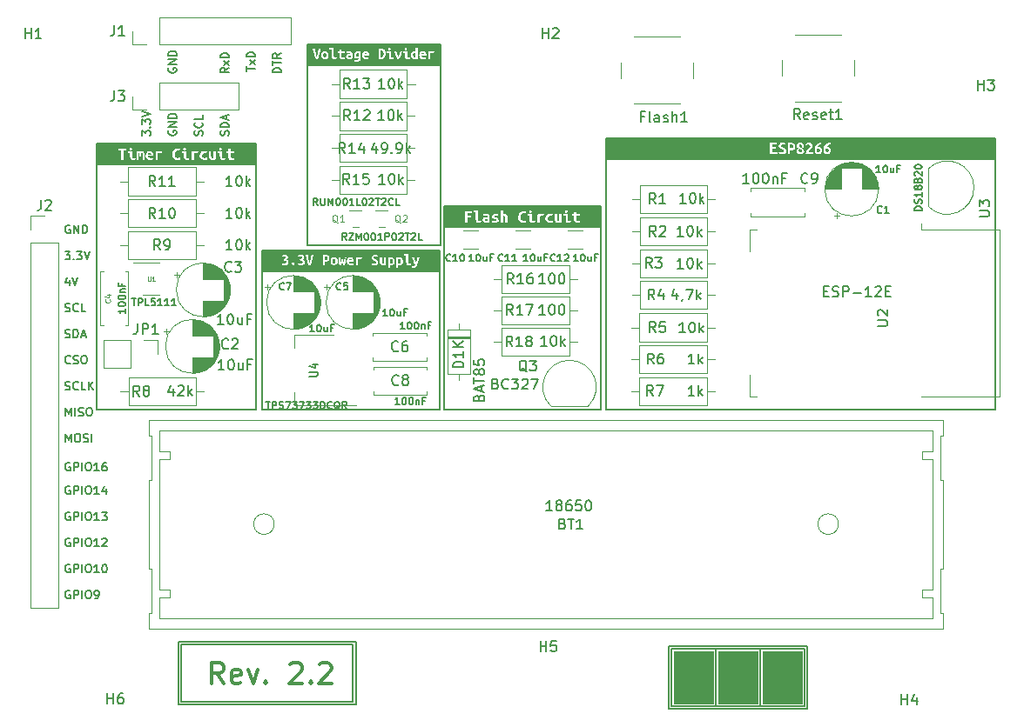
<source format=gbr>
G04 #@! TF.GenerationSoftware,KiCad,Pcbnew,7.0.9*
G04 #@! TF.CreationDate,2024-02-02T01:21:52+01:00*
G04 #@! TF.ProjectId,ltl,6c746c2e-6b69-4636-9164-5f7063625858,rev?*
G04 #@! TF.SameCoordinates,Original*
G04 #@! TF.FileFunction,Legend,Top*
G04 #@! TF.FilePolarity,Positive*
%FSLAX46Y46*%
G04 Gerber Fmt 4.6, Leading zero omitted, Abs format (unit mm)*
G04 Created by KiCad (PCBNEW 7.0.9) date 2024-02-02 01:21:52*
%MOMM*%
%LPD*%
G01*
G04 APERTURE LIST*
%ADD10C,0.150000*%
%ADD11C,0.100000*%
%ADD12C,0.300000*%
%ADD13C,0.125000*%
%ADD14C,0.120000*%
G04 APERTURE END LIST*
D10*
X90520000Y-130075000D02*
X90520000Y-135663000D01*
X90266000Y-129821000D02*
X107500000Y-129827000D01*
X107500000Y-129827000D02*
X107500000Y-135923000D01*
D11*
X150842000Y-135842000D02*
X147032000Y-135842000D01*
X147032000Y-130762000D01*
X150842000Y-130762000D01*
X150842000Y-135842000D01*
G36*
X150842000Y-135842000D02*
G01*
X147032000Y-135842000D01*
X147032000Y-130762000D01*
X150842000Y-130762000D01*
X150842000Y-135842000D01*
G37*
D10*
X82296000Y-83312000D02*
X82296000Y-107188000D01*
D11*
X146524000Y-135842000D02*
X142714000Y-135842000D01*
X142714000Y-130762000D01*
X146524000Y-130762000D01*
X146524000Y-135842000D01*
G36*
X146524000Y-135842000D02*
G01*
X142714000Y-135842000D01*
X142714000Y-130762000D01*
X146524000Y-130762000D01*
X146524000Y-135842000D01*
G37*
X142206000Y-135842000D02*
X138396000Y-135842000D01*
X138396000Y-130762000D01*
X142206000Y-130762000D01*
X142206000Y-135842000D01*
G36*
X142206000Y-135842000D02*
G01*
X138396000Y-135842000D01*
X138396000Y-130762000D01*
X142206000Y-130762000D01*
X142206000Y-135842000D01*
G37*
D10*
X102745732Y-91182628D02*
X115699732Y-91182628D01*
X90266000Y-135917000D02*
X90266000Y-129821000D01*
X98338000Y-93726000D02*
X98338000Y-91694000D01*
X137892000Y-130258000D02*
X151400000Y-130254000D01*
X102745732Y-73656628D02*
X102745732Y-71624628D01*
X131826000Y-107188000D02*
X132080000Y-107188000D01*
X132080000Y-107188000D02*
X169672000Y-107188000D01*
X82296000Y-107188000D02*
X97790000Y-107188000D01*
X115699732Y-71624628D02*
X102745732Y-71624628D01*
X97790000Y-83312000D02*
X82296000Y-83312000D01*
X138142000Y-136096000D02*
X138142000Y-130508000D01*
X102745732Y-73656628D02*
X102745732Y-91182628D01*
X97790000Y-81280000D02*
X82296000Y-81280000D01*
X115699732Y-73656628D02*
X102745732Y-73656628D01*
X131826000Y-82804000D02*
X131826000Y-107188000D01*
X116078000Y-89408000D02*
X116078000Y-107188000D01*
X97790000Y-83312000D02*
X97790000Y-81280000D01*
X115610000Y-91694000D02*
X98338000Y-91694000D01*
X137892000Y-130258000D02*
X137892000Y-136354000D01*
X90520000Y-135663000D02*
X107150000Y-135650000D01*
X131318000Y-89408000D02*
X116078000Y-89408000D01*
X82296000Y-83312000D02*
X82296000Y-81280000D01*
X115610000Y-93726000D02*
X115610000Y-91694000D01*
X115699732Y-73656628D02*
X115699732Y-71624628D01*
X115699732Y-91182628D02*
X115699732Y-73656628D01*
X151096000Y-136096000D02*
X151096000Y-130508000D01*
X107150000Y-130100000D02*
X90520000Y-130075000D01*
X131826000Y-80772000D02*
X169672000Y-80772000D01*
X98338000Y-93726000D02*
X98338000Y-107188000D01*
X116078000Y-87376000D02*
X116078000Y-89408000D01*
X169672000Y-80772000D02*
X169672000Y-82804000D01*
X169672000Y-107188000D02*
X169672000Y-82804000D01*
X107500000Y-135923000D02*
X90266000Y-135917000D01*
X138142000Y-136096000D02*
X151096000Y-136096000D01*
X107150000Y-135650000D02*
X107150000Y-130100000D01*
X146778000Y-136096000D02*
X146778000Y-130508000D01*
X98338000Y-107188000D02*
X115610000Y-107188000D01*
X116078000Y-107188000D02*
X131318000Y-107188000D01*
X151350000Y-130254000D02*
X151350000Y-136350000D01*
X169672000Y-82804000D02*
X131826000Y-82804000D01*
X97790000Y-107188000D02*
X97790000Y-83312000D01*
X151350000Y-136350000D02*
X137892000Y-136354000D01*
X142460000Y-136096000D02*
X142460000Y-130508000D01*
X131826000Y-82804000D02*
X131826000Y-80772000D01*
X131318000Y-87376000D02*
X116078000Y-87376000D01*
X115610000Y-107188000D02*
X115610000Y-93726000D01*
X115610000Y-93726000D02*
X98338000Y-93726000D01*
X131318000Y-107188000D02*
X131318000Y-89408000D01*
X151096000Y-130508000D02*
X138142000Y-130508000D01*
X131318000Y-87376000D02*
X131318000Y-89408000D01*
D12*
X94630951Y-133859638D02*
X93964284Y-132907257D01*
X93488094Y-133859638D02*
X93488094Y-131859638D01*
X93488094Y-131859638D02*
X94249999Y-131859638D01*
X94249999Y-131859638D02*
X94440475Y-131954876D01*
X94440475Y-131954876D02*
X94535713Y-132050114D01*
X94535713Y-132050114D02*
X94630951Y-132240590D01*
X94630951Y-132240590D02*
X94630951Y-132526304D01*
X94630951Y-132526304D02*
X94535713Y-132716780D01*
X94535713Y-132716780D02*
X94440475Y-132812019D01*
X94440475Y-132812019D02*
X94249999Y-132907257D01*
X94249999Y-132907257D02*
X93488094Y-132907257D01*
X96249999Y-133764400D02*
X96059523Y-133859638D01*
X96059523Y-133859638D02*
X95678570Y-133859638D01*
X95678570Y-133859638D02*
X95488094Y-133764400D01*
X95488094Y-133764400D02*
X95392856Y-133573923D01*
X95392856Y-133573923D02*
X95392856Y-132812019D01*
X95392856Y-132812019D02*
X95488094Y-132621542D01*
X95488094Y-132621542D02*
X95678570Y-132526304D01*
X95678570Y-132526304D02*
X96059523Y-132526304D01*
X96059523Y-132526304D02*
X96249999Y-132621542D01*
X96249999Y-132621542D02*
X96345237Y-132812019D01*
X96345237Y-132812019D02*
X96345237Y-133002495D01*
X96345237Y-133002495D02*
X95392856Y-133192971D01*
X97011904Y-132526304D02*
X97488094Y-133859638D01*
X97488094Y-133859638D02*
X97964285Y-132526304D01*
X98726190Y-133669161D02*
X98821428Y-133764400D01*
X98821428Y-133764400D02*
X98726190Y-133859638D01*
X98726190Y-133859638D02*
X98630952Y-133764400D01*
X98630952Y-133764400D02*
X98726190Y-133669161D01*
X98726190Y-133669161D02*
X98726190Y-133859638D01*
X101107143Y-132050114D02*
X101202381Y-131954876D01*
X101202381Y-131954876D02*
X101392857Y-131859638D01*
X101392857Y-131859638D02*
X101869048Y-131859638D01*
X101869048Y-131859638D02*
X102059524Y-131954876D01*
X102059524Y-131954876D02*
X102154762Y-132050114D01*
X102154762Y-132050114D02*
X102250000Y-132240590D01*
X102250000Y-132240590D02*
X102250000Y-132431066D01*
X102250000Y-132431066D02*
X102154762Y-132716780D01*
X102154762Y-132716780D02*
X101011905Y-133859638D01*
X101011905Y-133859638D02*
X102250000Y-133859638D01*
X103107143Y-133669161D02*
X103202381Y-133764400D01*
X103202381Y-133764400D02*
X103107143Y-133859638D01*
X103107143Y-133859638D02*
X103011905Y-133764400D01*
X103011905Y-133764400D02*
X103107143Y-133669161D01*
X103107143Y-133669161D02*
X103107143Y-133859638D01*
X103964286Y-132050114D02*
X104059524Y-131954876D01*
X104059524Y-131954876D02*
X104250000Y-131859638D01*
X104250000Y-131859638D02*
X104726191Y-131859638D01*
X104726191Y-131859638D02*
X104916667Y-131954876D01*
X104916667Y-131954876D02*
X105011905Y-132050114D01*
X105011905Y-132050114D02*
X105107143Y-132240590D01*
X105107143Y-132240590D02*
X105107143Y-132431066D01*
X105107143Y-132431066D02*
X105011905Y-132716780D01*
X105011905Y-132716780D02*
X103869048Y-133859638D01*
X103869048Y-133859638D02*
X105107143Y-133859638D01*
D10*
X79245064Y-97646200D02*
X79359350Y-97684295D01*
X79359350Y-97684295D02*
X79549826Y-97684295D01*
X79549826Y-97684295D02*
X79626017Y-97646200D01*
X79626017Y-97646200D02*
X79664112Y-97608104D01*
X79664112Y-97608104D02*
X79702207Y-97531914D01*
X79702207Y-97531914D02*
X79702207Y-97455723D01*
X79702207Y-97455723D02*
X79664112Y-97379533D01*
X79664112Y-97379533D02*
X79626017Y-97341438D01*
X79626017Y-97341438D02*
X79549826Y-97303342D01*
X79549826Y-97303342D02*
X79397445Y-97265247D01*
X79397445Y-97265247D02*
X79321255Y-97227152D01*
X79321255Y-97227152D02*
X79283160Y-97189057D01*
X79283160Y-97189057D02*
X79245064Y-97112866D01*
X79245064Y-97112866D02*
X79245064Y-97036676D01*
X79245064Y-97036676D02*
X79283160Y-96960485D01*
X79283160Y-96960485D02*
X79321255Y-96922390D01*
X79321255Y-96922390D02*
X79397445Y-96884295D01*
X79397445Y-96884295D02*
X79587922Y-96884295D01*
X79587922Y-96884295D02*
X79702207Y-96922390D01*
X80502208Y-97608104D02*
X80464112Y-97646200D01*
X80464112Y-97646200D02*
X80349827Y-97684295D01*
X80349827Y-97684295D02*
X80273636Y-97684295D01*
X80273636Y-97684295D02*
X80159350Y-97646200D01*
X80159350Y-97646200D02*
X80083160Y-97570009D01*
X80083160Y-97570009D02*
X80045065Y-97493819D01*
X80045065Y-97493819D02*
X80006969Y-97341438D01*
X80006969Y-97341438D02*
X80006969Y-97227152D01*
X80006969Y-97227152D02*
X80045065Y-97074771D01*
X80045065Y-97074771D02*
X80083160Y-96998580D01*
X80083160Y-96998580D02*
X80159350Y-96922390D01*
X80159350Y-96922390D02*
X80273636Y-96884295D01*
X80273636Y-96884295D02*
X80349827Y-96884295D01*
X80349827Y-96884295D02*
X80464112Y-96922390D01*
X80464112Y-96922390D02*
X80502208Y-96960485D01*
X81226017Y-97684295D02*
X80845065Y-97684295D01*
X80845065Y-97684295D02*
X80845065Y-96884295D01*
X92566200Y-80520935D02*
X92604295Y-80406649D01*
X92604295Y-80406649D02*
X92604295Y-80216173D01*
X92604295Y-80216173D02*
X92566200Y-80139982D01*
X92566200Y-80139982D02*
X92528104Y-80101887D01*
X92528104Y-80101887D02*
X92451914Y-80063792D01*
X92451914Y-80063792D02*
X92375723Y-80063792D01*
X92375723Y-80063792D02*
X92299533Y-80101887D01*
X92299533Y-80101887D02*
X92261438Y-80139982D01*
X92261438Y-80139982D02*
X92223342Y-80216173D01*
X92223342Y-80216173D02*
X92185247Y-80368554D01*
X92185247Y-80368554D02*
X92147152Y-80444744D01*
X92147152Y-80444744D02*
X92109057Y-80482839D01*
X92109057Y-80482839D02*
X92032866Y-80520935D01*
X92032866Y-80520935D02*
X91956676Y-80520935D01*
X91956676Y-80520935D02*
X91880485Y-80482839D01*
X91880485Y-80482839D02*
X91842390Y-80444744D01*
X91842390Y-80444744D02*
X91804295Y-80368554D01*
X91804295Y-80368554D02*
X91804295Y-80178077D01*
X91804295Y-80178077D02*
X91842390Y-80063792D01*
X92528104Y-79263791D02*
X92566200Y-79301887D01*
X92566200Y-79301887D02*
X92604295Y-79416172D01*
X92604295Y-79416172D02*
X92604295Y-79492363D01*
X92604295Y-79492363D02*
X92566200Y-79606649D01*
X92566200Y-79606649D02*
X92490009Y-79682839D01*
X92490009Y-79682839D02*
X92413819Y-79720934D01*
X92413819Y-79720934D02*
X92261438Y-79759030D01*
X92261438Y-79759030D02*
X92147152Y-79759030D01*
X92147152Y-79759030D02*
X91994771Y-79720934D01*
X91994771Y-79720934D02*
X91918580Y-79682839D01*
X91918580Y-79682839D02*
X91842390Y-79606649D01*
X91842390Y-79606649D02*
X91804295Y-79492363D01*
X91804295Y-79492363D02*
X91804295Y-79416172D01*
X91804295Y-79416172D02*
X91842390Y-79301887D01*
X91842390Y-79301887D02*
X91880485Y-79263791D01*
X92604295Y-78539982D02*
X92604295Y-78920934D01*
X92604295Y-78920934D02*
X91804295Y-78920934D01*
X89302390Y-80063792D02*
X89264295Y-80139982D01*
X89264295Y-80139982D02*
X89264295Y-80254268D01*
X89264295Y-80254268D02*
X89302390Y-80368554D01*
X89302390Y-80368554D02*
X89378580Y-80444744D01*
X89378580Y-80444744D02*
X89454771Y-80482839D01*
X89454771Y-80482839D02*
X89607152Y-80520935D01*
X89607152Y-80520935D02*
X89721438Y-80520935D01*
X89721438Y-80520935D02*
X89873819Y-80482839D01*
X89873819Y-80482839D02*
X89950009Y-80444744D01*
X89950009Y-80444744D02*
X90026200Y-80368554D01*
X90026200Y-80368554D02*
X90064295Y-80254268D01*
X90064295Y-80254268D02*
X90064295Y-80178077D01*
X90064295Y-80178077D02*
X90026200Y-80063792D01*
X90026200Y-80063792D02*
X89988104Y-80025696D01*
X89988104Y-80025696D02*
X89721438Y-80025696D01*
X89721438Y-80025696D02*
X89721438Y-80178077D01*
X90064295Y-79682839D02*
X89264295Y-79682839D01*
X89264295Y-79682839D02*
X90064295Y-79225696D01*
X90064295Y-79225696D02*
X89264295Y-79225696D01*
X90064295Y-78844744D02*
X89264295Y-78844744D01*
X89264295Y-78844744D02*
X89264295Y-78654268D01*
X89264295Y-78654268D02*
X89302390Y-78539982D01*
X89302390Y-78539982D02*
X89378580Y-78463792D01*
X89378580Y-78463792D02*
X89454771Y-78425697D01*
X89454771Y-78425697D02*
X89607152Y-78387601D01*
X89607152Y-78387601D02*
X89721438Y-78387601D01*
X89721438Y-78387601D02*
X89873819Y-78425697D01*
X89873819Y-78425697D02*
X89950009Y-78463792D01*
X89950009Y-78463792D02*
X90026200Y-78539982D01*
X90026200Y-78539982D02*
X90064295Y-78654268D01*
X90064295Y-78654268D02*
X90064295Y-78844744D01*
X79702207Y-124862390D02*
X79626017Y-124824295D01*
X79626017Y-124824295D02*
X79511731Y-124824295D01*
X79511731Y-124824295D02*
X79397445Y-124862390D01*
X79397445Y-124862390D02*
X79321255Y-124938580D01*
X79321255Y-124938580D02*
X79283160Y-125014771D01*
X79283160Y-125014771D02*
X79245064Y-125167152D01*
X79245064Y-125167152D02*
X79245064Y-125281438D01*
X79245064Y-125281438D02*
X79283160Y-125433819D01*
X79283160Y-125433819D02*
X79321255Y-125510009D01*
X79321255Y-125510009D02*
X79397445Y-125586200D01*
X79397445Y-125586200D02*
X79511731Y-125624295D01*
X79511731Y-125624295D02*
X79587922Y-125624295D01*
X79587922Y-125624295D02*
X79702207Y-125586200D01*
X79702207Y-125586200D02*
X79740303Y-125548104D01*
X79740303Y-125548104D02*
X79740303Y-125281438D01*
X79740303Y-125281438D02*
X79587922Y-125281438D01*
X80083160Y-125624295D02*
X80083160Y-124824295D01*
X80083160Y-124824295D02*
X80387922Y-124824295D01*
X80387922Y-124824295D02*
X80464112Y-124862390D01*
X80464112Y-124862390D02*
X80502207Y-124900485D01*
X80502207Y-124900485D02*
X80540303Y-124976676D01*
X80540303Y-124976676D02*
X80540303Y-125090961D01*
X80540303Y-125090961D02*
X80502207Y-125167152D01*
X80502207Y-125167152D02*
X80464112Y-125205247D01*
X80464112Y-125205247D02*
X80387922Y-125243342D01*
X80387922Y-125243342D02*
X80083160Y-125243342D01*
X80883160Y-125624295D02*
X80883160Y-124824295D01*
X81416493Y-124824295D02*
X81568874Y-124824295D01*
X81568874Y-124824295D02*
X81645064Y-124862390D01*
X81645064Y-124862390D02*
X81721255Y-124938580D01*
X81721255Y-124938580D02*
X81759350Y-125090961D01*
X81759350Y-125090961D02*
X81759350Y-125357628D01*
X81759350Y-125357628D02*
X81721255Y-125510009D01*
X81721255Y-125510009D02*
X81645064Y-125586200D01*
X81645064Y-125586200D02*
X81568874Y-125624295D01*
X81568874Y-125624295D02*
X81416493Y-125624295D01*
X81416493Y-125624295D02*
X81340302Y-125586200D01*
X81340302Y-125586200D02*
X81264112Y-125510009D01*
X81264112Y-125510009D02*
X81226016Y-125357628D01*
X81226016Y-125357628D02*
X81226016Y-125090961D01*
X81226016Y-125090961D02*
X81264112Y-124938580D01*
X81264112Y-124938580D02*
X81340302Y-124862390D01*
X81340302Y-124862390D02*
X81416493Y-124824295D01*
X82140302Y-125624295D02*
X82292683Y-125624295D01*
X82292683Y-125624295D02*
X82368873Y-125586200D01*
X82368873Y-125586200D02*
X82406969Y-125548104D01*
X82406969Y-125548104D02*
X82483159Y-125433819D01*
X82483159Y-125433819D02*
X82521254Y-125281438D01*
X82521254Y-125281438D02*
X82521254Y-124976676D01*
X82521254Y-124976676D02*
X82483159Y-124900485D01*
X82483159Y-124900485D02*
X82445064Y-124862390D01*
X82445064Y-124862390D02*
X82368873Y-124824295D01*
X82368873Y-124824295D02*
X82216492Y-124824295D01*
X82216492Y-124824295D02*
X82140302Y-124862390D01*
X82140302Y-124862390D02*
X82102207Y-124900485D01*
X82102207Y-124900485D02*
X82064111Y-124976676D01*
X82064111Y-124976676D02*
X82064111Y-125167152D01*
X82064111Y-125167152D02*
X82102207Y-125243342D01*
X82102207Y-125243342D02*
X82140302Y-125281438D01*
X82140302Y-125281438D02*
X82216492Y-125319533D01*
X82216492Y-125319533D02*
X82368873Y-125319533D01*
X82368873Y-125319533D02*
X82445064Y-125281438D01*
X82445064Y-125281438D02*
X82483159Y-125243342D01*
X82483159Y-125243342D02*
X82521254Y-125167152D01*
X79245064Y-105266200D02*
X79359350Y-105304295D01*
X79359350Y-105304295D02*
X79549826Y-105304295D01*
X79549826Y-105304295D02*
X79626017Y-105266200D01*
X79626017Y-105266200D02*
X79664112Y-105228104D01*
X79664112Y-105228104D02*
X79702207Y-105151914D01*
X79702207Y-105151914D02*
X79702207Y-105075723D01*
X79702207Y-105075723D02*
X79664112Y-104999533D01*
X79664112Y-104999533D02*
X79626017Y-104961438D01*
X79626017Y-104961438D02*
X79549826Y-104923342D01*
X79549826Y-104923342D02*
X79397445Y-104885247D01*
X79397445Y-104885247D02*
X79321255Y-104847152D01*
X79321255Y-104847152D02*
X79283160Y-104809057D01*
X79283160Y-104809057D02*
X79245064Y-104732866D01*
X79245064Y-104732866D02*
X79245064Y-104656676D01*
X79245064Y-104656676D02*
X79283160Y-104580485D01*
X79283160Y-104580485D02*
X79321255Y-104542390D01*
X79321255Y-104542390D02*
X79397445Y-104504295D01*
X79397445Y-104504295D02*
X79587922Y-104504295D01*
X79587922Y-104504295D02*
X79702207Y-104542390D01*
X80502208Y-105228104D02*
X80464112Y-105266200D01*
X80464112Y-105266200D02*
X80349827Y-105304295D01*
X80349827Y-105304295D02*
X80273636Y-105304295D01*
X80273636Y-105304295D02*
X80159350Y-105266200D01*
X80159350Y-105266200D02*
X80083160Y-105190009D01*
X80083160Y-105190009D02*
X80045065Y-105113819D01*
X80045065Y-105113819D02*
X80006969Y-104961438D01*
X80006969Y-104961438D02*
X80006969Y-104847152D01*
X80006969Y-104847152D02*
X80045065Y-104694771D01*
X80045065Y-104694771D02*
X80083160Y-104618580D01*
X80083160Y-104618580D02*
X80159350Y-104542390D01*
X80159350Y-104542390D02*
X80273636Y-104504295D01*
X80273636Y-104504295D02*
X80349827Y-104504295D01*
X80349827Y-104504295D02*
X80464112Y-104542390D01*
X80464112Y-104542390D02*
X80502208Y-104580485D01*
X81226017Y-105304295D02*
X80845065Y-105304295D01*
X80845065Y-105304295D02*
X80845065Y-104504295D01*
X81492684Y-105304295D02*
X81492684Y-104504295D01*
X81949827Y-105304295D02*
X81606969Y-104847152D01*
X81949827Y-104504295D02*
X81492684Y-104961438D01*
X79283160Y-110384295D02*
X79283160Y-109584295D01*
X79283160Y-109584295D02*
X79549826Y-110155723D01*
X79549826Y-110155723D02*
X79816493Y-109584295D01*
X79816493Y-109584295D02*
X79816493Y-110384295D01*
X80349827Y-109584295D02*
X80502208Y-109584295D01*
X80502208Y-109584295D02*
X80578398Y-109622390D01*
X80578398Y-109622390D02*
X80654589Y-109698580D01*
X80654589Y-109698580D02*
X80692684Y-109850961D01*
X80692684Y-109850961D02*
X80692684Y-110117628D01*
X80692684Y-110117628D02*
X80654589Y-110270009D01*
X80654589Y-110270009D02*
X80578398Y-110346200D01*
X80578398Y-110346200D02*
X80502208Y-110384295D01*
X80502208Y-110384295D02*
X80349827Y-110384295D01*
X80349827Y-110384295D02*
X80273636Y-110346200D01*
X80273636Y-110346200D02*
X80197446Y-110270009D01*
X80197446Y-110270009D02*
X80159350Y-110117628D01*
X80159350Y-110117628D02*
X80159350Y-109850961D01*
X80159350Y-109850961D02*
X80197446Y-109698580D01*
X80197446Y-109698580D02*
X80273636Y-109622390D01*
X80273636Y-109622390D02*
X80349827Y-109584295D01*
X80997445Y-110346200D02*
X81111731Y-110384295D01*
X81111731Y-110384295D02*
X81302207Y-110384295D01*
X81302207Y-110384295D02*
X81378398Y-110346200D01*
X81378398Y-110346200D02*
X81416493Y-110308104D01*
X81416493Y-110308104D02*
X81454588Y-110231914D01*
X81454588Y-110231914D02*
X81454588Y-110155723D01*
X81454588Y-110155723D02*
X81416493Y-110079533D01*
X81416493Y-110079533D02*
X81378398Y-110041438D01*
X81378398Y-110041438D02*
X81302207Y-110003342D01*
X81302207Y-110003342D02*
X81149826Y-109965247D01*
X81149826Y-109965247D02*
X81073636Y-109927152D01*
X81073636Y-109927152D02*
X81035541Y-109889057D01*
X81035541Y-109889057D02*
X80997445Y-109812866D01*
X80997445Y-109812866D02*
X80997445Y-109736676D01*
X80997445Y-109736676D02*
X81035541Y-109660485D01*
X81035541Y-109660485D02*
X81073636Y-109622390D01*
X81073636Y-109622390D02*
X81149826Y-109584295D01*
X81149826Y-109584295D02*
X81340303Y-109584295D01*
X81340303Y-109584295D02*
X81454588Y-109622390D01*
X81797446Y-110384295D02*
X81797446Y-109584295D01*
X79740303Y-102688104D02*
X79702207Y-102726200D01*
X79702207Y-102726200D02*
X79587922Y-102764295D01*
X79587922Y-102764295D02*
X79511731Y-102764295D01*
X79511731Y-102764295D02*
X79397445Y-102726200D01*
X79397445Y-102726200D02*
X79321255Y-102650009D01*
X79321255Y-102650009D02*
X79283160Y-102573819D01*
X79283160Y-102573819D02*
X79245064Y-102421438D01*
X79245064Y-102421438D02*
X79245064Y-102307152D01*
X79245064Y-102307152D02*
X79283160Y-102154771D01*
X79283160Y-102154771D02*
X79321255Y-102078580D01*
X79321255Y-102078580D02*
X79397445Y-102002390D01*
X79397445Y-102002390D02*
X79511731Y-101964295D01*
X79511731Y-101964295D02*
X79587922Y-101964295D01*
X79587922Y-101964295D02*
X79702207Y-102002390D01*
X79702207Y-102002390D02*
X79740303Y-102040485D01*
X80045064Y-102726200D02*
X80159350Y-102764295D01*
X80159350Y-102764295D02*
X80349826Y-102764295D01*
X80349826Y-102764295D02*
X80426017Y-102726200D01*
X80426017Y-102726200D02*
X80464112Y-102688104D01*
X80464112Y-102688104D02*
X80502207Y-102611914D01*
X80502207Y-102611914D02*
X80502207Y-102535723D01*
X80502207Y-102535723D02*
X80464112Y-102459533D01*
X80464112Y-102459533D02*
X80426017Y-102421438D01*
X80426017Y-102421438D02*
X80349826Y-102383342D01*
X80349826Y-102383342D02*
X80197445Y-102345247D01*
X80197445Y-102345247D02*
X80121255Y-102307152D01*
X80121255Y-102307152D02*
X80083160Y-102269057D01*
X80083160Y-102269057D02*
X80045064Y-102192866D01*
X80045064Y-102192866D02*
X80045064Y-102116676D01*
X80045064Y-102116676D02*
X80083160Y-102040485D01*
X80083160Y-102040485D02*
X80121255Y-102002390D01*
X80121255Y-102002390D02*
X80197445Y-101964295D01*
X80197445Y-101964295D02*
X80387922Y-101964295D01*
X80387922Y-101964295D02*
X80502207Y-102002390D01*
X80997446Y-101964295D02*
X81149827Y-101964295D01*
X81149827Y-101964295D02*
X81226017Y-102002390D01*
X81226017Y-102002390D02*
X81302208Y-102078580D01*
X81302208Y-102078580D02*
X81340303Y-102230961D01*
X81340303Y-102230961D02*
X81340303Y-102497628D01*
X81340303Y-102497628D02*
X81302208Y-102650009D01*
X81302208Y-102650009D02*
X81226017Y-102726200D01*
X81226017Y-102726200D02*
X81149827Y-102764295D01*
X81149827Y-102764295D02*
X80997446Y-102764295D01*
X80997446Y-102764295D02*
X80921255Y-102726200D01*
X80921255Y-102726200D02*
X80845065Y-102650009D01*
X80845065Y-102650009D02*
X80806969Y-102497628D01*
X80806969Y-102497628D02*
X80806969Y-102230961D01*
X80806969Y-102230961D02*
X80845065Y-102078580D01*
X80845065Y-102078580D02*
X80921255Y-102002390D01*
X80921255Y-102002390D02*
X80997446Y-101964295D01*
X79702207Y-122322390D02*
X79626017Y-122284295D01*
X79626017Y-122284295D02*
X79511731Y-122284295D01*
X79511731Y-122284295D02*
X79397445Y-122322390D01*
X79397445Y-122322390D02*
X79321255Y-122398580D01*
X79321255Y-122398580D02*
X79283160Y-122474771D01*
X79283160Y-122474771D02*
X79245064Y-122627152D01*
X79245064Y-122627152D02*
X79245064Y-122741438D01*
X79245064Y-122741438D02*
X79283160Y-122893819D01*
X79283160Y-122893819D02*
X79321255Y-122970009D01*
X79321255Y-122970009D02*
X79397445Y-123046200D01*
X79397445Y-123046200D02*
X79511731Y-123084295D01*
X79511731Y-123084295D02*
X79587922Y-123084295D01*
X79587922Y-123084295D02*
X79702207Y-123046200D01*
X79702207Y-123046200D02*
X79740303Y-123008104D01*
X79740303Y-123008104D02*
X79740303Y-122741438D01*
X79740303Y-122741438D02*
X79587922Y-122741438D01*
X80083160Y-123084295D02*
X80083160Y-122284295D01*
X80083160Y-122284295D02*
X80387922Y-122284295D01*
X80387922Y-122284295D02*
X80464112Y-122322390D01*
X80464112Y-122322390D02*
X80502207Y-122360485D01*
X80502207Y-122360485D02*
X80540303Y-122436676D01*
X80540303Y-122436676D02*
X80540303Y-122550961D01*
X80540303Y-122550961D02*
X80502207Y-122627152D01*
X80502207Y-122627152D02*
X80464112Y-122665247D01*
X80464112Y-122665247D02*
X80387922Y-122703342D01*
X80387922Y-122703342D02*
X80083160Y-122703342D01*
X80883160Y-123084295D02*
X80883160Y-122284295D01*
X81416493Y-122284295D02*
X81568874Y-122284295D01*
X81568874Y-122284295D02*
X81645064Y-122322390D01*
X81645064Y-122322390D02*
X81721255Y-122398580D01*
X81721255Y-122398580D02*
X81759350Y-122550961D01*
X81759350Y-122550961D02*
X81759350Y-122817628D01*
X81759350Y-122817628D02*
X81721255Y-122970009D01*
X81721255Y-122970009D02*
X81645064Y-123046200D01*
X81645064Y-123046200D02*
X81568874Y-123084295D01*
X81568874Y-123084295D02*
X81416493Y-123084295D01*
X81416493Y-123084295D02*
X81340302Y-123046200D01*
X81340302Y-123046200D02*
X81264112Y-122970009D01*
X81264112Y-122970009D02*
X81226016Y-122817628D01*
X81226016Y-122817628D02*
X81226016Y-122550961D01*
X81226016Y-122550961D02*
X81264112Y-122398580D01*
X81264112Y-122398580D02*
X81340302Y-122322390D01*
X81340302Y-122322390D02*
X81416493Y-122284295D01*
X82521254Y-123084295D02*
X82064111Y-123084295D01*
X82292683Y-123084295D02*
X82292683Y-122284295D01*
X82292683Y-122284295D02*
X82216492Y-122398580D01*
X82216492Y-122398580D02*
X82140302Y-122474771D01*
X82140302Y-122474771D02*
X82064111Y-122512866D01*
X83016493Y-122284295D02*
X83092683Y-122284295D01*
X83092683Y-122284295D02*
X83168874Y-122322390D01*
X83168874Y-122322390D02*
X83206969Y-122360485D01*
X83206969Y-122360485D02*
X83245064Y-122436676D01*
X83245064Y-122436676D02*
X83283159Y-122589057D01*
X83283159Y-122589057D02*
X83283159Y-122779533D01*
X83283159Y-122779533D02*
X83245064Y-122931914D01*
X83245064Y-122931914D02*
X83206969Y-123008104D01*
X83206969Y-123008104D02*
X83168874Y-123046200D01*
X83168874Y-123046200D02*
X83092683Y-123084295D01*
X83092683Y-123084295D02*
X83016493Y-123084295D01*
X83016493Y-123084295D02*
X82940302Y-123046200D01*
X82940302Y-123046200D02*
X82902207Y-123008104D01*
X82902207Y-123008104D02*
X82864112Y-122931914D01*
X82864112Y-122931914D02*
X82826016Y-122779533D01*
X82826016Y-122779533D02*
X82826016Y-122589057D01*
X82826016Y-122589057D02*
X82864112Y-122436676D01*
X82864112Y-122436676D02*
X82902207Y-122360485D01*
X82902207Y-122360485D02*
X82940302Y-122322390D01*
X82940302Y-122322390D02*
X83016493Y-122284295D01*
X96884295Y-74247125D02*
X96884295Y-73789982D01*
X97684295Y-74018554D02*
X96884295Y-74018554D01*
X97684295Y-73599506D02*
X97150961Y-73180458D01*
X97150961Y-73599506D02*
X97684295Y-73180458D01*
X97684295Y-72875696D02*
X96884295Y-72875696D01*
X96884295Y-72875696D02*
X96884295Y-72685220D01*
X96884295Y-72685220D02*
X96922390Y-72570934D01*
X96922390Y-72570934D02*
X96998580Y-72494744D01*
X96998580Y-72494744D02*
X97074771Y-72456649D01*
X97074771Y-72456649D02*
X97227152Y-72418553D01*
X97227152Y-72418553D02*
X97341438Y-72418553D01*
X97341438Y-72418553D02*
X97493819Y-72456649D01*
X97493819Y-72456649D02*
X97570009Y-72494744D01*
X97570009Y-72494744D02*
X97646200Y-72570934D01*
X97646200Y-72570934D02*
X97684295Y-72685220D01*
X97684295Y-72685220D02*
X97684295Y-72875696D01*
X79702207Y-114702390D02*
X79626017Y-114664295D01*
X79626017Y-114664295D02*
X79511731Y-114664295D01*
X79511731Y-114664295D02*
X79397445Y-114702390D01*
X79397445Y-114702390D02*
X79321255Y-114778580D01*
X79321255Y-114778580D02*
X79283160Y-114854771D01*
X79283160Y-114854771D02*
X79245064Y-115007152D01*
X79245064Y-115007152D02*
X79245064Y-115121438D01*
X79245064Y-115121438D02*
X79283160Y-115273819D01*
X79283160Y-115273819D02*
X79321255Y-115350009D01*
X79321255Y-115350009D02*
X79397445Y-115426200D01*
X79397445Y-115426200D02*
X79511731Y-115464295D01*
X79511731Y-115464295D02*
X79587922Y-115464295D01*
X79587922Y-115464295D02*
X79702207Y-115426200D01*
X79702207Y-115426200D02*
X79740303Y-115388104D01*
X79740303Y-115388104D02*
X79740303Y-115121438D01*
X79740303Y-115121438D02*
X79587922Y-115121438D01*
X80083160Y-115464295D02*
X80083160Y-114664295D01*
X80083160Y-114664295D02*
X80387922Y-114664295D01*
X80387922Y-114664295D02*
X80464112Y-114702390D01*
X80464112Y-114702390D02*
X80502207Y-114740485D01*
X80502207Y-114740485D02*
X80540303Y-114816676D01*
X80540303Y-114816676D02*
X80540303Y-114930961D01*
X80540303Y-114930961D02*
X80502207Y-115007152D01*
X80502207Y-115007152D02*
X80464112Y-115045247D01*
X80464112Y-115045247D02*
X80387922Y-115083342D01*
X80387922Y-115083342D02*
X80083160Y-115083342D01*
X80883160Y-115464295D02*
X80883160Y-114664295D01*
X81416493Y-114664295D02*
X81568874Y-114664295D01*
X81568874Y-114664295D02*
X81645064Y-114702390D01*
X81645064Y-114702390D02*
X81721255Y-114778580D01*
X81721255Y-114778580D02*
X81759350Y-114930961D01*
X81759350Y-114930961D02*
X81759350Y-115197628D01*
X81759350Y-115197628D02*
X81721255Y-115350009D01*
X81721255Y-115350009D02*
X81645064Y-115426200D01*
X81645064Y-115426200D02*
X81568874Y-115464295D01*
X81568874Y-115464295D02*
X81416493Y-115464295D01*
X81416493Y-115464295D02*
X81340302Y-115426200D01*
X81340302Y-115426200D02*
X81264112Y-115350009D01*
X81264112Y-115350009D02*
X81226016Y-115197628D01*
X81226016Y-115197628D02*
X81226016Y-114930961D01*
X81226016Y-114930961D02*
X81264112Y-114778580D01*
X81264112Y-114778580D02*
X81340302Y-114702390D01*
X81340302Y-114702390D02*
X81416493Y-114664295D01*
X82521254Y-115464295D02*
X82064111Y-115464295D01*
X82292683Y-115464295D02*
X82292683Y-114664295D01*
X82292683Y-114664295D02*
X82216492Y-114778580D01*
X82216492Y-114778580D02*
X82140302Y-114854771D01*
X82140302Y-114854771D02*
X82064111Y-114892866D01*
X83206969Y-114930961D02*
X83206969Y-115464295D01*
X83016493Y-114626200D02*
X82826016Y-115197628D01*
X82826016Y-115197628D02*
X83321255Y-115197628D01*
X95144295Y-73929696D02*
X94763342Y-74196363D01*
X95144295Y-74386839D02*
X94344295Y-74386839D01*
X94344295Y-74386839D02*
X94344295Y-74082077D01*
X94344295Y-74082077D02*
X94382390Y-74005887D01*
X94382390Y-74005887D02*
X94420485Y-73967792D01*
X94420485Y-73967792D02*
X94496676Y-73929696D01*
X94496676Y-73929696D02*
X94610961Y-73929696D01*
X94610961Y-73929696D02*
X94687152Y-73967792D01*
X94687152Y-73967792D02*
X94725247Y-74005887D01*
X94725247Y-74005887D02*
X94763342Y-74082077D01*
X94763342Y-74082077D02*
X94763342Y-74386839D01*
X95144295Y-73663030D02*
X94610961Y-73243982D01*
X94610961Y-73663030D02*
X95144295Y-73243982D01*
X95144295Y-72939220D02*
X94344295Y-72939220D01*
X94344295Y-72939220D02*
X94344295Y-72748744D01*
X94344295Y-72748744D02*
X94382390Y-72634458D01*
X94382390Y-72634458D02*
X94458580Y-72558268D01*
X94458580Y-72558268D02*
X94534771Y-72520173D01*
X94534771Y-72520173D02*
X94687152Y-72482077D01*
X94687152Y-72482077D02*
X94801438Y-72482077D01*
X94801438Y-72482077D02*
X94953819Y-72520173D01*
X94953819Y-72520173D02*
X95030009Y-72558268D01*
X95030009Y-72558268D02*
X95106200Y-72634458D01*
X95106200Y-72634458D02*
X95144295Y-72748744D01*
X95144295Y-72748744D02*
X95144295Y-72939220D01*
X79702207Y-119782390D02*
X79626017Y-119744295D01*
X79626017Y-119744295D02*
X79511731Y-119744295D01*
X79511731Y-119744295D02*
X79397445Y-119782390D01*
X79397445Y-119782390D02*
X79321255Y-119858580D01*
X79321255Y-119858580D02*
X79283160Y-119934771D01*
X79283160Y-119934771D02*
X79245064Y-120087152D01*
X79245064Y-120087152D02*
X79245064Y-120201438D01*
X79245064Y-120201438D02*
X79283160Y-120353819D01*
X79283160Y-120353819D02*
X79321255Y-120430009D01*
X79321255Y-120430009D02*
X79397445Y-120506200D01*
X79397445Y-120506200D02*
X79511731Y-120544295D01*
X79511731Y-120544295D02*
X79587922Y-120544295D01*
X79587922Y-120544295D02*
X79702207Y-120506200D01*
X79702207Y-120506200D02*
X79740303Y-120468104D01*
X79740303Y-120468104D02*
X79740303Y-120201438D01*
X79740303Y-120201438D02*
X79587922Y-120201438D01*
X80083160Y-120544295D02*
X80083160Y-119744295D01*
X80083160Y-119744295D02*
X80387922Y-119744295D01*
X80387922Y-119744295D02*
X80464112Y-119782390D01*
X80464112Y-119782390D02*
X80502207Y-119820485D01*
X80502207Y-119820485D02*
X80540303Y-119896676D01*
X80540303Y-119896676D02*
X80540303Y-120010961D01*
X80540303Y-120010961D02*
X80502207Y-120087152D01*
X80502207Y-120087152D02*
X80464112Y-120125247D01*
X80464112Y-120125247D02*
X80387922Y-120163342D01*
X80387922Y-120163342D02*
X80083160Y-120163342D01*
X80883160Y-120544295D02*
X80883160Y-119744295D01*
X81416493Y-119744295D02*
X81568874Y-119744295D01*
X81568874Y-119744295D02*
X81645064Y-119782390D01*
X81645064Y-119782390D02*
X81721255Y-119858580D01*
X81721255Y-119858580D02*
X81759350Y-120010961D01*
X81759350Y-120010961D02*
X81759350Y-120277628D01*
X81759350Y-120277628D02*
X81721255Y-120430009D01*
X81721255Y-120430009D02*
X81645064Y-120506200D01*
X81645064Y-120506200D02*
X81568874Y-120544295D01*
X81568874Y-120544295D02*
X81416493Y-120544295D01*
X81416493Y-120544295D02*
X81340302Y-120506200D01*
X81340302Y-120506200D02*
X81264112Y-120430009D01*
X81264112Y-120430009D02*
X81226016Y-120277628D01*
X81226016Y-120277628D02*
X81226016Y-120010961D01*
X81226016Y-120010961D02*
X81264112Y-119858580D01*
X81264112Y-119858580D02*
X81340302Y-119782390D01*
X81340302Y-119782390D02*
X81416493Y-119744295D01*
X82521254Y-120544295D02*
X82064111Y-120544295D01*
X82292683Y-120544295D02*
X82292683Y-119744295D01*
X82292683Y-119744295D02*
X82216492Y-119858580D01*
X82216492Y-119858580D02*
X82140302Y-119934771D01*
X82140302Y-119934771D02*
X82064111Y-119972866D01*
X82826016Y-119820485D02*
X82864112Y-119782390D01*
X82864112Y-119782390D02*
X82940302Y-119744295D01*
X82940302Y-119744295D02*
X83130778Y-119744295D01*
X83130778Y-119744295D02*
X83206969Y-119782390D01*
X83206969Y-119782390D02*
X83245064Y-119820485D01*
X83245064Y-119820485D02*
X83283159Y-119896676D01*
X83283159Y-119896676D02*
X83283159Y-119972866D01*
X83283159Y-119972866D02*
X83245064Y-120087152D01*
X83245064Y-120087152D02*
X82787921Y-120544295D01*
X82787921Y-120544295D02*
X83283159Y-120544295D01*
X95106200Y-80520935D02*
X95144295Y-80406649D01*
X95144295Y-80406649D02*
X95144295Y-80216173D01*
X95144295Y-80216173D02*
X95106200Y-80139982D01*
X95106200Y-80139982D02*
X95068104Y-80101887D01*
X95068104Y-80101887D02*
X94991914Y-80063792D01*
X94991914Y-80063792D02*
X94915723Y-80063792D01*
X94915723Y-80063792D02*
X94839533Y-80101887D01*
X94839533Y-80101887D02*
X94801438Y-80139982D01*
X94801438Y-80139982D02*
X94763342Y-80216173D01*
X94763342Y-80216173D02*
X94725247Y-80368554D01*
X94725247Y-80368554D02*
X94687152Y-80444744D01*
X94687152Y-80444744D02*
X94649057Y-80482839D01*
X94649057Y-80482839D02*
X94572866Y-80520935D01*
X94572866Y-80520935D02*
X94496676Y-80520935D01*
X94496676Y-80520935D02*
X94420485Y-80482839D01*
X94420485Y-80482839D02*
X94382390Y-80444744D01*
X94382390Y-80444744D02*
X94344295Y-80368554D01*
X94344295Y-80368554D02*
X94344295Y-80178077D01*
X94344295Y-80178077D02*
X94382390Y-80063792D01*
X95144295Y-79720934D02*
X94344295Y-79720934D01*
X94344295Y-79720934D02*
X94344295Y-79530458D01*
X94344295Y-79530458D02*
X94382390Y-79416172D01*
X94382390Y-79416172D02*
X94458580Y-79339982D01*
X94458580Y-79339982D02*
X94534771Y-79301887D01*
X94534771Y-79301887D02*
X94687152Y-79263791D01*
X94687152Y-79263791D02*
X94801438Y-79263791D01*
X94801438Y-79263791D02*
X94953819Y-79301887D01*
X94953819Y-79301887D02*
X95030009Y-79339982D01*
X95030009Y-79339982D02*
X95106200Y-79416172D01*
X95106200Y-79416172D02*
X95144295Y-79530458D01*
X95144295Y-79530458D02*
X95144295Y-79720934D01*
X94915723Y-78959030D02*
X94915723Y-78578077D01*
X95144295Y-79035220D02*
X94344295Y-78768553D01*
X94344295Y-78768553D02*
X95144295Y-78501887D01*
X79245064Y-100186200D02*
X79359350Y-100224295D01*
X79359350Y-100224295D02*
X79549826Y-100224295D01*
X79549826Y-100224295D02*
X79626017Y-100186200D01*
X79626017Y-100186200D02*
X79664112Y-100148104D01*
X79664112Y-100148104D02*
X79702207Y-100071914D01*
X79702207Y-100071914D02*
X79702207Y-99995723D01*
X79702207Y-99995723D02*
X79664112Y-99919533D01*
X79664112Y-99919533D02*
X79626017Y-99881438D01*
X79626017Y-99881438D02*
X79549826Y-99843342D01*
X79549826Y-99843342D02*
X79397445Y-99805247D01*
X79397445Y-99805247D02*
X79321255Y-99767152D01*
X79321255Y-99767152D02*
X79283160Y-99729057D01*
X79283160Y-99729057D02*
X79245064Y-99652866D01*
X79245064Y-99652866D02*
X79245064Y-99576676D01*
X79245064Y-99576676D02*
X79283160Y-99500485D01*
X79283160Y-99500485D02*
X79321255Y-99462390D01*
X79321255Y-99462390D02*
X79397445Y-99424295D01*
X79397445Y-99424295D02*
X79587922Y-99424295D01*
X79587922Y-99424295D02*
X79702207Y-99462390D01*
X80045065Y-100224295D02*
X80045065Y-99424295D01*
X80045065Y-99424295D02*
X80235541Y-99424295D01*
X80235541Y-99424295D02*
X80349827Y-99462390D01*
X80349827Y-99462390D02*
X80426017Y-99538580D01*
X80426017Y-99538580D02*
X80464112Y-99614771D01*
X80464112Y-99614771D02*
X80502208Y-99767152D01*
X80502208Y-99767152D02*
X80502208Y-99881438D01*
X80502208Y-99881438D02*
X80464112Y-100033819D01*
X80464112Y-100033819D02*
X80426017Y-100110009D01*
X80426017Y-100110009D02*
X80349827Y-100186200D01*
X80349827Y-100186200D02*
X80235541Y-100224295D01*
X80235541Y-100224295D02*
X80045065Y-100224295D01*
X80806969Y-99995723D02*
X81187922Y-99995723D01*
X80730779Y-100224295D02*
X80997446Y-99424295D01*
X80997446Y-99424295D02*
X81264112Y-100224295D01*
X79702207Y-112416390D02*
X79626017Y-112378295D01*
X79626017Y-112378295D02*
X79511731Y-112378295D01*
X79511731Y-112378295D02*
X79397445Y-112416390D01*
X79397445Y-112416390D02*
X79321255Y-112492580D01*
X79321255Y-112492580D02*
X79283160Y-112568771D01*
X79283160Y-112568771D02*
X79245064Y-112721152D01*
X79245064Y-112721152D02*
X79245064Y-112835438D01*
X79245064Y-112835438D02*
X79283160Y-112987819D01*
X79283160Y-112987819D02*
X79321255Y-113064009D01*
X79321255Y-113064009D02*
X79397445Y-113140200D01*
X79397445Y-113140200D02*
X79511731Y-113178295D01*
X79511731Y-113178295D02*
X79587922Y-113178295D01*
X79587922Y-113178295D02*
X79702207Y-113140200D01*
X79702207Y-113140200D02*
X79740303Y-113102104D01*
X79740303Y-113102104D02*
X79740303Y-112835438D01*
X79740303Y-112835438D02*
X79587922Y-112835438D01*
X80083160Y-113178295D02*
X80083160Y-112378295D01*
X80083160Y-112378295D02*
X80387922Y-112378295D01*
X80387922Y-112378295D02*
X80464112Y-112416390D01*
X80464112Y-112416390D02*
X80502207Y-112454485D01*
X80502207Y-112454485D02*
X80540303Y-112530676D01*
X80540303Y-112530676D02*
X80540303Y-112644961D01*
X80540303Y-112644961D02*
X80502207Y-112721152D01*
X80502207Y-112721152D02*
X80464112Y-112759247D01*
X80464112Y-112759247D02*
X80387922Y-112797342D01*
X80387922Y-112797342D02*
X80083160Y-112797342D01*
X80883160Y-113178295D02*
X80883160Y-112378295D01*
X81416493Y-112378295D02*
X81568874Y-112378295D01*
X81568874Y-112378295D02*
X81645064Y-112416390D01*
X81645064Y-112416390D02*
X81721255Y-112492580D01*
X81721255Y-112492580D02*
X81759350Y-112644961D01*
X81759350Y-112644961D02*
X81759350Y-112911628D01*
X81759350Y-112911628D02*
X81721255Y-113064009D01*
X81721255Y-113064009D02*
X81645064Y-113140200D01*
X81645064Y-113140200D02*
X81568874Y-113178295D01*
X81568874Y-113178295D02*
X81416493Y-113178295D01*
X81416493Y-113178295D02*
X81340302Y-113140200D01*
X81340302Y-113140200D02*
X81264112Y-113064009D01*
X81264112Y-113064009D02*
X81226016Y-112911628D01*
X81226016Y-112911628D02*
X81226016Y-112644961D01*
X81226016Y-112644961D02*
X81264112Y-112492580D01*
X81264112Y-112492580D02*
X81340302Y-112416390D01*
X81340302Y-112416390D02*
X81416493Y-112378295D01*
X82521254Y-113178295D02*
X82064111Y-113178295D01*
X82292683Y-113178295D02*
X82292683Y-112378295D01*
X82292683Y-112378295D02*
X82216492Y-112492580D01*
X82216492Y-112492580D02*
X82140302Y-112568771D01*
X82140302Y-112568771D02*
X82064111Y-112606866D01*
X83206969Y-112378295D02*
X83054588Y-112378295D01*
X83054588Y-112378295D02*
X82978397Y-112416390D01*
X82978397Y-112416390D02*
X82940302Y-112454485D01*
X82940302Y-112454485D02*
X82864112Y-112568771D01*
X82864112Y-112568771D02*
X82826016Y-112721152D01*
X82826016Y-112721152D02*
X82826016Y-113025914D01*
X82826016Y-113025914D02*
X82864112Y-113102104D01*
X82864112Y-113102104D02*
X82902207Y-113140200D01*
X82902207Y-113140200D02*
X82978397Y-113178295D01*
X82978397Y-113178295D02*
X83130778Y-113178295D01*
X83130778Y-113178295D02*
X83206969Y-113140200D01*
X83206969Y-113140200D02*
X83245064Y-113102104D01*
X83245064Y-113102104D02*
X83283159Y-113025914D01*
X83283159Y-113025914D02*
X83283159Y-112835438D01*
X83283159Y-112835438D02*
X83245064Y-112759247D01*
X83245064Y-112759247D02*
X83206969Y-112721152D01*
X83206969Y-112721152D02*
X83130778Y-112683057D01*
X83130778Y-112683057D02*
X82978397Y-112683057D01*
X82978397Y-112683057D02*
X82902207Y-112721152D01*
X82902207Y-112721152D02*
X82864112Y-112759247D01*
X82864112Y-112759247D02*
X82826016Y-112835438D01*
X79702207Y-89302390D02*
X79626017Y-89264295D01*
X79626017Y-89264295D02*
X79511731Y-89264295D01*
X79511731Y-89264295D02*
X79397445Y-89302390D01*
X79397445Y-89302390D02*
X79321255Y-89378580D01*
X79321255Y-89378580D02*
X79283160Y-89454771D01*
X79283160Y-89454771D02*
X79245064Y-89607152D01*
X79245064Y-89607152D02*
X79245064Y-89721438D01*
X79245064Y-89721438D02*
X79283160Y-89873819D01*
X79283160Y-89873819D02*
X79321255Y-89950009D01*
X79321255Y-89950009D02*
X79397445Y-90026200D01*
X79397445Y-90026200D02*
X79511731Y-90064295D01*
X79511731Y-90064295D02*
X79587922Y-90064295D01*
X79587922Y-90064295D02*
X79702207Y-90026200D01*
X79702207Y-90026200D02*
X79740303Y-89988104D01*
X79740303Y-89988104D02*
X79740303Y-89721438D01*
X79740303Y-89721438D02*
X79587922Y-89721438D01*
X80083160Y-90064295D02*
X80083160Y-89264295D01*
X80083160Y-89264295D02*
X80540303Y-90064295D01*
X80540303Y-90064295D02*
X80540303Y-89264295D01*
X80921255Y-90064295D02*
X80921255Y-89264295D01*
X80921255Y-89264295D02*
X81111731Y-89264295D01*
X81111731Y-89264295D02*
X81226017Y-89302390D01*
X81226017Y-89302390D02*
X81302207Y-89378580D01*
X81302207Y-89378580D02*
X81340302Y-89454771D01*
X81340302Y-89454771D02*
X81378398Y-89607152D01*
X81378398Y-89607152D02*
X81378398Y-89721438D01*
X81378398Y-89721438D02*
X81340302Y-89873819D01*
X81340302Y-89873819D02*
X81302207Y-89950009D01*
X81302207Y-89950009D02*
X81226017Y-90026200D01*
X81226017Y-90026200D02*
X81111731Y-90064295D01*
X81111731Y-90064295D02*
X80921255Y-90064295D01*
X89302390Y-73967792D02*
X89264295Y-74043982D01*
X89264295Y-74043982D02*
X89264295Y-74158268D01*
X89264295Y-74158268D02*
X89302390Y-74272554D01*
X89302390Y-74272554D02*
X89378580Y-74348744D01*
X89378580Y-74348744D02*
X89454771Y-74386839D01*
X89454771Y-74386839D02*
X89607152Y-74424935D01*
X89607152Y-74424935D02*
X89721438Y-74424935D01*
X89721438Y-74424935D02*
X89873819Y-74386839D01*
X89873819Y-74386839D02*
X89950009Y-74348744D01*
X89950009Y-74348744D02*
X90026200Y-74272554D01*
X90026200Y-74272554D02*
X90064295Y-74158268D01*
X90064295Y-74158268D02*
X90064295Y-74082077D01*
X90064295Y-74082077D02*
X90026200Y-73967792D01*
X90026200Y-73967792D02*
X89988104Y-73929696D01*
X89988104Y-73929696D02*
X89721438Y-73929696D01*
X89721438Y-73929696D02*
X89721438Y-74082077D01*
X90064295Y-73586839D02*
X89264295Y-73586839D01*
X89264295Y-73586839D02*
X90064295Y-73129696D01*
X90064295Y-73129696D02*
X89264295Y-73129696D01*
X90064295Y-72748744D02*
X89264295Y-72748744D01*
X89264295Y-72748744D02*
X89264295Y-72558268D01*
X89264295Y-72558268D02*
X89302390Y-72443982D01*
X89302390Y-72443982D02*
X89378580Y-72367792D01*
X89378580Y-72367792D02*
X89454771Y-72329697D01*
X89454771Y-72329697D02*
X89607152Y-72291601D01*
X89607152Y-72291601D02*
X89721438Y-72291601D01*
X89721438Y-72291601D02*
X89873819Y-72329697D01*
X89873819Y-72329697D02*
X89950009Y-72367792D01*
X89950009Y-72367792D02*
X90026200Y-72443982D01*
X90026200Y-72443982D02*
X90064295Y-72558268D01*
X90064295Y-72558268D02*
X90064295Y-72748744D01*
X86724295Y-80559030D02*
X86724295Y-80063792D01*
X86724295Y-80063792D02*
X87029057Y-80330458D01*
X87029057Y-80330458D02*
X87029057Y-80216173D01*
X87029057Y-80216173D02*
X87067152Y-80139982D01*
X87067152Y-80139982D02*
X87105247Y-80101887D01*
X87105247Y-80101887D02*
X87181438Y-80063792D01*
X87181438Y-80063792D02*
X87371914Y-80063792D01*
X87371914Y-80063792D02*
X87448104Y-80101887D01*
X87448104Y-80101887D02*
X87486200Y-80139982D01*
X87486200Y-80139982D02*
X87524295Y-80216173D01*
X87524295Y-80216173D02*
X87524295Y-80444744D01*
X87524295Y-80444744D02*
X87486200Y-80520935D01*
X87486200Y-80520935D02*
X87448104Y-80559030D01*
X87448104Y-79720934D02*
X87486200Y-79682839D01*
X87486200Y-79682839D02*
X87524295Y-79720934D01*
X87524295Y-79720934D02*
X87486200Y-79759030D01*
X87486200Y-79759030D02*
X87448104Y-79720934D01*
X87448104Y-79720934D02*
X87524295Y-79720934D01*
X86724295Y-79416173D02*
X86724295Y-78920935D01*
X86724295Y-78920935D02*
X87029057Y-79187601D01*
X87029057Y-79187601D02*
X87029057Y-79073316D01*
X87029057Y-79073316D02*
X87067152Y-78997125D01*
X87067152Y-78997125D02*
X87105247Y-78959030D01*
X87105247Y-78959030D02*
X87181438Y-78920935D01*
X87181438Y-78920935D02*
X87371914Y-78920935D01*
X87371914Y-78920935D02*
X87448104Y-78959030D01*
X87448104Y-78959030D02*
X87486200Y-78997125D01*
X87486200Y-78997125D02*
X87524295Y-79073316D01*
X87524295Y-79073316D02*
X87524295Y-79301887D01*
X87524295Y-79301887D02*
X87486200Y-79378078D01*
X87486200Y-79378078D02*
X87448104Y-79416173D01*
X86724295Y-78692363D02*
X87524295Y-78425696D01*
X87524295Y-78425696D02*
X86724295Y-78159030D01*
X79626017Y-94610961D02*
X79626017Y-95144295D01*
X79435541Y-94306200D02*
X79245064Y-94877628D01*
X79245064Y-94877628D02*
X79740303Y-94877628D01*
X79930779Y-94344295D02*
X80197446Y-95144295D01*
X80197446Y-95144295D02*
X80464112Y-94344295D01*
X100224295Y-74386839D02*
X99424295Y-74386839D01*
X99424295Y-74386839D02*
X99424295Y-74196363D01*
X99424295Y-74196363D02*
X99462390Y-74082077D01*
X99462390Y-74082077D02*
X99538580Y-74005887D01*
X99538580Y-74005887D02*
X99614771Y-73967792D01*
X99614771Y-73967792D02*
X99767152Y-73929696D01*
X99767152Y-73929696D02*
X99881438Y-73929696D01*
X99881438Y-73929696D02*
X100033819Y-73967792D01*
X100033819Y-73967792D02*
X100110009Y-74005887D01*
X100110009Y-74005887D02*
X100186200Y-74082077D01*
X100186200Y-74082077D02*
X100224295Y-74196363D01*
X100224295Y-74196363D02*
X100224295Y-74386839D01*
X99424295Y-73701125D02*
X99424295Y-73243982D01*
X100224295Y-73472554D02*
X99424295Y-73472554D01*
X100224295Y-72520172D02*
X99843342Y-72786839D01*
X100224295Y-72977315D02*
X99424295Y-72977315D01*
X99424295Y-72977315D02*
X99424295Y-72672553D01*
X99424295Y-72672553D02*
X99462390Y-72596363D01*
X99462390Y-72596363D02*
X99500485Y-72558268D01*
X99500485Y-72558268D02*
X99576676Y-72520172D01*
X99576676Y-72520172D02*
X99690961Y-72520172D01*
X99690961Y-72520172D02*
X99767152Y-72558268D01*
X99767152Y-72558268D02*
X99805247Y-72596363D01*
X99805247Y-72596363D02*
X99843342Y-72672553D01*
X99843342Y-72672553D02*
X99843342Y-72977315D01*
X79702207Y-117242390D02*
X79626017Y-117204295D01*
X79626017Y-117204295D02*
X79511731Y-117204295D01*
X79511731Y-117204295D02*
X79397445Y-117242390D01*
X79397445Y-117242390D02*
X79321255Y-117318580D01*
X79321255Y-117318580D02*
X79283160Y-117394771D01*
X79283160Y-117394771D02*
X79245064Y-117547152D01*
X79245064Y-117547152D02*
X79245064Y-117661438D01*
X79245064Y-117661438D02*
X79283160Y-117813819D01*
X79283160Y-117813819D02*
X79321255Y-117890009D01*
X79321255Y-117890009D02*
X79397445Y-117966200D01*
X79397445Y-117966200D02*
X79511731Y-118004295D01*
X79511731Y-118004295D02*
X79587922Y-118004295D01*
X79587922Y-118004295D02*
X79702207Y-117966200D01*
X79702207Y-117966200D02*
X79740303Y-117928104D01*
X79740303Y-117928104D02*
X79740303Y-117661438D01*
X79740303Y-117661438D02*
X79587922Y-117661438D01*
X80083160Y-118004295D02*
X80083160Y-117204295D01*
X80083160Y-117204295D02*
X80387922Y-117204295D01*
X80387922Y-117204295D02*
X80464112Y-117242390D01*
X80464112Y-117242390D02*
X80502207Y-117280485D01*
X80502207Y-117280485D02*
X80540303Y-117356676D01*
X80540303Y-117356676D02*
X80540303Y-117470961D01*
X80540303Y-117470961D02*
X80502207Y-117547152D01*
X80502207Y-117547152D02*
X80464112Y-117585247D01*
X80464112Y-117585247D02*
X80387922Y-117623342D01*
X80387922Y-117623342D02*
X80083160Y-117623342D01*
X80883160Y-118004295D02*
X80883160Y-117204295D01*
X81416493Y-117204295D02*
X81568874Y-117204295D01*
X81568874Y-117204295D02*
X81645064Y-117242390D01*
X81645064Y-117242390D02*
X81721255Y-117318580D01*
X81721255Y-117318580D02*
X81759350Y-117470961D01*
X81759350Y-117470961D02*
X81759350Y-117737628D01*
X81759350Y-117737628D02*
X81721255Y-117890009D01*
X81721255Y-117890009D02*
X81645064Y-117966200D01*
X81645064Y-117966200D02*
X81568874Y-118004295D01*
X81568874Y-118004295D02*
X81416493Y-118004295D01*
X81416493Y-118004295D02*
X81340302Y-117966200D01*
X81340302Y-117966200D02*
X81264112Y-117890009D01*
X81264112Y-117890009D02*
X81226016Y-117737628D01*
X81226016Y-117737628D02*
X81226016Y-117470961D01*
X81226016Y-117470961D02*
X81264112Y-117318580D01*
X81264112Y-117318580D02*
X81340302Y-117242390D01*
X81340302Y-117242390D02*
X81416493Y-117204295D01*
X82521254Y-118004295D02*
X82064111Y-118004295D01*
X82292683Y-118004295D02*
X82292683Y-117204295D01*
X82292683Y-117204295D02*
X82216492Y-117318580D01*
X82216492Y-117318580D02*
X82140302Y-117394771D01*
X82140302Y-117394771D02*
X82064111Y-117432866D01*
X82787921Y-117204295D02*
X83283159Y-117204295D01*
X83283159Y-117204295D02*
X83016493Y-117509057D01*
X83016493Y-117509057D02*
X83130778Y-117509057D01*
X83130778Y-117509057D02*
X83206969Y-117547152D01*
X83206969Y-117547152D02*
X83245064Y-117585247D01*
X83245064Y-117585247D02*
X83283159Y-117661438D01*
X83283159Y-117661438D02*
X83283159Y-117851914D01*
X83283159Y-117851914D02*
X83245064Y-117928104D01*
X83245064Y-117928104D02*
X83206969Y-117966200D01*
X83206969Y-117966200D02*
X83130778Y-118004295D01*
X83130778Y-118004295D02*
X82902207Y-118004295D01*
X82902207Y-118004295D02*
X82826016Y-117966200D01*
X82826016Y-117966200D02*
X82787921Y-117928104D01*
X79206969Y-91804295D02*
X79702207Y-91804295D01*
X79702207Y-91804295D02*
X79435541Y-92109057D01*
X79435541Y-92109057D02*
X79549826Y-92109057D01*
X79549826Y-92109057D02*
X79626017Y-92147152D01*
X79626017Y-92147152D02*
X79664112Y-92185247D01*
X79664112Y-92185247D02*
X79702207Y-92261438D01*
X79702207Y-92261438D02*
X79702207Y-92451914D01*
X79702207Y-92451914D02*
X79664112Y-92528104D01*
X79664112Y-92528104D02*
X79626017Y-92566200D01*
X79626017Y-92566200D02*
X79549826Y-92604295D01*
X79549826Y-92604295D02*
X79321255Y-92604295D01*
X79321255Y-92604295D02*
X79245064Y-92566200D01*
X79245064Y-92566200D02*
X79206969Y-92528104D01*
X80045065Y-92528104D02*
X80083160Y-92566200D01*
X80083160Y-92566200D02*
X80045065Y-92604295D01*
X80045065Y-92604295D02*
X80006969Y-92566200D01*
X80006969Y-92566200D02*
X80045065Y-92528104D01*
X80045065Y-92528104D02*
X80045065Y-92604295D01*
X80349826Y-91804295D02*
X80845064Y-91804295D01*
X80845064Y-91804295D02*
X80578398Y-92109057D01*
X80578398Y-92109057D02*
X80692683Y-92109057D01*
X80692683Y-92109057D02*
X80768874Y-92147152D01*
X80768874Y-92147152D02*
X80806969Y-92185247D01*
X80806969Y-92185247D02*
X80845064Y-92261438D01*
X80845064Y-92261438D02*
X80845064Y-92451914D01*
X80845064Y-92451914D02*
X80806969Y-92528104D01*
X80806969Y-92528104D02*
X80768874Y-92566200D01*
X80768874Y-92566200D02*
X80692683Y-92604295D01*
X80692683Y-92604295D02*
X80464112Y-92604295D01*
X80464112Y-92604295D02*
X80387921Y-92566200D01*
X80387921Y-92566200D02*
X80349826Y-92528104D01*
X81073636Y-91804295D02*
X81340303Y-92604295D01*
X81340303Y-92604295D02*
X81606969Y-91804295D01*
X79283160Y-107844295D02*
X79283160Y-107044295D01*
X79283160Y-107044295D02*
X79549826Y-107615723D01*
X79549826Y-107615723D02*
X79816493Y-107044295D01*
X79816493Y-107044295D02*
X79816493Y-107844295D01*
X80197446Y-107844295D02*
X80197446Y-107044295D01*
X80540302Y-107806200D02*
X80654588Y-107844295D01*
X80654588Y-107844295D02*
X80845064Y-107844295D01*
X80845064Y-107844295D02*
X80921255Y-107806200D01*
X80921255Y-107806200D02*
X80959350Y-107768104D01*
X80959350Y-107768104D02*
X80997445Y-107691914D01*
X80997445Y-107691914D02*
X80997445Y-107615723D01*
X80997445Y-107615723D02*
X80959350Y-107539533D01*
X80959350Y-107539533D02*
X80921255Y-107501438D01*
X80921255Y-107501438D02*
X80845064Y-107463342D01*
X80845064Y-107463342D02*
X80692683Y-107425247D01*
X80692683Y-107425247D02*
X80616493Y-107387152D01*
X80616493Y-107387152D02*
X80578398Y-107349057D01*
X80578398Y-107349057D02*
X80540302Y-107272866D01*
X80540302Y-107272866D02*
X80540302Y-107196676D01*
X80540302Y-107196676D02*
X80578398Y-107120485D01*
X80578398Y-107120485D02*
X80616493Y-107082390D01*
X80616493Y-107082390D02*
X80692683Y-107044295D01*
X80692683Y-107044295D02*
X80883160Y-107044295D01*
X80883160Y-107044295D02*
X80997445Y-107082390D01*
X81492684Y-107044295D02*
X81645065Y-107044295D01*
X81645065Y-107044295D02*
X81721255Y-107082390D01*
X81721255Y-107082390D02*
X81797446Y-107158580D01*
X81797446Y-107158580D02*
X81835541Y-107310961D01*
X81835541Y-107310961D02*
X81835541Y-107577628D01*
X81835541Y-107577628D02*
X81797446Y-107730009D01*
X81797446Y-107730009D02*
X81721255Y-107806200D01*
X81721255Y-107806200D02*
X81645065Y-107844295D01*
X81645065Y-107844295D02*
X81492684Y-107844295D01*
X81492684Y-107844295D02*
X81416493Y-107806200D01*
X81416493Y-107806200D02*
X81340303Y-107730009D01*
X81340303Y-107730009D02*
X81302207Y-107577628D01*
X81302207Y-107577628D02*
X81302207Y-107310961D01*
X81302207Y-107310961D02*
X81340303Y-107158580D01*
X81340303Y-107158580D02*
X81416493Y-107082390D01*
X81416493Y-107082390D02*
X81492684Y-107044295D01*
X136395333Y-105866819D02*
X136062000Y-105390628D01*
X135823905Y-105866819D02*
X135823905Y-104866819D01*
X135823905Y-104866819D02*
X136204857Y-104866819D01*
X136204857Y-104866819D02*
X136300095Y-104914438D01*
X136300095Y-104914438D02*
X136347714Y-104962057D01*
X136347714Y-104962057D02*
X136395333Y-105057295D01*
X136395333Y-105057295D02*
X136395333Y-105200152D01*
X136395333Y-105200152D02*
X136347714Y-105295390D01*
X136347714Y-105295390D02*
X136300095Y-105343009D01*
X136300095Y-105343009D02*
X136204857Y-105390628D01*
X136204857Y-105390628D02*
X135823905Y-105390628D01*
X136728667Y-104866819D02*
X137395333Y-104866819D01*
X137395333Y-104866819D02*
X136966762Y-105866819D01*
X140392952Y-105866819D02*
X139821524Y-105866819D01*
X140107238Y-105866819D02*
X140107238Y-104866819D01*
X140107238Y-104866819D02*
X140012000Y-105009676D01*
X140012000Y-105009676D02*
X139916762Y-105104914D01*
X139916762Y-105104914D02*
X139821524Y-105152533D01*
X140821524Y-105866819D02*
X140821524Y-104866819D01*
X140916762Y-105485866D02*
X141202476Y-105866819D01*
X141202476Y-105200152D02*
X140821524Y-105581104D01*
X136445333Y-102766819D02*
X136112000Y-102290628D01*
X135873905Y-102766819D02*
X135873905Y-101766819D01*
X135873905Y-101766819D02*
X136254857Y-101766819D01*
X136254857Y-101766819D02*
X136350095Y-101814438D01*
X136350095Y-101814438D02*
X136397714Y-101862057D01*
X136397714Y-101862057D02*
X136445333Y-101957295D01*
X136445333Y-101957295D02*
X136445333Y-102100152D01*
X136445333Y-102100152D02*
X136397714Y-102195390D01*
X136397714Y-102195390D02*
X136350095Y-102243009D01*
X136350095Y-102243009D02*
X136254857Y-102290628D01*
X136254857Y-102290628D02*
X135873905Y-102290628D01*
X137302476Y-101766819D02*
X137112000Y-101766819D01*
X137112000Y-101766819D02*
X137016762Y-101814438D01*
X137016762Y-101814438D02*
X136969143Y-101862057D01*
X136969143Y-101862057D02*
X136873905Y-102004914D01*
X136873905Y-102004914D02*
X136826286Y-102195390D01*
X136826286Y-102195390D02*
X136826286Y-102576342D01*
X136826286Y-102576342D02*
X136873905Y-102671580D01*
X136873905Y-102671580D02*
X136921524Y-102719200D01*
X136921524Y-102719200D02*
X137016762Y-102766819D01*
X137016762Y-102766819D02*
X137207238Y-102766819D01*
X137207238Y-102766819D02*
X137302476Y-102719200D01*
X137302476Y-102719200D02*
X137350095Y-102671580D01*
X137350095Y-102671580D02*
X137397714Y-102576342D01*
X137397714Y-102576342D02*
X137397714Y-102338247D01*
X137397714Y-102338247D02*
X137350095Y-102243009D01*
X137350095Y-102243009D02*
X137302476Y-102195390D01*
X137302476Y-102195390D02*
X137207238Y-102147771D01*
X137207238Y-102147771D02*
X137016762Y-102147771D01*
X137016762Y-102147771D02*
X136921524Y-102195390D01*
X136921524Y-102195390D02*
X136873905Y-102243009D01*
X136873905Y-102243009D02*
X136826286Y-102338247D01*
X140392952Y-102766819D02*
X139821524Y-102766819D01*
X140107238Y-102766819D02*
X140107238Y-101766819D01*
X140107238Y-101766819D02*
X140012000Y-101909676D01*
X140012000Y-101909676D02*
X139916762Y-102004914D01*
X139916762Y-102004914D02*
X139821524Y-102052533D01*
X140821524Y-102766819D02*
X140821524Y-101766819D01*
X140916762Y-102385866D02*
X141202476Y-102766819D01*
X141202476Y-102100152D02*
X140821524Y-102481104D01*
X136645333Y-87166819D02*
X136312000Y-86690628D01*
X136073905Y-87166819D02*
X136073905Y-86166819D01*
X136073905Y-86166819D02*
X136454857Y-86166819D01*
X136454857Y-86166819D02*
X136550095Y-86214438D01*
X136550095Y-86214438D02*
X136597714Y-86262057D01*
X136597714Y-86262057D02*
X136645333Y-86357295D01*
X136645333Y-86357295D02*
X136645333Y-86500152D01*
X136645333Y-86500152D02*
X136597714Y-86595390D01*
X136597714Y-86595390D02*
X136550095Y-86643009D01*
X136550095Y-86643009D02*
X136454857Y-86690628D01*
X136454857Y-86690628D02*
X136073905Y-86690628D01*
X137597714Y-87166819D02*
X137026286Y-87166819D01*
X137312000Y-87166819D02*
X137312000Y-86166819D01*
X137312000Y-86166819D02*
X137216762Y-86309676D01*
X137216762Y-86309676D02*
X137121524Y-86404914D01*
X137121524Y-86404914D02*
X137026286Y-86452533D01*
X139566761Y-87116819D02*
X138995333Y-87116819D01*
X139281047Y-87116819D02*
X139281047Y-86116819D01*
X139281047Y-86116819D02*
X139185809Y-86259676D01*
X139185809Y-86259676D02*
X139090571Y-86354914D01*
X139090571Y-86354914D02*
X138995333Y-86402533D01*
X140185809Y-86116819D02*
X140281047Y-86116819D01*
X140281047Y-86116819D02*
X140376285Y-86164438D01*
X140376285Y-86164438D02*
X140423904Y-86212057D01*
X140423904Y-86212057D02*
X140471523Y-86307295D01*
X140471523Y-86307295D02*
X140519142Y-86497771D01*
X140519142Y-86497771D02*
X140519142Y-86735866D01*
X140519142Y-86735866D02*
X140471523Y-86926342D01*
X140471523Y-86926342D02*
X140423904Y-87021580D01*
X140423904Y-87021580D02*
X140376285Y-87069200D01*
X140376285Y-87069200D02*
X140281047Y-87116819D01*
X140281047Y-87116819D02*
X140185809Y-87116819D01*
X140185809Y-87116819D02*
X140090571Y-87069200D01*
X140090571Y-87069200D02*
X140042952Y-87021580D01*
X140042952Y-87021580D02*
X139995333Y-86926342D01*
X139995333Y-86926342D02*
X139947714Y-86735866D01*
X139947714Y-86735866D02*
X139947714Y-86497771D01*
X139947714Y-86497771D02*
X139995333Y-86307295D01*
X139995333Y-86307295D02*
X140042952Y-86212057D01*
X140042952Y-86212057D02*
X140090571Y-86164438D01*
X140090571Y-86164438D02*
X140185809Y-86116819D01*
X140947714Y-87116819D02*
X140947714Y-86116819D01*
X141042952Y-86735866D02*
X141328666Y-87116819D01*
X141328666Y-86450152D02*
X140947714Y-86831104D01*
X136665333Y-90328819D02*
X136332000Y-89852628D01*
X136093905Y-90328819D02*
X136093905Y-89328819D01*
X136093905Y-89328819D02*
X136474857Y-89328819D01*
X136474857Y-89328819D02*
X136570095Y-89376438D01*
X136570095Y-89376438D02*
X136617714Y-89424057D01*
X136617714Y-89424057D02*
X136665333Y-89519295D01*
X136665333Y-89519295D02*
X136665333Y-89662152D01*
X136665333Y-89662152D02*
X136617714Y-89757390D01*
X136617714Y-89757390D02*
X136570095Y-89805009D01*
X136570095Y-89805009D02*
X136474857Y-89852628D01*
X136474857Y-89852628D02*
X136093905Y-89852628D01*
X137046286Y-89424057D02*
X137093905Y-89376438D01*
X137093905Y-89376438D02*
X137189143Y-89328819D01*
X137189143Y-89328819D02*
X137427238Y-89328819D01*
X137427238Y-89328819D02*
X137522476Y-89376438D01*
X137522476Y-89376438D02*
X137570095Y-89424057D01*
X137570095Y-89424057D02*
X137617714Y-89519295D01*
X137617714Y-89519295D02*
X137617714Y-89614533D01*
X137617714Y-89614533D02*
X137570095Y-89757390D01*
X137570095Y-89757390D02*
X136998667Y-90328819D01*
X136998667Y-90328819D02*
X137617714Y-90328819D01*
X139336761Y-90328819D02*
X138765333Y-90328819D01*
X139051047Y-90328819D02*
X139051047Y-89328819D01*
X139051047Y-89328819D02*
X138955809Y-89471676D01*
X138955809Y-89471676D02*
X138860571Y-89566914D01*
X138860571Y-89566914D02*
X138765333Y-89614533D01*
X139955809Y-89328819D02*
X140051047Y-89328819D01*
X140051047Y-89328819D02*
X140146285Y-89376438D01*
X140146285Y-89376438D02*
X140193904Y-89424057D01*
X140193904Y-89424057D02*
X140241523Y-89519295D01*
X140241523Y-89519295D02*
X140289142Y-89709771D01*
X140289142Y-89709771D02*
X140289142Y-89947866D01*
X140289142Y-89947866D02*
X140241523Y-90138342D01*
X140241523Y-90138342D02*
X140193904Y-90233580D01*
X140193904Y-90233580D02*
X140146285Y-90281200D01*
X140146285Y-90281200D02*
X140051047Y-90328819D01*
X140051047Y-90328819D02*
X139955809Y-90328819D01*
X139955809Y-90328819D02*
X139860571Y-90281200D01*
X139860571Y-90281200D02*
X139812952Y-90233580D01*
X139812952Y-90233580D02*
X139765333Y-90138342D01*
X139765333Y-90138342D02*
X139717714Y-89947866D01*
X139717714Y-89947866D02*
X139717714Y-89709771D01*
X139717714Y-89709771D02*
X139765333Y-89519295D01*
X139765333Y-89519295D02*
X139812952Y-89424057D01*
X139812952Y-89424057D02*
X139860571Y-89376438D01*
X139860571Y-89376438D02*
X139955809Y-89328819D01*
X140717714Y-90328819D02*
X140717714Y-89328819D01*
X140812952Y-89947866D02*
X141098666Y-90328819D01*
X141098666Y-89662152D02*
X140717714Y-90043104D01*
X136515333Y-96492819D02*
X136182000Y-96016628D01*
X135943905Y-96492819D02*
X135943905Y-95492819D01*
X135943905Y-95492819D02*
X136324857Y-95492819D01*
X136324857Y-95492819D02*
X136420095Y-95540438D01*
X136420095Y-95540438D02*
X136467714Y-95588057D01*
X136467714Y-95588057D02*
X136515333Y-95683295D01*
X136515333Y-95683295D02*
X136515333Y-95826152D01*
X136515333Y-95826152D02*
X136467714Y-95921390D01*
X136467714Y-95921390D02*
X136420095Y-95969009D01*
X136420095Y-95969009D02*
X136324857Y-96016628D01*
X136324857Y-96016628D02*
X135943905Y-96016628D01*
X137372476Y-95826152D02*
X137372476Y-96492819D01*
X137134381Y-95445200D02*
X136896286Y-96159485D01*
X136896286Y-96159485D02*
X137515333Y-96159485D01*
X138703428Y-95826152D02*
X138703428Y-96492819D01*
X138465333Y-95445200D02*
X138227238Y-96159485D01*
X138227238Y-96159485D02*
X138846285Y-96159485D01*
X139274857Y-96445200D02*
X139274857Y-96492819D01*
X139274857Y-96492819D02*
X139227238Y-96588057D01*
X139227238Y-96588057D02*
X139179619Y-96635676D01*
X139608190Y-95492819D02*
X140274856Y-95492819D01*
X140274856Y-95492819D02*
X139846285Y-96492819D01*
X140655809Y-96492819D02*
X140655809Y-95492819D01*
X140751047Y-96111866D02*
X141036761Y-96492819D01*
X141036761Y-95826152D02*
X140655809Y-96207104D01*
X127585885Y-118320409D02*
X127728742Y-118368028D01*
X127728742Y-118368028D02*
X127776361Y-118415647D01*
X127776361Y-118415647D02*
X127823980Y-118510885D01*
X127823980Y-118510885D02*
X127823980Y-118653742D01*
X127823980Y-118653742D02*
X127776361Y-118748980D01*
X127776361Y-118748980D02*
X127728742Y-118796600D01*
X127728742Y-118796600D02*
X127633504Y-118844219D01*
X127633504Y-118844219D02*
X127252552Y-118844219D01*
X127252552Y-118844219D02*
X127252552Y-117844219D01*
X127252552Y-117844219D02*
X127585885Y-117844219D01*
X127585885Y-117844219D02*
X127681123Y-117891838D01*
X127681123Y-117891838D02*
X127728742Y-117939457D01*
X127728742Y-117939457D02*
X127776361Y-118034695D01*
X127776361Y-118034695D02*
X127776361Y-118129933D01*
X127776361Y-118129933D02*
X127728742Y-118225171D01*
X127728742Y-118225171D02*
X127681123Y-118272790D01*
X127681123Y-118272790D02*
X127585885Y-118320409D01*
X127585885Y-118320409D02*
X127252552Y-118320409D01*
X128109695Y-117844219D02*
X128681123Y-117844219D01*
X128395409Y-118844219D02*
X128395409Y-117844219D01*
X129538266Y-118844219D02*
X128966838Y-118844219D01*
X129252552Y-118844219D02*
X129252552Y-117844219D01*
X129252552Y-117844219D02*
X129157314Y-117987076D01*
X129157314Y-117987076D02*
X129062076Y-118082314D01*
X129062076Y-118082314D02*
X128966838Y-118129933D01*
X126580952Y-117054819D02*
X126009524Y-117054819D01*
X126295238Y-117054819D02*
X126295238Y-116054819D01*
X126295238Y-116054819D02*
X126200000Y-116197676D01*
X126200000Y-116197676D02*
X126104762Y-116292914D01*
X126104762Y-116292914D02*
X126009524Y-116340533D01*
X127152381Y-116483390D02*
X127057143Y-116435771D01*
X127057143Y-116435771D02*
X127009524Y-116388152D01*
X127009524Y-116388152D02*
X126961905Y-116292914D01*
X126961905Y-116292914D02*
X126961905Y-116245295D01*
X126961905Y-116245295D02*
X127009524Y-116150057D01*
X127009524Y-116150057D02*
X127057143Y-116102438D01*
X127057143Y-116102438D02*
X127152381Y-116054819D01*
X127152381Y-116054819D02*
X127342857Y-116054819D01*
X127342857Y-116054819D02*
X127438095Y-116102438D01*
X127438095Y-116102438D02*
X127485714Y-116150057D01*
X127485714Y-116150057D02*
X127533333Y-116245295D01*
X127533333Y-116245295D02*
X127533333Y-116292914D01*
X127533333Y-116292914D02*
X127485714Y-116388152D01*
X127485714Y-116388152D02*
X127438095Y-116435771D01*
X127438095Y-116435771D02*
X127342857Y-116483390D01*
X127342857Y-116483390D02*
X127152381Y-116483390D01*
X127152381Y-116483390D02*
X127057143Y-116531009D01*
X127057143Y-116531009D02*
X127009524Y-116578628D01*
X127009524Y-116578628D02*
X126961905Y-116673866D01*
X126961905Y-116673866D02*
X126961905Y-116864342D01*
X126961905Y-116864342D02*
X127009524Y-116959580D01*
X127009524Y-116959580D02*
X127057143Y-117007200D01*
X127057143Y-117007200D02*
X127152381Y-117054819D01*
X127152381Y-117054819D02*
X127342857Y-117054819D01*
X127342857Y-117054819D02*
X127438095Y-117007200D01*
X127438095Y-117007200D02*
X127485714Y-116959580D01*
X127485714Y-116959580D02*
X127533333Y-116864342D01*
X127533333Y-116864342D02*
X127533333Y-116673866D01*
X127533333Y-116673866D02*
X127485714Y-116578628D01*
X127485714Y-116578628D02*
X127438095Y-116531009D01*
X127438095Y-116531009D02*
X127342857Y-116483390D01*
X128390476Y-116054819D02*
X128200000Y-116054819D01*
X128200000Y-116054819D02*
X128104762Y-116102438D01*
X128104762Y-116102438D02*
X128057143Y-116150057D01*
X128057143Y-116150057D02*
X127961905Y-116292914D01*
X127961905Y-116292914D02*
X127914286Y-116483390D01*
X127914286Y-116483390D02*
X127914286Y-116864342D01*
X127914286Y-116864342D02*
X127961905Y-116959580D01*
X127961905Y-116959580D02*
X128009524Y-117007200D01*
X128009524Y-117007200D02*
X128104762Y-117054819D01*
X128104762Y-117054819D02*
X128295238Y-117054819D01*
X128295238Y-117054819D02*
X128390476Y-117007200D01*
X128390476Y-117007200D02*
X128438095Y-116959580D01*
X128438095Y-116959580D02*
X128485714Y-116864342D01*
X128485714Y-116864342D02*
X128485714Y-116626247D01*
X128485714Y-116626247D02*
X128438095Y-116531009D01*
X128438095Y-116531009D02*
X128390476Y-116483390D01*
X128390476Y-116483390D02*
X128295238Y-116435771D01*
X128295238Y-116435771D02*
X128104762Y-116435771D01*
X128104762Y-116435771D02*
X128009524Y-116483390D01*
X128009524Y-116483390D02*
X127961905Y-116531009D01*
X127961905Y-116531009D02*
X127914286Y-116626247D01*
X129390476Y-116054819D02*
X128914286Y-116054819D01*
X128914286Y-116054819D02*
X128866667Y-116531009D01*
X128866667Y-116531009D02*
X128914286Y-116483390D01*
X128914286Y-116483390D02*
X129009524Y-116435771D01*
X129009524Y-116435771D02*
X129247619Y-116435771D01*
X129247619Y-116435771D02*
X129342857Y-116483390D01*
X129342857Y-116483390D02*
X129390476Y-116531009D01*
X129390476Y-116531009D02*
X129438095Y-116626247D01*
X129438095Y-116626247D02*
X129438095Y-116864342D01*
X129438095Y-116864342D02*
X129390476Y-116959580D01*
X129390476Y-116959580D02*
X129342857Y-117007200D01*
X129342857Y-117007200D02*
X129247619Y-117054819D01*
X129247619Y-117054819D02*
X129009524Y-117054819D01*
X129009524Y-117054819D02*
X128914286Y-117007200D01*
X128914286Y-117007200D02*
X128866667Y-116959580D01*
X130057143Y-116054819D02*
X130152381Y-116054819D01*
X130152381Y-116054819D02*
X130247619Y-116102438D01*
X130247619Y-116102438D02*
X130295238Y-116150057D01*
X130295238Y-116150057D02*
X130342857Y-116245295D01*
X130342857Y-116245295D02*
X130390476Y-116435771D01*
X130390476Y-116435771D02*
X130390476Y-116673866D01*
X130390476Y-116673866D02*
X130342857Y-116864342D01*
X130342857Y-116864342D02*
X130295238Y-116959580D01*
X130295238Y-116959580D02*
X130247619Y-117007200D01*
X130247619Y-117007200D02*
X130152381Y-117054819D01*
X130152381Y-117054819D02*
X130057143Y-117054819D01*
X130057143Y-117054819D02*
X129961905Y-117007200D01*
X129961905Y-117007200D02*
X129914286Y-116959580D01*
X129914286Y-116959580D02*
X129866667Y-116864342D01*
X129866667Y-116864342D02*
X129819048Y-116673866D01*
X129819048Y-116673866D02*
X129819048Y-116435771D01*
X129819048Y-116435771D02*
X129866667Y-116245295D01*
X129866667Y-116245295D02*
X129914286Y-116150057D01*
X129914286Y-116150057D02*
X129961905Y-116102438D01*
X129961905Y-116102438D02*
X130057143Y-116054819D01*
X136265333Y-93410819D02*
X135932000Y-92934628D01*
X135693905Y-93410819D02*
X135693905Y-92410819D01*
X135693905Y-92410819D02*
X136074857Y-92410819D01*
X136074857Y-92410819D02*
X136170095Y-92458438D01*
X136170095Y-92458438D02*
X136217714Y-92506057D01*
X136217714Y-92506057D02*
X136265333Y-92601295D01*
X136265333Y-92601295D02*
X136265333Y-92744152D01*
X136265333Y-92744152D02*
X136217714Y-92839390D01*
X136217714Y-92839390D02*
X136170095Y-92887009D01*
X136170095Y-92887009D02*
X136074857Y-92934628D01*
X136074857Y-92934628D02*
X135693905Y-92934628D01*
X136598667Y-92410819D02*
X137217714Y-92410819D01*
X137217714Y-92410819D02*
X136884381Y-92791771D01*
X136884381Y-92791771D02*
X137027238Y-92791771D01*
X137027238Y-92791771D02*
X137122476Y-92839390D01*
X137122476Y-92839390D02*
X137170095Y-92887009D01*
X137170095Y-92887009D02*
X137217714Y-92982247D01*
X137217714Y-92982247D02*
X137217714Y-93220342D01*
X137217714Y-93220342D02*
X137170095Y-93315580D01*
X137170095Y-93315580D02*
X137122476Y-93363200D01*
X137122476Y-93363200D02*
X137027238Y-93410819D01*
X137027238Y-93410819D02*
X136741524Y-93410819D01*
X136741524Y-93410819D02*
X136646286Y-93363200D01*
X136646286Y-93363200D02*
X136598667Y-93315580D01*
X139336761Y-93460819D02*
X138765333Y-93460819D01*
X139051047Y-93460819D02*
X139051047Y-92460819D01*
X139051047Y-92460819D02*
X138955809Y-92603676D01*
X138955809Y-92603676D02*
X138860571Y-92698914D01*
X138860571Y-92698914D02*
X138765333Y-92746533D01*
X139955809Y-92460819D02*
X140051047Y-92460819D01*
X140051047Y-92460819D02*
X140146285Y-92508438D01*
X140146285Y-92508438D02*
X140193904Y-92556057D01*
X140193904Y-92556057D02*
X140241523Y-92651295D01*
X140241523Y-92651295D02*
X140289142Y-92841771D01*
X140289142Y-92841771D02*
X140289142Y-93079866D01*
X140289142Y-93079866D02*
X140241523Y-93270342D01*
X140241523Y-93270342D02*
X140193904Y-93365580D01*
X140193904Y-93365580D02*
X140146285Y-93413200D01*
X140146285Y-93413200D02*
X140051047Y-93460819D01*
X140051047Y-93460819D02*
X139955809Y-93460819D01*
X139955809Y-93460819D02*
X139860571Y-93413200D01*
X139860571Y-93413200D02*
X139812952Y-93365580D01*
X139812952Y-93365580D02*
X139765333Y-93270342D01*
X139765333Y-93270342D02*
X139717714Y-93079866D01*
X139717714Y-93079866D02*
X139717714Y-92841771D01*
X139717714Y-92841771D02*
X139765333Y-92651295D01*
X139765333Y-92651295D02*
X139812952Y-92556057D01*
X139812952Y-92556057D02*
X139860571Y-92508438D01*
X139860571Y-92508438D02*
X139955809Y-92460819D01*
X140717714Y-93460819D02*
X140717714Y-92460819D01*
X140812952Y-93079866D02*
X141098666Y-93460819D01*
X141098666Y-92794152D02*
X140717714Y-93175104D01*
D11*
X105727033Y-89027900D02*
X105660366Y-88994566D01*
X105660366Y-88994566D02*
X105593700Y-88927900D01*
X105593700Y-88927900D02*
X105493700Y-88827900D01*
X105493700Y-88827900D02*
X105427033Y-88794566D01*
X105427033Y-88794566D02*
X105360366Y-88794566D01*
X105393700Y-88961233D02*
X105327033Y-88927900D01*
X105327033Y-88927900D02*
X105260366Y-88861233D01*
X105260366Y-88861233D02*
X105227033Y-88727900D01*
X105227033Y-88727900D02*
X105227033Y-88494566D01*
X105227033Y-88494566D02*
X105260366Y-88361233D01*
X105260366Y-88361233D02*
X105327033Y-88294566D01*
X105327033Y-88294566D02*
X105393700Y-88261233D01*
X105393700Y-88261233D02*
X105527033Y-88261233D01*
X105527033Y-88261233D02*
X105593700Y-88294566D01*
X105593700Y-88294566D02*
X105660366Y-88361233D01*
X105660366Y-88361233D02*
X105693700Y-88494566D01*
X105693700Y-88494566D02*
X105693700Y-88727900D01*
X105693700Y-88727900D02*
X105660366Y-88861233D01*
X105660366Y-88861233D02*
X105593700Y-88927900D01*
X105593700Y-88927900D02*
X105527033Y-88961233D01*
X105527033Y-88961233D02*
X105393700Y-88961233D01*
X106360366Y-88961233D02*
X105960366Y-88961233D01*
X106160366Y-88961233D02*
X106160366Y-88261233D01*
X106160366Y-88261233D02*
X106093699Y-88361233D01*
X106093699Y-88361233D02*
X106027033Y-88427900D01*
X106027033Y-88427900D02*
X105960366Y-88461233D01*
D10*
X103766665Y-87316033D02*
X103533332Y-86982700D01*
X103366665Y-87316033D02*
X103366665Y-86616033D01*
X103366665Y-86616033D02*
X103633332Y-86616033D01*
X103633332Y-86616033D02*
X103699999Y-86649366D01*
X103699999Y-86649366D02*
X103733332Y-86682700D01*
X103733332Y-86682700D02*
X103766665Y-86749366D01*
X103766665Y-86749366D02*
X103766665Y-86849366D01*
X103766665Y-86849366D02*
X103733332Y-86916033D01*
X103733332Y-86916033D02*
X103699999Y-86949366D01*
X103699999Y-86949366D02*
X103633332Y-86982700D01*
X103633332Y-86982700D02*
X103366665Y-86982700D01*
X104066665Y-86616033D02*
X104066665Y-87182700D01*
X104066665Y-87182700D02*
X104099999Y-87249366D01*
X104099999Y-87249366D02*
X104133332Y-87282700D01*
X104133332Y-87282700D02*
X104199999Y-87316033D01*
X104199999Y-87316033D02*
X104333332Y-87316033D01*
X104333332Y-87316033D02*
X104399999Y-87282700D01*
X104399999Y-87282700D02*
X104433332Y-87249366D01*
X104433332Y-87249366D02*
X104466665Y-87182700D01*
X104466665Y-87182700D02*
X104466665Y-86616033D01*
X104799998Y-87316033D02*
X104799998Y-86616033D01*
X104799998Y-86616033D02*
X105033332Y-87116033D01*
X105033332Y-87116033D02*
X105266665Y-86616033D01*
X105266665Y-86616033D02*
X105266665Y-87316033D01*
X105733332Y-86616033D02*
X105799998Y-86616033D01*
X105799998Y-86616033D02*
X105866665Y-86649366D01*
X105866665Y-86649366D02*
X105899998Y-86682700D01*
X105899998Y-86682700D02*
X105933332Y-86749366D01*
X105933332Y-86749366D02*
X105966665Y-86882700D01*
X105966665Y-86882700D02*
X105966665Y-87049366D01*
X105966665Y-87049366D02*
X105933332Y-87182700D01*
X105933332Y-87182700D02*
X105899998Y-87249366D01*
X105899998Y-87249366D02*
X105866665Y-87282700D01*
X105866665Y-87282700D02*
X105799998Y-87316033D01*
X105799998Y-87316033D02*
X105733332Y-87316033D01*
X105733332Y-87316033D02*
X105666665Y-87282700D01*
X105666665Y-87282700D02*
X105633332Y-87249366D01*
X105633332Y-87249366D02*
X105599998Y-87182700D01*
X105599998Y-87182700D02*
X105566665Y-87049366D01*
X105566665Y-87049366D02*
X105566665Y-86882700D01*
X105566665Y-86882700D02*
X105599998Y-86749366D01*
X105599998Y-86749366D02*
X105633332Y-86682700D01*
X105633332Y-86682700D02*
X105666665Y-86649366D01*
X105666665Y-86649366D02*
X105733332Y-86616033D01*
X106399999Y-86616033D02*
X106466665Y-86616033D01*
X106466665Y-86616033D02*
X106533332Y-86649366D01*
X106533332Y-86649366D02*
X106566665Y-86682700D01*
X106566665Y-86682700D02*
X106599999Y-86749366D01*
X106599999Y-86749366D02*
X106633332Y-86882700D01*
X106633332Y-86882700D02*
X106633332Y-87049366D01*
X106633332Y-87049366D02*
X106599999Y-87182700D01*
X106599999Y-87182700D02*
X106566665Y-87249366D01*
X106566665Y-87249366D02*
X106533332Y-87282700D01*
X106533332Y-87282700D02*
X106466665Y-87316033D01*
X106466665Y-87316033D02*
X106399999Y-87316033D01*
X106399999Y-87316033D02*
X106333332Y-87282700D01*
X106333332Y-87282700D02*
X106299999Y-87249366D01*
X106299999Y-87249366D02*
X106266665Y-87182700D01*
X106266665Y-87182700D02*
X106233332Y-87049366D01*
X106233332Y-87049366D02*
X106233332Y-86882700D01*
X106233332Y-86882700D02*
X106266665Y-86749366D01*
X106266665Y-86749366D02*
X106299999Y-86682700D01*
X106299999Y-86682700D02*
X106333332Y-86649366D01*
X106333332Y-86649366D02*
X106399999Y-86616033D01*
X107299999Y-87316033D02*
X106899999Y-87316033D01*
X107099999Y-87316033D02*
X107099999Y-86616033D01*
X107099999Y-86616033D02*
X107033332Y-86716033D01*
X107033332Y-86716033D02*
X106966666Y-86782700D01*
X106966666Y-86782700D02*
X106899999Y-86816033D01*
X107933333Y-87316033D02*
X107599999Y-87316033D01*
X107599999Y-87316033D02*
X107599999Y-86616033D01*
X108300000Y-86616033D02*
X108366666Y-86616033D01*
X108366666Y-86616033D02*
X108433333Y-86649366D01*
X108433333Y-86649366D02*
X108466666Y-86682700D01*
X108466666Y-86682700D02*
X108500000Y-86749366D01*
X108500000Y-86749366D02*
X108533333Y-86882700D01*
X108533333Y-86882700D02*
X108533333Y-87049366D01*
X108533333Y-87049366D02*
X108500000Y-87182700D01*
X108500000Y-87182700D02*
X108466666Y-87249366D01*
X108466666Y-87249366D02*
X108433333Y-87282700D01*
X108433333Y-87282700D02*
X108366666Y-87316033D01*
X108366666Y-87316033D02*
X108300000Y-87316033D01*
X108300000Y-87316033D02*
X108233333Y-87282700D01*
X108233333Y-87282700D02*
X108200000Y-87249366D01*
X108200000Y-87249366D02*
X108166666Y-87182700D01*
X108166666Y-87182700D02*
X108133333Y-87049366D01*
X108133333Y-87049366D02*
X108133333Y-86882700D01*
X108133333Y-86882700D02*
X108166666Y-86749366D01*
X108166666Y-86749366D02*
X108200000Y-86682700D01*
X108200000Y-86682700D02*
X108233333Y-86649366D01*
X108233333Y-86649366D02*
X108300000Y-86616033D01*
X108800000Y-86682700D02*
X108833333Y-86649366D01*
X108833333Y-86649366D02*
X108900000Y-86616033D01*
X108900000Y-86616033D02*
X109066667Y-86616033D01*
X109066667Y-86616033D02*
X109133333Y-86649366D01*
X109133333Y-86649366D02*
X109166667Y-86682700D01*
X109166667Y-86682700D02*
X109200000Y-86749366D01*
X109200000Y-86749366D02*
X109200000Y-86816033D01*
X109200000Y-86816033D02*
X109166667Y-86916033D01*
X109166667Y-86916033D02*
X108766667Y-87316033D01*
X108766667Y-87316033D02*
X109200000Y-87316033D01*
X109400000Y-86616033D02*
X109800000Y-86616033D01*
X109600000Y-87316033D02*
X109600000Y-86616033D01*
X110000000Y-86682700D02*
X110033333Y-86649366D01*
X110033333Y-86649366D02*
X110100000Y-86616033D01*
X110100000Y-86616033D02*
X110266667Y-86616033D01*
X110266667Y-86616033D02*
X110333333Y-86649366D01*
X110333333Y-86649366D02*
X110366667Y-86682700D01*
X110366667Y-86682700D02*
X110400000Y-86749366D01*
X110400000Y-86749366D02*
X110400000Y-86816033D01*
X110400000Y-86816033D02*
X110366667Y-86916033D01*
X110366667Y-86916033D02*
X109966667Y-87316033D01*
X109966667Y-87316033D02*
X110400000Y-87316033D01*
X111100000Y-87249366D02*
X111066667Y-87282700D01*
X111066667Y-87282700D02*
X110966667Y-87316033D01*
X110966667Y-87316033D02*
X110900000Y-87316033D01*
X110900000Y-87316033D02*
X110800000Y-87282700D01*
X110800000Y-87282700D02*
X110733334Y-87216033D01*
X110733334Y-87216033D02*
X110700000Y-87149366D01*
X110700000Y-87149366D02*
X110666667Y-87016033D01*
X110666667Y-87016033D02*
X110666667Y-86916033D01*
X110666667Y-86916033D02*
X110700000Y-86782700D01*
X110700000Y-86782700D02*
X110733334Y-86716033D01*
X110733334Y-86716033D02*
X110800000Y-86649366D01*
X110800000Y-86649366D02*
X110900000Y-86616033D01*
X110900000Y-86616033D02*
X110966667Y-86616033D01*
X110966667Y-86616033D02*
X111066667Y-86649366D01*
X111066667Y-86649366D02*
X111100000Y-86682700D01*
X111733334Y-87316033D02*
X111400000Y-87316033D01*
X111400000Y-87316033D02*
X111400000Y-86616033D01*
X158633333Y-88031366D02*
X158600000Y-88064700D01*
X158600000Y-88064700D02*
X158500000Y-88098033D01*
X158500000Y-88098033D02*
X158433333Y-88098033D01*
X158433333Y-88098033D02*
X158333333Y-88064700D01*
X158333333Y-88064700D02*
X158266667Y-87998033D01*
X158266667Y-87998033D02*
X158233333Y-87931366D01*
X158233333Y-87931366D02*
X158200000Y-87798033D01*
X158200000Y-87798033D02*
X158200000Y-87698033D01*
X158200000Y-87698033D02*
X158233333Y-87564700D01*
X158233333Y-87564700D02*
X158266667Y-87498033D01*
X158266667Y-87498033D02*
X158333333Y-87431366D01*
X158333333Y-87431366D02*
X158433333Y-87398033D01*
X158433333Y-87398033D02*
X158500000Y-87398033D01*
X158500000Y-87398033D02*
X158600000Y-87431366D01*
X158600000Y-87431366D02*
X158633333Y-87464700D01*
X159300000Y-88098033D02*
X158900000Y-88098033D01*
X159100000Y-88098033D02*
X159100000Y-87398033D01*
X159100000Y-87398033D02*
X159033333Y-87498033D01*
X159033333Y-87498033D02*
X158966667Y-87564700D01*
X158966667Y-87564700D02*
X158900000Y-87598033D01*
X158508000Y-84136033D02*
X158108000Y-84136033D01*
X158308000Y-84136033D02*
X158308000Y-83436033D01*
X158308000Y-83436033D02*
X158241333Y-83536033D01*
X158241333Y-83536033D02*
X158174667Y-83602700D01*
X158174667Y-83602700D02*
X158108000Y-83636033D01*
X158941334Y-83436033D02*
X159008000Y-83436033D01*
X159008000Y-83436033D02*
X159074667Y-83469366D01*
X159074667Y-83469366D02*
X159108000Y-83502700D01*
X159108000Y-83502700D02*
X159141334Y-83569366D01*
X159141334Y-83569366D02*
X159174667Y-83702700D01*
X159174667Y-83702700D02*
X159174667Y-83869366D01*
X159174667Y-83869366D02*
X159141334Y-84002700D01*
X159141334Y-84002700D02*
X159108000Y-84069366D01*
X159108000Y-84069366D02*
X159074667Y-84102700D01*
X159074667Y-84102700D02*
X159008000Y-84136033D01*
X159008000Y-84136033D02*
X158941334Y-84136033D01*
X158941334Y-84136033D02*
X158874667Y-84102700D01*
X158874667Y-84102700D02*
X158841334Y-84069366D01*
X158841334Y-84069366D02*
X158808000Y-84002700D01*
X158808000Y-84002700D02*
X158774667Y-83869366D01*
X158774667Y-83869366D02*
X158774667Y-83702700D01*
X158774667Y-83702700D02*
X158808000Y-83569366D01*
X158808000Y-83569366D02*
X158841334Y-83502700D01*
X158841334Y-83502700D02*
X158874667Y-83469366D01*
X158874667Y-83469366D02*
X158941334Y-83436033D01*
X159774667Y-83669366D02*
X159774667Y-84136033D01*
X159474667Y-83669366D02*
X159474667Y-84036033D01*
X159474667Y-84036033D02*
X159508001Y-84102700D01*
X159508001Y-84102700D02*
X159574667Y-84136033D01*
X159574667Y-84136033D02*
X159674667Y-84136033D01*
X159674667Y-84136033D02*
X159741334Y-84102700D01*
X159741334Y-84102700D02*
X159774667Y-84069366D01*
X160341334Y-83769366D02*
X160108000Y-83769366D01*
X160108000Y-84136033D02*
X160108000Y-83436033D01*
X160108000Y-83436033D02*
X160441334Y-83436033D01*
X111593333Y-101451580D02*
X111545714Y-101499200D01*
X111545714Y-101499200D02*
X111402857Y-101546819D01*
X111402857Y-101546819D02*
X111307619Y-101546819D01*
X111307619Y-101546819D02*
X111164762Y-101499200D01*
X111164762Y-101499200D02*
X111069524Y-101403961D01*
X111069524Y-101403961D02*
X111021905Y-101308723D01*
X111021905Y-101308723D02*
X110974286Y-101118247D01*
X110974286Y-101118247D02*
X110974286Y-100975390D01*
X110974286Y-100975390D02*
X111021905Y-100784914D01*
X111021905Y-100784914D02*
X111069524Y-100689676D01*
X111069524Y-100689676D02*
X111164762Y-100594438D01*
X111164762Y-100594438D02*
X111307619Y-100546819D01*
X111307619Y-100546819D02*
X111402857Y-100546819D01*
X111402857Y-100546819D02*
X111545714Y-100594438D01*
X111545714Y-100594438D02*
X111593333Y-100642057D01*
X112450476Y-100546819D02*
X112260000Y-100546819D01*
X112260000Y-100546819D02*
X112164762Y-100594438D01*
X112164762Y-100594438D02*
X112117143Y-100642057D01*
X112117143Y-100642057D02*
X112021905Y-100784914D01*
X112021905Y-100784914D02*
X111974286Y-100975390D01*
X111974286Y-100975390D02*
X111974286Y-101356342D01*
X111974286Y-101356342D02*
X112021905Y-101451580D01*
X112021905Y-101451580D02*
X112069524Y-101499200D01*
X112069524Y-101499200D02*
X112164762Y-101546819D01*
X112164762Y-101546819D02*
X112355238Y-101546819D01*
X112355238Y-101546819D02*
X112450476Y-101499200D01*
X112450476Y-101499200D02*
X112498095Y-101451580D01*
X112498095Y-101451580D02*
X112545714Y-101356342D01*
X112545714Y-101356342D02*
X112545714Y-101118247D01*
X112545714Y-101118247D02*
X112498095Y-101023009D01*
X112498095Y-101023009D02*
X112450476Y-100975390D01*
X112450476Y-100975390D02*
X112355238Y-100927771D01*
X112355238Y-100927771D02*
X112164762Y-100927771D01*
X112164762Y-100927771D02*
X112069524Y-100975390D01*
X112069524Y-100975390D02*
X112021905Y-101023009D01*
X112021905Y-101023009D02*
X111974286Y-101118247D01*
X112240666Y-99376033D02*
X111840666Y-99376033D01*
X112040666Y-99376033D02*
X112040666Y-98676033D01*
X112040666Y-98676033D02*
X111973999Y-98776033D01*
X111973999Y-98776033D02*
X111907333Y-98842700D01*
X111907333Y-98842700D02*
X111840666Y-98876033D01*
X112674000Y-98676033D02*
X112740666Y-98676033D01*
X112740666Y-98676033D02*
X112807333Y-98709366D01*
X112807333Y-98709366D02*
X112840666Y-98742700D01*
X112840666Y-98742700D02*
X112874000Y-98809366D01*
X112874000Y-98809366D02*
X112907333Y-98942700D01*
X112907333Y-98942700D02*
X112907333Y-99109366D01*
X112907333Y-99109366D02*
X112874000Y-99242700D01*
X112874000Y-99242700D02*
X112840666Y-99309366D01*
X112840666Y-99309366D02*
X112807333Y-99342700D01*
X112807333Y-99342700D02*
X112740666Y-99376033D01*
X112740666Y-99376033D02*
X112674000Y-99376033D01*
X112674000Y-99376033D02*
X112607333Y-99342700D01*
X112607333Y-99342700D02*
X112574000Y-99309366D01*
X112574000Y-99309366D02*
X112540666Y-99242700D01*
X112540666Y-99242700D02*
X112507333Y-99109366D01*
X112507333Y-99109366D02*
X112507333Y-98942700D01*
X112507333Y-98942700D02*
X112540666Y-98809366D01*
X112540666Y-98809366D02*
X112574000Y-98742700D01*
X112574000Y-98742700D02*
X112607333Y-98709366D01*
X112607333Y-98709366D02*
X112674000Y-98676033D01*
X113340667Y-98676033D02*
X113407333Y-98676033D01*
X113407333Y-98676033D02*
X113474000Y-98709366D01*
X113474000Y-98709366D02*
X113507333Y-98742700D01*
X113507333Y-98742700D02*
X113540667Y-98809366D01*
X113540667Y-98809366D02*
X113574000Y-98942700D01*
X113574000Y-98942700D02*
X113574000Y-99109366D01*
X113574000Y-99109366D02*
X113540667Y-99242700D01*
X113540667Y-99242700D02*
X113507333Y-99309366D01*
X113507333Y-99309366D02*
X113474000Y-99342700D01*
X113474000Y-99342700D02*
X113407333Y-99376033D01*
X113407333Y-99376033D02*
X113340667Y-99376033D01*
X113340667Y-99376033D02*
X113274000Y-99342700D01*
X113274000Y-99342700D02*
X113240667Y-99309366D01*
X113240667Y-99309366D02*
X113207333Y-99242700D01*
X113207333Y-99242700D02*
X113174000Y-99109366D01*
X113174000Y-99109366D02*
X113174000Y-98942700D01*
X113174000Y-98942700D02*
X113207333Y-98809366D01*
X113207333Y-98809366D02*
X113240667Y-98742700D01*
X113240667Y-98742700D02*
X113274000Y-98709366D01*
X113274000Y-98709366D02*
X113340667Y-98676033D01*
X113874000Y-98909366D02*
X113874000Y-99376033D01*
X113874000Y-98976033D02*
X113907334Y-98942700D01*
X113907334Y-98942700D02*
X113974000Y-98909366D01*
X113974000Y-98909366D02*
X114074000Y-98909366D01*
X114074000Y-98909366D02*
X114140667Y-98942700D01*
X114140667Y-98942700D02*
X114174000Y-99009366D01*
X114174000Y-99009366D02*
X114174000Y-99376033D01*
X114740667Y-99009366D02*
X114507333Y-99009366D01*
X114507333Y-99376033D02*
X114507333Y-98676033D01*
X114507333Y-98676033D02*
X114840667Y-98676033D01*
X168110819Y-88391904D02*
X168920342Y-88391904D01*
X168920342Y-88391904D02*
X169015580Y-88344285D01*
X169015580Y-88344285D02*
X169063200Y-88296666D01*
X169063200Y-88296666D02*
X169110819Y-88201428D01*
X169110819Y-88201428D02*
X169110819Y-88010952D01*
X169110819Y-88010952D02*
X169063200Y-87915714D01*
X169063200Y-87915714D02*
X169015580Y-87868095D01*
X169015580Y-87868095D02*
X168920342Y-87820476D01*
X168920342Y-87820476D02*
X168110819Y-87820476D01*
X168110819Y-87439523D02*
X168110819Y-86820476D01*
X168110819Y-86820476D02*
X168491771Y-87153809D01*
X168491771Y-87153809D02*
X168491771Y-87010952D01*
X168491771Y-87010952D02*
X168539390Y-86915714D01*
X168539390Y-86915714D02*
X168587009Y-86868095D01*
X168587009Y-86868095D02*
X168682247Y-86820476D01*
X168682247Y-86820476D02*
X168920342Y-86820476D01*
X168920342Y-86820476D02*
X169015580Y-86868095D01*
X169015580Y-86868095D02*
X169063200Y-86915714D01*
X169063200Y-86915714D02*
X169110819Y-87010952D01*
X169110819Y-87010952D02*
X169110819Y-87296666D01*
X169110819Y-87296666D02*
X169063200Y-87391904D01*
X169063200Y-87391904D02*
X169015580Y-87439523D01*
X162520033Y-87798000D02*
X161820033Y-87798000D01*
X161820033Y-87798000D02*
X161820033Y-87631333D01*
X161820033Y-87631333D02*
X161853366Y-87531333D01*
X161853366Y-87531333D02*
X161920033Y-87464667D01*
X161920033Y-87464667D02*
X161986700Y-87431333D01*
X161986700Y-87431333D02*
X162120033Y-87398000D01*
X162120033Y-87398000D02*
X162220033Y-87398000D01*
X162220033Y-87398000D02*
X162353366Y-87431333D01*
X162353366Y-87431333D02*
X162420033Y-87464667D01*
X162420033Y-87464667D02*
X162486700Y-87531333D01*
X162486700Y-87531333D02*
X162520033Y-87631333D01*
X162520033Y-87631333D02*
X162520033Y-87798000D01*
X162486700Y-87131333D02*
X162520033Y-87031333D01*
X162520033Y-87031333D02*
X162520033Y-86864667D01*
X162520033Y-86864667D02*
X162486700Y-86798000D01*
X162486700Y-86798000D02*
X162453366Y-86764667D01*
X162453366Y-86764667D02*
X162386700Y-86731333D01*
X162386700Y-86731333D02*
X162320033Y-86731333D01*
X162320033Y-86731333D02*
X162253366Y-86764667D01*
X162253366Y-86764667D02*
X162220033Y-86798000D01*
X162220033Y-86798000D02*
X162186700Y-86864667D01*
X162186700Y-86864667D02*
X162153366Y-86998000D01*
X162153366Y-86998000D02*
X162120033Y-87064667D01*
X162120033Y-87064667D02*
X162086700Y-87098000D01*
X162086700Y-87098000D02*
X162020033Y-87131333D01*
X162020033Y-87131333D02*
X161953366Y-87131333D01*
X161953366Y-87131333D02*
X161886700Y-87098000D01*
X161886700Y-87098000D02*
X161853366Y-87064667D01*
X161853366Y-87064667D02*
X161820033Y-86998000D01*
X161820033Y-86998000D02*
X161820033Y-86831333D01*
X161820033Y-86831333D02*
X161853366Y-86731333D01*
X162520033Y-86064666D02*
X162520033Y-86464666D01*
X162520033Y-86264666D02*
X161820033Y-86264666D01*
X161820033Y-86264666D02*
X161920033Y-86331333D01*
X161920033Y-86331333D02*
X161986700Y-86398000D01*
X161986700Y-86398000D02*
X162020033Y-86464666D01*
X162120033Y-85664666D02*
X162086700Y-85731333D01*
X162086700Y-85731333D02*
X162053366Y-85764666D01*
X162053366Y-85764666D02*
X161986700Y-85797999D01*
X161986700Y-85797999D02*
X161953366Y-85797999D01*
X161953366Y-85797999D02*
X161886700Y-85764666D01*
X161886700Y-85764666D02*
X161853366Y-85731333D01*
X161853366Y-85731333D02*
X161820033Y-85664666D01*
X161820033Y-85664666D02*
X161820033Y-85531333D01*
X161820033Y-85531333D02*
X161853366Y-85464666D01*
X161853366Y-85464666D02*
X161886700Y-85431333D01*
X161886700Y-85431333D02*
X161953366Y-85397999D01*
X161953366Y-85397999D02*
X161986700Y-85397999D01*
X161986700Y-85397999D02*
X162053366Y-85431333D01*
X162053366Y-85431333D02*
X162086700Y-85464666D01*
X162086700Y-85464666D02*
X162120033Y-85531333D01*
X162120033Y-85531333D02*
X162120033Y-85664666D01*
X162120033Y-85664666D02*
X162153366Y-85731333D01*
X162153366Y-85731333D02*
X162186700Y-85764666D01*
X162186700Y-85764666D02*
X162253366Y-85797999D01*
X162253366Y-85797999D02*
X162386700Y-85797999D01*
X162386700Y-85797999D02*
X162453366Y-85764666D01*
X162453366Y-85764666D02*
X162486700Y-85731333D01*
X162486700Y-85731333D02*
X162520033Y-85664666D01*
X162520033Y-85664666D02*
X162520033Y-85531333D01*
X162520033Y-85531333D02*
X162486700Y-85464666D01*
X162486700Y-85464666D02*
X162453366Y-85431333D01*
X162453366Y-85431333D02*
X162386700Y-85397999D01*
X162386700Y-85397999D02*
X162253366Y-85397999D01*
X162253366Y-85397999D02*
X162186700Y-85431333D01*
X162186700Y-85431333D02*
X162153366Y-85464666D01*
X162153366Y-85464666D02*
X162120033Y-85531333D01*
X162153366Y-84864666D02*
X162186700Y-84764666D01*
X162186700Y-84764666D02*
X162220033Y-84731332D01*
X162220033Y-84731332D02*
X162286700Y-84697999D01*
X162286700Y-84697999D02*
X162386700Y-84697999D01*
X162386700Y-84697999D02*
X162453366Y-84731332D01*
X162453366Y-84731332D02*
X162486700Y-84764666D01*
X162486700Y-84764666D02*
X162520033Y-84831332D01*
X162520033Y-84831332D02*
X162520033Y-85097999D01*
X162520033Y-85097999D02*
X161820033Y-85097999D01*
X161820033Y-85097999D02*
X161820033Y-84864666D01*
X161820033Y-84864666D02*
X161853366Y-84797999D01*
X161853366Y-84797999D02*
X161886700Y-84764666D01*
X161886700Y-84764666D02*
X161953366Y-84731332D01*
X161953366Y-84731332D02*
X162020033Y-84731332D01*
X162020033Y-84731332D02*
X162086700Y-84764666D01*
X162086700Y-84764666D02*
X162120033Y-84797999D01*
X162120033Y-84797999D02*
X162153366Y-84864666D01*
X162153366Y-84864666D02*
X162153366Y-85097999D01*
X161886700Y-84431332D02*
X161853366Y-84397999D01*
X161853366Y-84397999D02*
X161820033Y-84331332D01*
X161820033Y-84331332D02*
X161820033Y-84164666D01*
X161820033Y-84164666D02*
X161853366Y-84097999D01*
X161853366Y-84097999D02*
X161886700Y-84064666D01*
X161886700Y-84064666D02*
X161953366Y-84031332D01*
X161953366Y-84031332D02*
X162020033Y-84031332D01*
X162020033Y-84031332D02*
X162120033Y-84064666D01*
X162120033Y-84064666D02*
X162520033Y-84464666D01*
X162520033Y-84464666D02*
X162520033Y-84031332D01*
X161820033Y-83597999D02*
X161820033Y-83531332D01*
X161820033Y-83531332D02*
X161853366Y-83464665D01*
X161853366Y-83464665D02*
X161886700Y-83431332D01*
X161886700Y-83431332D02*
X161953366Y-83397999D01*
X161953366Y-83397999D02*
X162086700Y-83364665D01*
X162086700Y-83364665D02*
X162253366Y-83364665D01*
X162253366Y-83364665D02*
X162386700Y-83397999D01*
X162386700Y-83397999D02*
X162453366Y-83431332D01*
X162453366Y-83431332D02*
X162486700Y-83464665D01*
X162486700Y-83464665D02*
X162520033Y-83531332D01*
X162520033Y-83531332D02*
X162520033Y-83597999D01*
X162520033Y-83597999D02*
X162486700Y-83664665D01*
X162486700Y-83664665D02*
X162453366Y-83697999D01*
X162453366Y-83697999D02*
X162386700Y-83731332D01*
X162386700Y-83731332D02*
X162253366Y-83764665D01*
X162253366Y-83764665D02*
X162086700Y-83764665D01*
X162086700Y-83764665D02*
X161953366Y-83731332D01*
X161953366Y-83731332D02*
X161886700Y-83697999D01*
X161886700Y-83697999D02*
X161853366Y-83664665D01*
X161853366Y-83664665D02*
X161820033Y-83597999D01*
X87997142Y-88568819D02*
X87663809Y-88092628D01*
X87425714Y-88568819D02*
X87425714Y-87568819D01*
X87425714Y-87568819D02*
X87806666Y-87568819D01*
X87806666Y-87568819D02*
X87901904Y-87616438D01*
X87901904Y-87616438D02*
X87949523Y-87664057D01*
X87949523Y-87664057D02*
X87997142Y-87759295D01*
X87997142Y-87759295D02*
X87997142Y-87902152D01*
X87997142Y-87902152D02*
X87949523Y-87997390D01*
X87949523Y-87997390D02*
X87901904Y-88045009D01*
X87901904Y-88045009D02*
X87806666Y-88092628D01*
X87806666Y-88092628D02*
X87425714Y-88092628D01*
X88949523Y-88568819D02*
X88378095Y-88568819D01*
X88663809Y-88568819D02*
X88663809Y-87568819D01*
X88663809Y-87568819D02*
X88568571Y-87711676D01*
X88568571Y-87711676D02*
X88473333Y-87806914D01*
X88473333Y-87806914D02*
X88378095Y-87854533D01*
X89568571Y-87568819D02*
X89663809Y-87568819D01*
X89663809Y-87568819D02*
X89759047Y-87616438D01*
X89759047Y-87616438D02*
X89806666Y-87664057D01*
X89806666Y-87664057D02*
X89854285Y-87759295D01*
X89854285Y-87759295D02*
X89901904Y-87949771D01*
X89901904Y-87949771D02*
X89901904Y-88187866D01*
X89901904Y-88187866D02*
X89854285Y-88378342D01*
X89854285Y-88378342D02*
X89806666Y-88473580D01*
X89806666Y-88473580D02*
X89759047Y-88521200D01*
X89759047Y-88521200D02*
X89663809Y-88568819D01*
X89663809Y-88568819D02*
X89568571Y-88568819D01*
X89568571Y-88568819D02*
X89473333Y-88521200D01*
X89473333Y-88521200D02*
X89425714Y-88473580D01*
X89425714Y-88473580D02*
X89378095Y-88378342D01*
X89378095Y-88378342D02*
X89330476Y-88187866D01*
X89330476Y-88187866D02*
X89330476Y-87949771D01*
X89330476Y-87949771D02*
X89378095Y-87759295D01*
X89378095Y-87759295D02*
X89425714Y-87664057D01*
X89425714Y-87664057D02*
X89473333Y-87616438D01*
X89473333Y-87616438D02*
X89568571Y-87568819D01*
X95454761Y-88556819D02*
X94883333Y-88556819D01*
X95169047Y-88556819D02*
X95169047Y-87556819D01*
X95169047Y-87556819D02*
X95073809Y-87699676D01*
X95073809Y-87699676D02*
X94978571Y-87794914D01*
X94978571Y-87794914D02*
X94883333Y-87842533D01*
X96073809Y-87556819D02*
X96169047Y-87556819D01*
X96169047Y-87556819D02*
X96264285Y-87604438D01*
X96264285Y-87604438D02*
X96311904Y-87652057D01*
X96311904Y-87652057D02*
X96359523Y-87747295D01*
X96359523Y-87747295D02*
X96407142Y-87937771D01*
X96407142Y-87937771D02*
X96407142Y-88175866D01*
X96407142Y-88175866D02*
X96359523Y-88366342D01*
X96359523Y-88366342D02*
X96311904Y-88461580D01*
X96311904Y-88461580D02*
X96264285Y-88509200D01*
X96264285Y-88509200D02*
X96169047Y-88556819D01*
X96169047Y-88556819D02*
X96073809Y-88556819D01*
X96073809Y-88556819D02*
X95978571Y-88509200D01*
X95978571Y-88509200D02*
X95930952Y-88461580D01*
X95930952Y-88461580D02*
X95883333Y-88366342D01*
X95883333Y-88366342D02*
X95835714Y-88175866D01*
X95835714Y-88175866D02*
X95835714Y-87937771D01*
X95835714Y-87937771D02*
X95883333Y-87747295D01*
X95883333Y-87747295D02*
X95930952Y-87652057D01*
X95930952Y-87652057D02*
X95978571Y-87604438D01*
X95978571Y-87604438D02*
X96073809Y-87556819D01*
X96835714Y-88556819D02*
X96835714Y-87556819D01*
X96930952Y-88175866D02*
X97216666Y-88556819D01*
X97216666Y-87890152D02*
X96835714Y-88271104D01*
X117956819Y-103100050D02*
X116956819Y-103100050D01*
X116956819Y-103100050D02*
X116956819Y-102861955D01*
X116956819Y-102861955D02*
X117004438Y-102719098D01*
X117004438Y-102719098D02*
X117099676Y-102623860D01*
X117099676Y-102623860D02*
X117194914Y-102576241D01*
X117194914Y-102576241D02*
X117385390Y-102528622D01*
X117385390Y-102528622D02*
X117528247Y-102528622D01*
X117528247Y-102528622D02*
X117718723Y-102576241D01*
X117718723Y-102576241D02*
X117813961Y-102623860D01*
X117813961Y-102623860D02*
X117909200Y-102719098D01*
X117909200Y-102719098D02*
X117956819Y-102861955D01*
X117956819Y-102861955D02*
X117956819Y-103100050D01*
X117956819Y-101576241D02*
X117956819Y-102147669D01*
X117956819Y-101861955D02*
X116956819Y-101861955D01*
X116956819Y-101861955D02*
X117099676Y-101957193D01*
X117099676Y-101957193D02*
X117194914Y-102052431D01*
X117194914Y-102052431D02*
X117242533Y-102147669D01*
X119465009Y-106066376D02*
X119512628Y-105923519D01*
X119512628Y-105923519D02*
X119560247Y-105875900D01*
X119560247Y-105875900D02*
X119655485Y-105828281D01*
X119655485Y-105828281D02*
X119798342Y-105828281D01*
X119798342Y-105828281D02*
X119893580Y-105875900D01*
X119893580Y-105875900D02*
X119941200Y-105923519D01*
X119941200Y-105923519D02*
X119988819Y-106018757D01*
X119988819Y-106018757D02*
X119988819Y-106399709D01*
X119988819Y-106399709D02*
X118988819Y-106399709D01*
X118988819Y-106399709D02*
X118988819Y-106066376D01*
X118988819Y-106066376D02*
X119036438Y-105971138D01*
X119036438Y-105971138D02*
X119084057Y-105923519D01*
X119084057Y-105923519D02*
X119179295Y-105875900D01*
X119179295Y-105875900D02*
X119274533Y-105875900D01*
X119274533Y-105875900D02*
X119369771Y-105923519D01*
X119369771Y-105923519D02*
X119417390Y-105971138D01*
X119417390Y-105971138D02*
X119465009Y-106066376D01*
X119465009Y-106066376D02*
X119465009Y-106399709D01*
X119703104Y-105447328D02*
X119703104Y-104971138D01*
X119988819Y-105542566D02*
X118988819Y-105209233D01*
X118988819Y-105209233D02*
X119988819Y-104875900D01*
X118988819Y-104685423D02*
X118988819Y-104113995D01*
X119988819Y-104399709D02*
X118988819Y-104399709D01*
X119417390Y-103637804D02*
X119369771Y-103733042D01*
X119369771Y-103733042D02*
X119322152Y-103780661D01*
X119322152Y-103780661D02*
X119226914Y-103828280D01*
X119226914Y-103828280D02*
X119179295Y-103828280D01*
X119179295Y-103828280D02*
X119084057Y-103780661D01*
X119084057Y-103780661D02*
X119036438Y-103733042D01*
X119036438Y-103733042D02*
X118988819Y-103637804D01*
X118988819Y-103637804D02*
X118988819Y-103447328D01*
X118988819Y-103447328D02*
X119036438Y-103352090D01*
X119036438Y-103352090D02*
X119084057Y-103304471D01*
X119084057Y-103304471D02*
X119179295Y-103256852D01*
X119179295Y-103256852D02*
X119226914Y-103256852D01*
X119226914Y-103256852D02*
X119322152Y-103304471D01*
X119322152Y-103304471D02*
X119369771Y-103352090D01*
X119369771Y-103352090D02*
X119417390Y-103447328D01*
X119417390Y-103447328D02*
X119417390Y-103637804D01*
X119417390Y-103637804D02*
X119465009Y-103733042D01*
X119465009Y-103733042D02*
X119512628Y-103780661D01*
X119512628Y-103780661D02*
X119607866Y-103828280D01*
X119607866Y-103828280D02*
X119798342Y-103828280D01*
X119798342Y-103828280D02*
X119893580Y-103780661D01*
X119893580Y-103780661D02*
X119941200Y-103733042D01*
X119941200Y-103733042D02*
X119988819Y-103637804D01*
X119988819Y-103637804D02*
X119988819Y-103447328D01*
X119988819Y-103447328D02*
X119941200Y-103352090D01*
X119941200Y-103352090D02*
X119893580Y-103304471D01*
X119893580Y-103304471D02*
X119798342Y-103256852D01*
X119798342Y-103256852D02*
X119607866Y-103256852D01*
X119607866Y-103256852D02*
X119512628Y-103304471D01*
X119512628Y-103304471D02*
X119465009Y-103352090D01*
X119465009Y-103352090D02*
X119417390Y-103447328D01*
X118988819Y-102352090D02*
X118988819Y-102828280D01*
X118988819Y-102828280D02*
X119465009Y-102875899D01*
X119465009Y-102875899D02*
X119417390Y-102828280D01*
X119417390Y-102828280D02*
X119369771Y-102733042D01*
X119369771Y-102733042D02*
X119369771Y-102494947D01*
X119369771Y-102494947D02*
X119417390Y-102399709D01*
X119417390Y-102399709D02*
X119465009Y-102352090D01*
X119465009Y-102352090D02*
X119560247Y-102304471D01*
X119560247Y-102304471D02*
X119798342Y-102304471D01*
X119798342Y-102304471D02*
X119893580Y-102352090D01*
X119893580Y-102352090D02*
X119941200Y-102399709D01*
X119941200Y-102399709D02*
X119988819Y-102494947D01*
X119988819Y-102494947D02*
X119988819Y-102733042D01*
X119988819Y-102733042D02*
X119941200Y-102828280D01*
X119941200Y-102828280D02*
X119893580Y-102875899D01*
X117956819Y-101081804D02*
X116956819Y-101081804D01*
X117956819Y-100510376D02*
X117385390Y-100938947D01*
X116956819Y-100510376D02*
X117528247Y-101081804D01*
X125438095Y-130754819D02*
X125438095Y-129754819D01*
X125438095Y-130231009D02*
X126009523Y-130231009D01*
X126009523Y-130754819D02*
X126009523Y-129754819D01*
X126961904Y-129754819D02*
X126485714Y-129754819D01*
X126485714Y-129754819D02*
X126438095Y-130231009D01*
X126438095Y-130231009D02*
X126485714Y-130183390D01*
X126485714Y-130183390D02*
X126580952Y-130135771D01*
X126580952Y-130135771D02*
X126819047Y-130135771D01*
X126819047Y-130135771D02*
X126914285Y-130183390D01*
X126914285Y-130183390D02*
X126961904Y-130231009D01*
X126961904Y-130231009D02*
X127009523Y-130326247D01*
X127009523Y-130326247D02*
X127009523Y-130564342D01*
X127009523Y-130564342D02*
X126961904Y-130659580D01*
X126961904Y-130659580D02*
X126914285Y-130707200D01*
X126914285Y-130707200D02*
X126819047Y-130754819D01*
X126819047Y-130754819D02*
X126580952Y-130754819D01*
X126580952Y-130754819D02*
X126485714Y-130707200D01*
X126485714Y-130707200D02*
X126438095Y-130659580D01*
D11*
X111823033Y-89027900D02*
X111756366Y-88994566D01*
X111756366Y-88994566D02*
X111689700Y-88927900D01*
X111689700Y-88927900D02*
X111589700Y-88827900D01*
X111589700Y-88827900D02*
X111523033Y-88794566D01*
X111523033Y-88794566D02*
X111456366Y-88794566D01*
X111489700Y-88961233D02*
X111423033Y-88927900D01*
X111423033Y-88927900D02*
X111356366Y-88861233D01*
X111356366Y-88861233D02*
X111323033Y-88727900D01*
X111323033Y-88727900D02*
X111323033Y-88494566D01*
X111323033Y-88494566D02*
X111356366Y-88361233D01*
X111356366Y-88361233D02*
X111423033Y-88294566D01*
X111423033Y-88294566D02*
X111489700Y-88261233D01*
X111489700Y-88261233D02*
X111623033Y-88261233D01*
X111623033Y-88261233D02*
X111689700Y-88294566D01*
X111689700Y-88294566D02*
X111756366Y-88361233D01*
X111756366Y-88361233D02*
X111789700Y-88494566D01*
X111789700Y-88494566D02*
X111789700Y-88727900D01*
X111789700Y-88727900D02*
X111756366Y-88861233D01*
X111756366Y-88861233D02*
X111689700Y-88927900D01*
X111689700Y-88927900D02*
X111623033Y-88961233D01*
X111623033Y-88961233D02*
X111489700Y-88961233D01*
X112056366Y-88327900D02*
X112089699Y-88294566D01*
X112089699Y-88294566D02*
X112156366Y-88261233D01*
X112156366Y-88261233D02*
X112323033Y-88261233D01*
X112323033Y-88261233D02*
X112389699Y-88294566D01*
X112389699Y-88294566D02*
X112423033Y-88327900D01*
X112423033Y-88327900D02*
X112456366Y-88394566D01*
X112456366Y-88394566D02*
X112456366Y-88461233D01*
X112456366Y-88461233D02*
X112423033Y-88561233D01*
X112423033Y-88561233D02*
X112023033Y-88961233D01*
X112023033Y-88961233D02*
X112456366Y-88961233D01*
D10*
X106583332Y-90716033D02*
X106349999Y-90382700D01*
X106183332Y-90716033D02*
X106183332Y-90016033D01*
X106183332Y-90016033D02*
X106449999Y-90016033D01*
X106449999Y-90016033D02*
X106516666Y-90049366D01*
X106516666Y-90049366D02*
X106549999Y-90082700D01*
X106549999Y-90082700D02*
X106583332Y-90149366D01*
X106583332Y-90149366D02*
X106583332Y-90249366D01*
X106583332Y-90249366D02*
X106549999Y-90316033D01*
X106549999Y-90316033D02*
X106516666Y-90349366D01*
X106516666Y-90349366D02*
X106449999Y-90382700D01*
X106449999Y-90382700D02*
X106183332Y-90382700D01*
X106816666Y-90016033D02*
X107283332Y-90016033D01*
X107283332Y-90016033D02*
X106816666Y-90716033D01*
X106816666Y-90716033D02*
X107283332Y-90716033D01*
X107549999Y-90716033D02*
X107549999Y-90016033D01*
X107549999Y-90016033D02*
X107783333Y-90516033D01*
X107783333Y-90516033D02*
X108016666Y-90016033D01*
X108016666Y-90016033D02*
X108016666Y-90716033D01*
X108483333Y-90016033D02*
X108549999Y-90016033D01*
X108549999Y-90016033D02*
X108616666Y-90049366D01*
X108616666Y-90049366D02*
X108649999Y-90082700D01*
X108649999Y-90082700D02*
X108683333Y-90149366D01*
X108683333Y-90149366D02*
X108716666Y-90282700D01*
X108716666Y-90282700D02*
X108716666Y-90449366D01*
X108716666Y-90449366D02*
X108683333Y-90582700D01*
X108683333Y-90582700D02*
X108649999Y-90649366D01*
X108649999Y-90649366D02*
X108616666Y-90682700D01*
X108616666Y-90682700D02*
X108549999Y-90716033D01*
X108549999Y-90716033D02*
X108483333Y-90716033D01*
X108483333Y-90716033D02*
X108416666Y-90682700D01*
X108416666Y-90682700D02*
X108383333Y-90649366D01*
X108383333Y-90649366D02*
X108349999Y-90582700D01*
X108349999Y-90582700D02*
X108316666Y-90449366D01*
X108316666Y-90449366D02*
X108316666Y-90282700D01*
X108316666Y-90282700D02*
X108349999Y-90149366D01*
X108349999Y-90149366D02*
X108383333Y-90082700D01*
X108383333Y-90082700D02*
X108416666Y-90049366D01*
X108416666Y-90049366D02*
X108483333Y-90016033D01*
X109150000Y-90016033D02*
X109216666Y-90016033D01*
X109216666Y-90016033D02*
X109283333Y-90049366D01*
X109283333Y-90049366D02*
X109316666Y-90082700D01*
X109316666Y-90082700D02*
X109350000Y-90149366D01*
X109350000Y-90149366D02*
X109383333Y-90282700D01*
X109383333Y-90282700D02*
X109383333Y-90449366D01*
X109383333Y-90449366D02*
X109350000Y-90582700D01*
X109350000Y-90582700D02*
X109316666Y-90649366D01*
X109316666Y-90649366D02*
X109283333Y-90682700D01*
X109283333Y-90682700D02*
X109216666Y-90716033D01*
X109216666Y-90716033D02*
X109150000Y-90716033D01*
X109150000Y-90716033D02*
X109083333Y-90682700D01*
X109083333Y-90682700D02*
X109050000Y-90649366D01*
X109050000Y-90649366D02*
X109016666Y-90582700D01*
X109016666Y-90582700D02*
X108983333Y-90449366D01*
X108983333Y-90449366D02*
X108983333Y-90282700D01*
X108983333Y-90282700D02*
X109016666Y-90149366D01*
X109016666Y-90149366D02*
X109050000Y-90082700D01*
X109050000Y-90082700D02*
X109083333Y-90049366D01*
X109083333Y-90049366D02*
X109150000Y-90016033D01*
X110050000Y-90716033D02*
X109650000Y-90716033D01*
X109850000Y-90716033D02*
X109850000Y-90016033D01*
X109850000Y-90016033D02*
X109783333Y-90116033D01*
X109783333Y-90116033D02*
X109716667Y-90182700D01*
X109716667Y-90182700D02*
X109650000Y-90216033D01*
X110350000Y-90716033D02*
X110350000Y-90016033D01*
X110350000Y-90016033D02*
X110616667Y-90016033D01*
X110616667Y-90016033D02*
X110683334Y-90049366D01*
X110683334Y-90049366D02*
X110716667Y-90082700D01*
X110716667Y-90082700D02*
X110750000Y-90149366D01*
X110750000Y-90149366D02*
X110750000Y-90249366D01*
X110750000Y-90249366D02*
X110716667Y-90316033D01*
X110716667Y-90316033D02*
X110683334Y-90349366D01*
X110683334Y-90349366D02*
X110616667Y-90382700D01*
X110616667Y-90382700D02*
X110350000Y-90382700D01*
X111183334Y-90016033D02*
X111250000Y-90016033D01*
X111250000Y-90016033D02*
X111316667Y-90049366D01*
X111316667Y-90049366D02*
X111350000Y-90082700D01*
X111350000Y-90082700D02*
X111383334Y-90149366D01*
X111383334Y-90149366D02*
X111416667Y-90282700D01*
X111416667Y-90282700D02*
X111416667Y-90449366D01*
X111416667Y-90449366D02*
X111383334Y-90582700D01*
X111383334Y-90582700D02*
X111350000Y-90649366D01*
X111350000Y-90649366D02*
X111316667Y-90682700D01*
X111316667Y-90682700D02*
X111250000Y-90716033D01*
X111250000Y-90716033D02*
X111183334Y-90716033D01*
X111183334Y-90716033D02*
X111116667Y-90682700D01*
X111116667Y-90682700D02*
X111083334Y-90649366D01*
X111083334Y-90649366D02*
X111050000Y-90582700D01*
X111050000Y-90582700D02*
X111016667Y-90449366D01*
X111016667Y-90449366D02*
X111016667Y-90282700D01*
X111016667Y-90282700D02*
X111050000Y-90149366D01*
X111050000Y-90149366D02*
X111083334Y-90082700D01*
X111083334Y-90082700D02*
X111116667Y-90049366D01*
X111116667Y-90049366D02*
X111183334Y-90016033D01*
X111683334Y-90082700D02*
X111716667Y-90049366D01*
X111716667Y-90049366D02*
X111783334Y-90016033D01*
X111783334Y-90016033D02*
X111950001Y-90016033D01*
X111950001Y-90016033D02*
X112016667Y-90049366D01*
X112016667Y-90049366D02*
X112050001Y-90082700D01*
X112050001Y-90082700D02*
X112083334Y-90149366D01*
X112083334Y-90149366D02*
X112083334Y-90216033D01*
X112083334Y-90216033D02*
X112050001Y-90316033D01*
X112050001Y-90316033D02*
X111650001Y-90716033D01*
X111650001Y-90716033D02*
X112083334Y-90716033D01*
X112283334Y-90016033D02*
X112683334Y-90016033D01*
X112483334Y-90716033D02*
X112483334Y-90016033D01*
X112883334Y-90082700D02*
X112916667Y-90049366D01*
X112916667Y-90049366D02*
X112983334Y-90016033D01*
X112983334Y-90016033D02*
X113150001Y-90016033D01*
X113150001Y-90016033D02*
X113216667Y-90049366D01*
X113216667Y-90049366D02*
X113250001Y-90082700D01*
X113250001Y-90082700D02*
X113283334Y-90149366D01*
X113283334Y-90149366D02*
X113283334Y-90216033D01*
X113283334Y-90216033D02*
X113250001Y-90316033D01*
X113250001Y-90316033D02*
X112850001Y-90716033D01*
X112850001Y-90716033D02*
X113283334Y-90716033D01*
X113916668Y-90716033D02*
X113583334Y-90716033D01*
X113583334Y-90716033D02*
X113583334Y-90016033D01*
D11*
X87307738Y-94281847D02*
X87307738Y-94605657D01*
X87307738Y-94605657D02*
X87326785Y-94643752D01*
X87326785Y-94643752D02*
X87345833Y-94662800D01*
X87345833Y-94662800D02*
X87383928Y-94681847D01*
X87383928Y-94681847D02*
X87460119Y-94681847D01*
X87460119Y-94681847D02*
X87498214Y-94662800D01*
X87498214Y-94662800D02*
X87517261Y-94643752D01*
X87517261Y-94643752D02*
X87536309Y-94605657D01*
X87536309Y-94605657D02*
X87536309Y-94281847D01*
X87936309Y-94681847D02*
X87707738Y-94681847D01*
X87822024Y-94681847D02*
X87822024Y-94281847D01*
X87822024Y-94281847D02*
X87783928Y-94338990D01*
X87783928Y-94338990D02*
X87745833Y-94377085D01*
X87745833Y-94377085D02*
X87707738Y-94396133D01*
D10*
X85717332Y-96390033D02*
X86117332Y-96390033D01*
X85917332Y-97090033D02*
X85917332Y-96390033D01*
X86350665Y-97090033D02*
X86350665Y-96390033D01*
X86350665Y-96390033D02*
X86617332Y-96390033D01*
X86617332Y-96390033D02*
X86683999Y-96423366D01*
X86683999Y-96423366D02*
X86717332Y-96456700D01*
X86717332Y-96456700D02*
X86750665Y-96523366D01*
X86750665Y-96523366D02*
X86750665Y-96623366D01*
X86750665Y-96623366D02*
X86717332Y-96690033D01*
X86717332Y-96690033D02*
X86683999Y-96723366D01*
X86683999Y-96723366D02*
X86617332Y-96756700D01*
X86617332Y-96756700D02*
X86350665Y-96756700D01*
X87383999Y-97090033D02*
X87050665Y-97090033D01*
X87050665Y-97090033D02*
X87050665Y-96390033D01*
X87950666Y-96390033D02*
X87617332Y-96390033D01*
X87617332Y-96390033D02*
X87583999Y-96723366D01*
X87583999Y-96723366D02*
X87617332Y-96690033D01*
X87617332Y-96690033D02*
X87683999Y-96656700D01*
X87683999Y-96656700D02*
X87850666Y-96656700D01*
X87850666Y-96656700D02*
X87917332Y-96690033D01*
X87917332Y-96690033D02*
X87950666Y-96723366D01*
X87950666Y-96723366D02*
X87983999Y-96790033D01*
X87983999Y-96790033D02*
X87983999Y-96956700D01*
X87983999Y-96956700D02*
X87950666Y-97023366D01*
X87950666Y-97023366D02*
X87917332Y-97056700D01*
X87917332Y-97056700D02*
X87850666Y-97090033D01*
X87850666Y-97090033D02*
X87683999Y-97090033D01*
X87683999Y-97090033D02*
X87617332Y-97056700D01*
X87617332Y-97056700D02*
X87583999Y-97023366D01*
X88650666Y-97090033D02*
X88250666Y-97090033D01*
X88450666Y-97090033D02*
X88450666Y-96390033D01*
X88450666Y-96390033D02*
X88383999Y-96490033D01*
X88383999Y-96490033D02*
X88317333Y-96556700D01*
X88317333Y-96556700D02*
X88250666Y-96590033D01*
X89317333Y-97090033D02*
X88917333Y-97090033D01*
X89117333Y-97090033D02*
X89117333Y-96390033D01*
X89117333Y-96390033D02*
X89050666Y-96490033D01*
X89050666Y-96490033D02*
X88984000Y-96556700D01*
X88984000Y-96556700D02*
X88917333Y-96590033D01*
X89984000Y-97090033D02*
X89584000Y-97090033D01*
X89784000Y-97090033D02*
X89784000Y-96390033D01*
X89784000Y-96390033D02*
X89717333Y-96490033D01*
X89717333Y-96490033D02*
X89650667Y-96556700D01*
X89650667Y-96556700D02*
X89584000Y-96590033D01*
X122763142Y-97984819D02*
X122429809Y-97508628D01*
X122191714Y-97984819D02*
X122191714Y-96984819D01*
X122191714Y-96984819D02*
X122572666Y-96984819D01*
X122572666Y-96984819D02*
X122667904Y-97032438D01*
X122667904Y-97032438D02*
X122715523Y-97080057D01*
X122715523Y-97080057D02*
X122763142Y-97175295D01*
X122763142Y-97175295D02*
X122763142Y-97318152D01*
X122763142Y-97318152D02*
X122715523Y-97413390D01*
X122715523Y-97413390D02*
X122667904Y-97461009D01*
X122667904Y-97461009D02*
X122572666Y-97508628D01*
X122572666Y-97508628D02*
X122191714Y-97508628D01*
X123715523Y-97984819D02*
X123144095Y-97984819D01*
X123429809Y-97984819D02*
X123429809Y-96984819D01*
X123429809Y-96984819D02*
X123334571Y-97127676D01*
X123334571Y-97127676D02*
X123239333Y-97222914D01*
X123239333Y-97222914D02*
X123144095Y-97270533D01*
X124048857Y-96984819D02*
X124715523Y-96984819D01*
X124715523Y-96984819D02*
X124286952Y-97984819D01*
X125889333Y-97984819D02*
X125317905Y-97984819D01*
X125603619Y-97984819D02*
X125603619Y-96984819D01*
X125603619Y-96984819D02*
X125508381Y-97127676D01*
X125508381Y-97127676D02*
X125413143Y-97222914D01*
X125413143Y-97222914D02*
X125317905Y-97270533D01*
X126508381Y-96984819D02*
X126603619Y-96984819D01*
X126603619Y-96984819D02*
X126698857Y-97032438D01*
X126698857Y-97032438D02*
X126746476Y-97080057D01*
X126746476Y-97080057D02*
X126794095Y-97175295D01*
X126794095Y-97175295D02*
X126841714Y-97365771D01*
X126841714Y-97365771D02*
X126841714Y-97603866D01*
X126841714Y-97603866D02*
X126794095Y-97794342D01*
X126794095Y-97794342D02*
X126746476Y-97889580D01*
X126746476Y-97889580D02*
X126698857Y-97937200D01*
X126698857Y-97937200D02*
X126603619Y-97984819D01*
X126603619Y-97984819D02*
X126508381Y-97984819D01*
X126508381Y-97984819D02*
X126413143Y-97937200D01*
X126413143Y-97937200D02*
X126365524Y-97889580D01*
X126365524Y-97889580D02*
X126317905Y-97794342D01*
X126317905Y-97794342D02*
X126270286Y-97603866D01*
X126270286Y-97603866D02*
X126270286Y-97365771D01*
X126270286Y-97365771D02*
X126317905Y-97175295D01*
X126317905Y-97175295D02*
X126365524Y-97080057D01*
X126365524Y-97080057D02*
X126413143Y-97032438D01*
X126413143Y-97032438D02*
X126508381Y-96984819D01*
X127460762Y-96984819D02*
X127556000Y-96984819D01*
X127556000Y-96984819D02*
X127651238Y-97032438D01*
X127651238Y-97032438D02*
X127698857Y-97080057D01*
X127698857Y-97080057D02*
X127746476Y-97175295D01*
X127746476Y-97175295D02*
X127794095Y-97365771D01*
X127794095Y-97365771D02*
X127794095Y-97603866D01*
X127794095Y-97603866D02*
X127746476Y-97794342D01*
X127746476Y-97794342D02*
X127698857Y-97889580D01*
X127698857Y-97889580D02*
X127651238Y-97937200D01*
X127651238Y-97937200D02*
X127556000Y-97984819D01*
X127556000Y-97984819D02*
X127460762Y-97984819D01*
X127460762Y-97984819D02*
X127365524Y-97937200D01*
X127365524Y-97937200D02*
X127317905Y-97889580D01*
X127317905Y-97889580D02*
X127270286Y-97794342D01*
X127270286Y-97794342D02*
X127222667Y-97603866D01*
X127222667Y-97603866D02*
X127222667Y-97365771D01*
X127222667Y-97365771D02*
X127270286Y-97175295D01*
X127270286Y-97175295D02*
X127317905Y-97080057D01*
X127317905Y-97080057D02*
X127365524Y-97032438D01*
X127365524Y-97032438D02*
X127460762Y-96984819D01*
X124110761Y-103526057D02*
X124015523Y-103478438D01*
X124015523Y-103478438D02*
X123920285Y-103383200D01*
X123920285Y-103383200D02*
X123777428Y-103240342D01*
X123777428Y-103240342D02*
X123682190Y-103192723D01*
X123682190Y-103192723D02*
X123586952Y-103192723D01*
X123634571Y-103430819D02*
X123539333Y-103383200D01*
X123539333Y-103383200D02*
X123444095Y-103287961D01*
X123444095Y-103287961D02*
X123396476Y-103097485D01*
X123396476Y-103097485D02*
X123396476Y-102764152D01*
X123396476Y-102764152D02*
X123444095Y-102573676D01*
X123444095Y-102573676D02*
X123539333Y-102478438D01*
X123539333Y-102478438D02*
X123634571Y-102430819D01*
X123634571Y-102430819D02*
X123825047Y-102430819D01*
X123825047Y-102430819D02*
X123920285Y-102478438D01*
X123920285Y-102478438D02*
X124015523Y-102573676D01*
X124015523Y-102573676D02*
X124063142Y-102764152D01*
X124063142Y-102764152D02*
X124063142Y-103097485D01*
X124063142Y-103097485D02*
X124015523Y-103287961D01*
X124015523Y-103287961D02*
X123920285Y-103383200D01*
X123920285Y-103383200D02*
X123825047Y-103430819D01*
X123825047Y-103430819D02*
X123634571Y-103430819D01*
X124396476Y-102430819D02*
X125015523Y-102430819D01*
X125015523Y-102430819D02*
X124682190Y-102811771D01*
X124682190Y-102811771D02*
X124825047Y-102811771D01*
X124825047Y-102811771D02*
X124920285Y-102859390D01*
X124920285Y-102859390D02*
X124967904Y-102907009D01*
X124967904Y-102907009D02*
X125015523Y-103002247D01*
X125015523Y-103002247D02*
X125015523Y-103240342D01*
X125015523Y-103240342D02*
X124967904Y-103335580D01*
X124967904Y-103335580D02*
X124920285Y-103383200D01*
X124920285Y-103383200D02*
X124825047Y-103430819D01*
X124825047Y-103430819D02*
X124539333Y-103430819D01*
X124539333Y-103430819D02*
X124444095Y-103383200D01*
X124444095Y-103383200D02*
X124396476Y-103335580D01*
X121078857Y-104685009D02*
X121221714Y-104732628D01*
X121221714Y-104732628D02*
X121269333Y-104780247D01*
X121269333Y-104780247D02*
X121316952Y-104875485D01*
X121316952Y-104875485D02*
X121316952Y-105018342D01*
X121316952Y-105018342D02*
X121269333Y-105113580D01*
X121269333Y-105113580D02*
X121221714Y-105161200D01*
X121221714Y-105161200D02*
X121126476Y-105208819D01*
X121126476Y-105208819D02*
X120745524Y-105208819D01*
X120745524Y-105208819D02*
X120745524Y-104208819D01*
X120745524Y-104208819D02*
X121078857Y-104208819D01*
X121078857Y-104208819D02*
X121174095Y-104256438D01*
X121174095Y-104256438D02*
X121221714Y-104304057D01*
X121221714Y-104304057D02*
X121269333Y-104399295D01*
X121269333Y-104399295D02*
X121269333Y-104494533D01*
X121269333Y-104494533D02*
X121221714Y-104589771D01*
X121221714Y-104589771D02*
X121174095Y-104637390D01*
X121174095Y-104637390D02*
X121078857Y-104685009D01*
X121078857Y-104685009D02*
X120745524Y-104685009D01*
X122316952Y-105113580D02*
X122269333Y-105161200D01*
X122269333Y-105161200D02*
X122126476Y-105208819D01*
X122126476Y-105208819D02*
X122031238Y-105208819D01*
X122031238Y-105208819D02*
X121888381Y-105161200D01*
X121888381Y-105161200D02*
X121793143Y-105065961D01*
X121793143Y-105065961D02*
X121745524Y-104970723D01*
X121745524Y-104970723D02*
X121697905Y-104780247D01*
X121697905Y-104780247D02*
X121697905Y-104637390D01*
X121697905Y-104637390D02*
X121745524Y-104446914D01*
X121745524Y-104446914D02*
X121793143Y-104351676D01*
X121793143Y-104351676D02*
X121888381Y-104256438D01*
X121888381Y-104256438D02*
X122031238Y-104208819D01*
X122031238Y-104208819D02*
X122126476Y-104208819D01*
X122126476Y-104208819D02*
X122269333Y-104256438D01*
X122269333Y-104256438D02*
X122316952Y-104304057D01*
X122650286Y-104208819D02*
X123269333Y-104208819D01*
X123269333Y-104208819D02*
X122936000Y-104589771D01*
X122936000Y-104589771D02*
X123078857Y-104589771D01*
X123078857Y-104589771D02*
X123174095Y-104637390D01*
X123174095Y-104637390D02*
X123221714Y-104685009D01*
X123221714Y-104685009D02*
X123269333Y-104780247D01*
X123269333Y-104780247D02*
X123269333Y-105018342D01*
X123269333Y-105018342D02*
X123221714Y-105113580D01*
X123221714Y-105113580D02*
X123174095Y-105161200D01*
X123174095Y-105161200D02*
X123078857Y-105208819D01*
X123078857Y-105208819D02*
X122793143Y-105208819D01*
X122793143Y-105208819D02*
X122697905Y-105161200D01*
X122697905Y-105161200D02*
X122650286Y-105113580D01*
X123650286Y-104304057D02*
X123697905Y-104256438D01*
X123697905Y-104256438D02*
X123793143Y-104208819D01*
X123793143Y-104208819D02*
X124031238Y-104208819D01*
X124031238Y-104208819D02*
X124126476Y-104256438D01*
X124126476Y-104256438D02*
X124174095Y-104304057D01*
X124174095Y-104304057D02*
X124221714Y-104399295D01*
X124221714Y-104399295D02*
X124221714Y-104494533D01*
X124221714Y-104494533D02*
X124174095Y-104637390D01*
X124174095Y-104637390D02*
X123602667Y-105208819D01*
X123602667Y-105208819D02*
X124221714Y-105208819D01*
X124555048Y-104208819D02*
X125221714Y-104208819D01*
X125221714Y-104208819D02*
X124793143Y-105208819D01*
X88463333Y-91650819D02*
X88130000Y-91174628D01*
X87891905Y-91650819D02*
X87891905Y-90650819D01*
X87891905Y-90650819D02*
X88272857Y-90650819D01*
X88272857Y-90650819D02*
X88368095Y-90698438D01*
X88368095Y-90698438D02*
X88415714Y-90746057D01*
X88415714Y-90746057D02*
X88463333Y-90841295D01*
X88463333Y-90841295D02*
X88463333Y-90984152D01*
X88463333Y-90984152D02*
X88415714Y-91079390D01*
X88415714Y-91079390D02*
X88368095Y-91127009D01*
X88368095Y-91127009D02*
X88272857Y-91174628D01*
X88272857Y-91174628D02*
X87891905Y-91174628D01*
X88939524Y-91650819D02*
X89130000Y-91650819D01*
X89130000Y-91650819D02*
X89225238Y-91603200D01*
X89225238Y-91603200D02*
X89272857Y-91555580D01*
X89272857Y-91555580D02*
X89368095Y-91412723D01*
X89368095Y-91412723D02*
X89415714Y-91222247D01*
X89415714Y-91222247D02*
X89415714Y-90841295D01*
X89415714Y-90841295D02*
X89368095Y-90746057D01*
X89368095Y-90746057D02*
X89320476Y-90698438D01*
X89320476Y-90698438D02*
X89225238Y-90650819D01*
X89225238Y-90650819D02*
X89034762Y-90650819D01*
X89034762Y-90650819D02*
X88939524Y-90698438D01*
X88939524Y-90698438D02*
X88891905Y-90746057D01*
X88891905Y-90746057D02*
X88844286Y-90841295D01*
X88844286Y-90841295D02*
X88844286Y-91079390D01*
X88844286Y-91079390D02*
X88891905Y-91174628D01*
X88891905Y-91174628D02*
X88939524Y-91222247D01*
X88939524Y-91222247D02*
X89034762Y-91269866D01*
X89034762Y-91269866D02*
X89225238Y-91269866D01*
X89225238Y-91269866D02*
X89320476Y-91222247D01*
X89320476Y-91222247D02*
X89368095Y-91174628D01*
X89368095Y-91174628D02*
X89415714Y-91079390D01*
X95454761Y-91656819D02*
X94883333Y-91656819D01*
X95169047Y-91656819D02*
X95169047Y-90656819D01*
X95169047Y-90656819D02*
X95073809Y-90799676D01*
X95073809Y-90799676D02*
X94978571Y-90894914D01*
X94978571Y-90894914D02*
X94883333Y-90942533D01*
X96073809Y-90656819D02*
X96169047Y-90656819D01*
X96169047Y-90656819D02*
X96264285Y-90704438D01*
X96264285Y-90704438D02*
X96311904Y-90752057D01*
X96311904Y-90752057D02*
X96359523Y-90847295D01*
X96359523Y-90847295D02*
X96407142Y-91037771D01*
X96407142Y-91037771D02*
X96407142Y-91275866D01*
X96407142Y-91275866D02*
X96359523Y-91466342D01*
X96359523Y-91466342D02*
X96311904Y-91561580D01*
X96311904Y-91561580D02*
X96264285Y-91609200D01*
X96264285Y-91609200D02*
X96169047Y-91656819D01*
X96169047Y-91656819D02*
X96073809Y-91656819D01*
X96073809Y-91656819D02*
X95978571Y-91609200D01*
X95978571Y-91609200D02*
X95930952Y-91561580D01*
X95930952Y-91561580D02*
X95883333Y-91466342D01*
X95883333Y-91466342D02*
X95835714Y-91275866D01*
X95835714Y-91275866D02*
X95835714Y-91037771D01*
X95835714Y-91037771D02*
X95883333Y-90847295D01*
X95883333Y-90847295D02*
X95930952Y-90752057D01*
X95930952Y-90752057D02*
X95978571Y-90704438D01*
X95978571Y-90704438D02*
X96073809Y-90656819D01*
X96835714Y-91656819D02*
X96835714Y-90656819D01*
X96930952Y-91275866D02*
X97216666Y-91656819D01*
X97216666Y-90990152D02*
X96835714Y-91371104D01*
X135509237Y-78671009D02*
X135175904Y-78671009D01*
X135175904Y-79194819D02*
X135175904Y-78194819D01*
X135175904Y-78194819D02*
X135652094Y-78194819D01*
X136175904Y-79194819D02*
X136080666Y-79147200D01*
X136080666Y-79147200D02*
X136033047Y-79051961D01*
X136033047Y-79051961D02*
X136033047Y-78194819D01*
X136985428Y-79194819D02*
X136985428Y-78671009D01*
X136985428Y-78671009D02*
X136937809Y-78575771D01*
X136937809Y-78575771D02*
X136842571Y-78528152D01*
X136842571Y-78528152D02*
X136652095Y-78528152D01*
X136652095Y-78528152D02*
X136556857Y-78575771D01*
X136985428Y-79147200D02*
X136890190Y-79194819D01*
X136890190Y-79194819D02*
X136652095Y-79194819D01*
X136652095Y-79194819D02*
X136556857Y-79147200D01*
X136556857Y-79147200D02*
X136509238Y-79051961D01*
X136509238Y-79051961D02*
X136509238Y-78956723D01*
X136509238Y-78956723D02*
X136556857Y-78861485D01*
X136556857Y-78861485D02*
X136652095Y-78813866D01*
X136652095Y-78813866D02*
X136890190Y-78813866D01*
X136890190Y-78813866D02*
X136985428Y-78766247D01*
X137414000Y-79147200D02*
X137509238Y-79194819D01*
X137509238Y-79194819D02*
X137699714Y-79194819D01*
X137699714Y-79194819D02*
X137794952Y-79147200D01*
X137794952Y-79147200D02*
X137842571Y-79051961D01*
X137842571Y-79051961D02*
X137842571Y-79004342D01*
X137842571Y-79004342D02*
X137794952Y-78909104D01*
X137794952Y-78909104D02*
X137699714Y-78861485D01*
X137699714Y-78861485D02*
X137556857Y-78861485D01*
X137556857Y-78861485D02*
X137461619Y-78813866D01*
X137461619Y-78813866D02*
X137414000Y-78718628D01*
X137414000Y-78718628D02*
X137414000Y-78671009D01*
X137414000Y-78671009D02*
X137461619Y-78575771D01*
X137461619Y-78575771D02*
X137556857Y-78528152D01*
X137556857Y-78528152D02*
X137699714Y-78528152D01*
X137699714Y-78528152D02*
X137794952Y-78575771D01*
X138271143Y-79194819D02*
X138271143Y-78194819D01*
X138699714Y-79194819D02*
X138699714Y-78671009D01*
X138699714Y-78671009D02*
X138652095Y-78575771D01*
X138652095Y-78575771D02*
X138556857Y-78528152D01*
X138556857Y-78528152D02*
X138414000Y-78528152D01*
X138414000Y-78528152D02*
X138318762Y-78575771D01*
X138318762Y-78575771D02*
X138271143Y-78623390D01*
X139699714Y-79194819D02*
X139128286Y-79194819D01*
X139414000Y-79194819D02*
X139414000Y-78194819D01*
X139414000Y-78194819D02*
X139318762Y-78337676D01*
X139318762Y-78337676D02*
X139223524Y-78432914D01*
X139223524Y-78432914D02*
X139128286Y-78480533D01*
X75338095Y-71072819D02*
X75338095Y-70072819D01*
X75338095Y-70549009D02*
X75909523Y-70549009D01*
X75909523Y-71072819D02*
X75909523Y-70072819D01*
X76909523Y-71072819D02*
X76338095Y-71072819D01*
X76623809Y-71072819D02*
X76623809Y-70072819D01*
X76623809Y-70072819D02*
X76528571Y-70215676D01*
X76528571Y-70215676D02*
X76433333Y-70310914D01*
X76433333Y-70310914D02*
X76338095Y-70358533D01*
X83338095Y-135854819D02*
X83338095Y-134854819D01*
X83338095Y-135331009D02*
X83909523Y-135331009D01*
X83909523Y-135854819D02*
X83909523Y-134854819D01*
X84814285Y-134854819D02*
X84623809Y-134854819D01*
X84623809Y-134854819D02*
X84528571Y-134902438D01*
X84528571Y-134902438D02*
X84480952Y-134950057D01*
X84480952Y-134950057D02*
X84385714Y-135092914D01*
X84385714Y-135092914D02*
X84338095Y-135283390D01*
X84338095Y-135283390D02*
X84338095Y-135664342D01*
X84338095Y-135664342D02*
X84385714Y-135759580D01*
X84385714Y-135759580D02*
X84433333Y-135807200D01*
X84433333Y-135807200D02*
X84528571Y-135854819D01*
X84528571Y-135854819D02*
X84719047Y-135854819D01*
X84719047Y-135854819D02*
X84814285Y-135807200D01*
X84814285Y-135807200D02*
X84861904Y-135759580D01*
X84861904Y-135759580D02*
X84909523Y-135664342D01*
X84909523Y-135664342D02*
X84909523Y-135426247D01*
X84909523Y-135426247D02*
X84861904Y-135331009D01*
X84861904Y-135331009D02*
X84814285Y-135283390D01*
X84814285Y-135283390D02*
X84719047Y-135235771D01*
X84719047Y-135235771D02*
X84528571Y-135235771D01*
X84528571Y-135235771D02*
X84433333Y-135283390D01*
X84433333Y-135283390D02*
X84385714Y-135331009D01*
X84385714Y-135331009D02*
X84338095Y-135426247D01*
X83994666Y-76162819D02*
X83994666Y-76877104D01*
X83994666Y-76877104D02*
X83947047Y-77019961D01*
X83947047Y-77019961D02*
X83851809Y-77115200D01*
X83851809Y-77115200D02*
X83708952Y-77162819D01*
X83708952Y-77162819D02*
X83613714Y-77162819D01*
X84375619Y-76162819D02*
X84994666Y-76162819D01*
X84994666Y-76162819D02*
X84661333Y-76543771D01*
X84661333Y-76543771D02*
X84804190Y-76543771D01*
X84804190Y-76543771D02*
X84899428Y-76591390D01*
X84899428Y-76591390D02*
X84947047Y-76639009D01*
X84947047Y-76639009D02*
X84994666Y-76734247D01*
X84994666Y-76734247D02*
X84994666Y-76972342D01*
X84994666Y-76972342D02*
X84947047Y-77067580D01*
X84947047Y-77067580D02*
X84899428Y-77115200D01*
X84899428Y-77115200D02*
X84804190Y-77162819D01*
X84804190Y-77162819D02*
X84518476Y-77162819D01*
X84518476Y-77162819D02*
X84423238Y-77115200D01*
X84423238Y-77115200D02*
X84375619Y-77067580D01*
X102980295Y-103987523D02*
X103627914Y-103987523D01*
X103627914Y-103987523D02*
X103704104Y-103949428D01*
X103704104Y-103949428D02*
X103742200Y-103911333D01*
X103742200Y-103911333D02*
X103780295Y-103835142D01*
X103780295Y-103835142D02*
X103780295Y-103682761D01*
X103780295Y-103682761D02*
X103742200Y-103606571D01*
X103742200Y-103606571D02*
X103704104Y-103568476D01*
X103704104Y-103568476D02*
X103627914Y-103530380D01*
X103627914Y-103530380D02*
X102980295Y-103530380D01*
X103246961Y-102806571D02*
X103780295Y-102806571D01*
X102942200Y-102997047D02*
X103513628Y-103187524D01*
X103513628Y-103187524D02*
X103513628Y-102692285D01*
X98733332Y-106416033D02*
X99133332Y-106416033D01*
X98933332Y-107116033D02*
X98933332Y-106416033D01*
X99366665Y-107116033D02*
X99366665Y-106416033D01*
X99366665Y-106416033D02*
X99633332Y-106416033D01*
X99633332Y-106416033D02*
X99699999Y-106449366D01*
X99699999Y-106449366D02*
X99733332Y-106482700D01*
X99733332Y-106482700D02*
X99766665Y-106549366D01*
X99766665Y-106549366D02*
X99766665Y-106649366D01*
X99766665Y-106649366D02*
X99733332Y-106716033D01*
X99733332Y-106716033D02*
X99699999Y-106749366D01*
X99699999Y-106749366D02*
X99633332Y-106782700D01*
X99633332Y-106782700D02*
X99366665Y-106782700D01*
X100033332Y-107082700D02*
X100133332Y-107116033D01*
X100133332Y-107116033D02*
X100299999Y-107116033D01*
X100299999Y-107116033D02*
X100366665Y-107082700D01*
X100366665Y-107082700D02*
X100399999Y-107049366D01*
X100399999Y-107049366D02*
X100433332Y-106982700D01*
X100433332Y-106982700D02*
X100433332Y-106916033D01*
X100433332Y-106916033D02*
X100399999Y-106849366D01*
X100399999Y-106849366D02*
X100366665Y-106816033D01*
X100366665Y-106816033D02*
X100299999Y-106782700D01*
X100299999Y-106782700D02*
X100166665Y-106749366D01*
X100166665Y-106749366D02*
X100099999Y-106716033D01*
X100099999Y-106716033D02*
X100066665Y-106682700D01*
X100066665Y-106682700D02*
X100033332Y-106616033D01*
X100033332Y-106616033D02*
X100033332Y-106549366D01*
X100033332Y-106549366D02*
X100066665Y-106482700D01*
X100066665Y-106482700D02*
X100099999Y-106449366D01*
X100099999Y-106449366D02*
X100166665Y-106416033D01*
X100166665Y-106416033D02*
X100333332Y-106416033D01*
X100333332Y-106416033D02*
X100433332Y-106449366D01*
X100666666Y-106416033D02*
X101133332Y-106416033D01*
X101133332Y-106416033D02*
X100833332Y-107116033D01*
X101333333Y-106416033D02*
X101766666Y-106416033D01*
X101766666Y-106416033D02*
X101533333Y-106682700D01*
X101533333Y-106682700D02*
X101633333Y-106682700D01*
X101633333Y-106682700D02*
X101699999Y-106716033D01*
X101699999Y-106716033D02*
X101733333Y-106749366D01*
X101733333Y-106749366D02*
X101766666Y-106816033D01*
X101766666Y-106816033D02*
X101766666Y-106982700D01*
X101766666Y-106982700D02*
X101733333Y-107049366D01*
X101733333Y-107049366D02*
X101699999Y-107082700D01*
X101699999Y-107082700D02*
X101633333Y-107116033D01*
X101633333Y-107116033D02*
X101433333Y-107116033D01*
X101433333Y-107116033D02*
X101366666Y-107082700D01*
X101366666Y-107082700D02*
X101333333Y-107049366D01*
X102000000Y-106416033D02*
X102466666Y-106416033D01*
X102466666Y-106416033D02*
X102166666Y-107116033D01*
X102666667Y-106416033D02*
X103100000Y-106416033D01*
X103100000Y-106416033D02*
X102866667Y-106682700D01*
X102866667Y-106682700D02*
X102966667Y-106682700D01*
X102966667Y-106682700D02*
X103033333Y-106716033D01*
X103033333Y-106716033D02*
X103066667Y-106749366D01*
X103066667Y-106749366D02*
X103100000Y-106816033D01*
X103100000Y-106816033D02*
X103100000Y-106982700D01*
X103100000Y-106982700D02*
X103066667Y-107049366D01*
X103066667Y-107049366D02*
X103033333Y-107082700D01*
X103033333Y-107082700D02*
X102966667Y-107116033D01*
X102966667Y-107116033D02*
X102766667Y-107116033D01*
X102766667Y-107116033D02*
X102700000Y-107082700D01*
X102700000Y-107082700D02*
X102666667Y-107049366D01*
X103333334Y-106416033D02*
X103766667Y-106416033D01*
X103766667Y-106416033D02*
X103533334Y-106682700D01*
X103533334Y-106682700D02*
X103633334Y-106682700D01*
X103633334Y-106682700D02*
X103700000Y-106716033D01*
X103700000Y-106716033D02*
X103733334Y-106749366D01*
X103733334Y-106749366D02*
X103766667Y-106816033D01*
X103766667Y-106816033D02*
X103766667Y-106982700D01*
X103766667Y-106982700D02*
X103733334Y-107049366D01*
X103733334Y-107049366D02*
X103700000Y-107082700D01*
X103700000Y-107082700D02*
X103633334Y-107116033D01*
X103633334Y-107116033D02*
X103433334Y-107116033D01*
X103433334Y-107116033D02*
X103366667Y-107082700D01*
X103366667Y-107082700D02*
X103333334Y-107049366D01*
X104066667Y-107116033D02*
X104066667Y-106416033D01*
X104066667Y-106416033D02*
X104233334Y-106416033D01*
X104233334Y-106416033D02*
X104333334Y-106449366D01*
X104333334Y-106449366D02*
X104400001Y-106516033D01*
X104400001Y-106516033D02*
X104433334Y-106582700D01*
X104433334Y-106582700D02*
X104466667Y-106716033D01*
X104466667Y-106716033D02*
X104466667Y-106816033D01*
X104466667Y-106816033D02*
X104433334Y-106949366D01*
X104433334Y-106949366D02*
X104400001Y-107016033D01*
X104400001Y-107016033D02*
X104333334Y-107082700D01*
X104333334Y-107082700D02*
X104233334Y-107116033D01*
X104233334Y-107116033D02*
X104066667Y-107116033D01*
X105166667Y-107049366D02*
X105133334Y-107082700D01*
X105133334Y-107082700D02*
X105033334Y-107116033D01*
X105033334Y-107116033D02*
X104966667Y-107116033D01*
X104966667Y-107116033D02*
X104866667Y-107082700D01*
X104866667Y-107082700D02*
X104800001Y-107016033D01*
X104800001Y-107016033D02*
X104766667Y-106949366D01*
X104766667Y-106949366D02*
X104733334Y-106816033D01*
X104733334Y-106816033D02*
X104733334Y-106716033D01*
X104733334Y-106716033D02*
X104766667Y-106582700D01*
X104766667Y-106582700D02*
X104800001Y-106516033D01*
X104800001Y-106516033D02*
X104866667Y-106449366D01*
X104866667Y-106449366D02*
X104966667Y-106416033D01*
X104966667Y-106416033D02*
X105033334Y-106416033D01*
X105033334Y-106416033D02*
X105133334Y-106449366D01*
X105133334Y-106449366D02*
X105166667Y-106482700D01*
X105933334Y-107182700D02*
X105866667Y-107149366D01*
X105866667Y-107149366D02*
X105800001Y-107082700D01*
X105800001Y-107082700D02*
X105700001Y-106982700D01*
X105700001Y-106982700D02*
X105633334Y-106949366D01*
X105633334Y-106949366D02*
X105566667Y-106949366D01*
X105600001Y-107116033D02*
X105533334Y-107082700D01*
X105533334Y-107082700D02*
X105466667Y-107016033D01*
X105466667Y-107016033D02*
X105433334Y-106882700D01*
X105433334Y-106882700D02*
X105433334Y-106649366D01*
X105433334Y-106649366D02*
X105466667Y-106516033D01*
X105466667Y-106516033D02*
X105533334Y-106449366D01*
X105533334Y-106449366D02*
X105600001Y-106416033D01*
X105600001Y-106416033D02*
X105733334Y-106416033D01*
X105733334Y-106416033D02*
X105800001Y-106449366D01*
X105800001Y-106449366D02*
X105866667Y-106516033D01*
X105866667Y-106516033D02*
X105900001Y-106649366D01*
X105900001Y-106649366D02*
X105900001Y-106882700D01*
X105900001Y-106882700D02*
X105866667Y-107016033D01*
X105866667Y-107016033D02*
X105800001Y-107082700D01*
X105800001Y-107082700D02*
X105733334Y-107116033D01*
X105733334Y-107116033D02*
X105600001Y-107116033D01*
X106600000Y-107116033D02*
X106366667Y-106782700D01*
X106200000Y-107116033D02*
X106200000Y-106416033D01*
X106200000Y-106416033D02*
X106466667Y-106416033D01*
X106466667Y-106416033D02*
X106533334Y-106449366D01*
X106533334Y-106449366D02*
X106566667Y-106482700D01*
X106566667Y-106482700D02*
X106600000Y-106549366D01*
X106600000Y-106549366D02*
X106600000Y-106649366D01*
X106600000Y-106649366D02*
X106566667Y-106716033D01*
X106566667Y-106716033D02*
X106533334Y-106749366D01*
X106533334Y-106749366D02*
X106466667Y-106782700D01*
X106466667Y-106782700D02*
X106200000Y-106782700D01*
X151413333Y-85093580D02*
X151365714Y-85141200D01*
X151365714Y-85141200D02*
X151222857Y-85188819D01*
X151222857Y-85188819D02*
X151127619Y-85188819D01*
X151127619Y-85188819D02*
X150984762Y-85141200D01*
X150984762Y-85141200D02*
X150889524Y-85045961D01*
X150889524Y-85045961D02*
X150841905Y-84950723D01*
X150841905Y-84950723D02*
X150794286Y-84760247D01*
X150794286Y-84760247D02*
X150794286Y-84617390D01*
X150794286Y-84617390D02*
X150841905Y-84426914D01*
X150841905Y-84426914D02*
X150889524Y-84331676D01*
X150889524Y-84331676D02*
X150984762Y-84236438D01*
X150984762Y-84236438D02*
X151127619Y-84188819D01*
X151127619Y-84188819D02*
X151222857Y-84188819D01*
X151222857Y-84188819D02*
X151365714Y-84236438D01*
X151365714Y-84236438D02*
X151413333Y-84284057D01*
X151889524Y-85188819D02*
X152080000Y-85188819D01*
X152080000Y-85188819D02*
X152175238Y-85141200D01*
X152175238Y-85141200D02*
X152222857Y-85093580D01*
X152222857Y-85093580D02*
X152318095Y-84950723D01*
X152318095Y-84950723D02*
X152365714Y-84760247D01*
X152365714Y-84760247D02*
X152365714Y-84379295D01*
X152365714Y-84379295D02*
X152318095Y-84284057D01*
X152318095Y-84284057D02*
X152270476Y-84236438D01*
X152270476Y-84236438D02*
X152175238Y-84188819D01*
X152175238Y-84188819D02*
X151984762Y-84188819D01*
X151984762Y-84188819D02*
X151889524Y-84236438D01*
X151889524Y-84236438D02*
X151841905Y-84284057D01*
X151841905Y-84284057D02*
X151794286Y-84379295D01*
X151794286Y-84379295D02*
X151794286Y-84617390D01*
X151794286Y-84617390D02*
X151841905Y-84712628D01*
X151841905Y-84712628D02*
X151889524Y-84760247D01*
X151889524Y-84760247D02*
X151984762Y-84807866D01*
X151984762Y-84807866D02*
X152175238Y-84807866D01*
X152175238Y-84807866D02*
X152270476Y-84760247D01*
X152270476Y-84760247D02*
X152318095Y-84712628D01*
X152318095Y-84712628D02*
X152365714Y-84617390D01*
X145714380Y-85188819D02*
X145142952Y-85188819D01*
X145428666Y-85188819D02*
X145428666Y-84188819D01*
X145428666Y-84188819D02*
X145333428Y-84331676D01*
X145333428Y-84331676D02*
X145238190Y-84426914D01*
X145238190Y-84426914D02*
X145142952Y-84474533D01*
X146333428Y-84188819D02*
X146428666Y-84188819D01*
X146428666Y-84188819D02*
X146523904Y-84236438D01*
X146523904Y-84236438D02*
X146571523Y-84284057D01*
X146571523Y-84284057D02*
X146619142Y-84379295D01*
X146619142Y-84379295D02*
X146666761Y-84569771D01*
X146666761Y-84569771D02*
X146666761Y-84807866D01*
X146666761Y-84807866D02*
X146619142Y-84998342D01*
X146619142Y-84998342D02*
X146571523Y-85093580D01*
X146571523Y-85093580D02*
X146523904Y-85141200D01*
X146523904Y-85141200D02*
X146428666Y-85188819D01*
X146428666Y-85188819D02*
X146333428Y-85188819D01*
X146333428Y-85188819D02*
X146238190Y-85141200D01*
X146238190Y-85141200D02*
X146190571Y-85093580D01*
X146190571Y-85093580D02*
X146142952Y-84998342D01*
X146142952Y-84998342D02*
X146095333Y-84807866D01*
X146095333Y-84807866D02*
X146095333Y-84569771D01*
X146095333Y-84569771D02*
X146142952Y-84379295D01*
X146142952Y-84379295D02*
X146190571Y-84284057D01*
X146190571Y-84284057D02*
X146238190Y-84236438D01*
X146238190Y-84236438D02*
X146333428Y-84188819D01*
X147285809Y-84188819D02*
X147381047Y-84188819D01*
X147381047Y-84188819D02*
X147476285Y-84236438D01*
X147476285Y-84236438D02*
X147523904Y-84284057D01*
X147523904Y-84284057D02*
X147571523Y-84379295D01*
X147571523Y-84379295D02*
X147619142Y-84569771D01*
X147619142Y-84569771D02*
X147619142Y-84807866D01*
X147619142Y-84807866D02*
X147571523Y-84998342D01*
X147571523Y-84998342D02*
X147523904Y-85093580D01*
X147523904Y-85093580D02*
X147476285Y-85141200D01*
X147476285Y-85141200D02*
X147381047Y-85188819D01*
X147381047Y-85188819D02*
X147285809Y-85188819D01*
X147285809Y-85188819D02*
X147190571Y-85141200D01*
X147190571Y-85141200D02*
X147142952Y-85093580D01*
X147142952Y-85093580D02*
X147095333Y-84998342D01*
X147095333Y-84998342D02*
X147047714Y-84807866D01*
X147047714Y-84807866D02*
X147047714Y-84569771D01*
X147047714Y-84569771D02*
X147095333Y-84379295D01*
X147095333Y-84379295D02*
X147142952Y-84284057D01*
X147142952Y-84284057D02*
X147190571Y-84236438D01*
X147190571Y-84236438D02*
X147285809Y-84188819D01*
X148047714Y-84522152D02*
X148047714Y-85188819D01*
X148047714Y-84617390D02*
X148095333Y-84569771D01*
X148095333Y-84569771D02*
X148190571Y-84522152D01*
X148190571Y-84522152D02*
X148333428Y-84522152D01*
X148333428Y-84522152D02*
X148428666Y-84569771D01*
X148428666Y-84569771D02*
X148476285Y-84665009D01*
X148476285Y-84665009D02*
X148476285Y-85188819D01*
X149285809Y-84665009D02*
X148952476Y-84665009D01*
X148952476Y-85188819D02*
X148952476Y-84188819D01*
X148952476Y-84188819D02*
X149428666Y-84188819D01*
X100507345Y-95499366D02*
X100474012Y-95532700D01*
X100474012Y-95532700D02*
X100374012Y-95566033D01*
X100374012Y-95566033D02*
X100307345Y-95566033D01*
X100307345Y-95566033D02*
X100207345Y-95532700D01*
X100207345Y-95532700D02*
X100140679Y-95466033D01*
X100140679Y-95466033D02*
X100107345Y-95399366D01*
X100107345Y-95399366D02*
X100074012Y-95266033D01*
X100074012Y-95266033D02*
X100074012Y-95166033D01*
X100074012Y-95166033D02*
X100107345Y-95032700D01*
X100107345Y-95032700D02*
X100140679Y-94966033D01*
X100140679Y-94966033D02*
X100207345Y-94899366D01*
X100207345Y-94899366D02*
X100307345Y-94866033D01*
X100307345Y-94866033D02*
X100374012Y-94866033D01*
X100374012Y-94866033D02*
X100474012Y-94899366D01*
X100474012Y-94899366D02*
X100507345Y-94932700D01*
X100740679Y-94866033D02*
X101207345Y-94866033D01*
X101207345Y-94866033D02*
X100907345Y-95566033D01*
X103430012Y-99630033D02*
X103030012Y-99630033D01*
X103230012Y-99630033D02*
X103230012Y-98930033D01*
X103230012Y-98930033D02*
X103163345Y-99030033D01*
X103163345Y-99030033D02*
X103096679Y-99096700D01*
X103096679Y-99096700D02*
X103030012Y-99130033D01*
X103863346Y-98930033D02*
X103930012Y-98930033D01*
X103930012Y-98930033D02*
X103996679Y-98963366D01*
X103996679Y-98963366D02*
X104030012Y-98996700D01*
X104030012Y-98996700D02*
X104063346Y-99063366D01*
X104063346Y-99063366D02*
X104096679Y-99196700D01*
X104096679Y-99196700D02*
X104096679Y-99363366D01*
X104096679Y-99363366D02*
X104063346Y-99496700D01*
X104063346Y-99496700D02*
X104030012Y-99563366D01*
X104030012Y-99563366D02*
X103996679Y-99596700D01*
X103996679Y-99596700D02*
X103930012Y-99630033D01*
X103930012Y-99630033D02*
X103863346Y-99630033D01*
X103863346Y-99630033D02*
X103796679Y-99596700D01*
X103796679Y-99596700D02*
X103763346Y-99563366D01*
X103763346Y-99563366D02*
X103730012Y-99496700D01*
X103730012Y-99496700D02*
X103696679Y-99363366D01*
X103696679Y-99363366D02*
X103696679Y-99196700D01*
X103696679Y-99196700D02*
X103730012Y-99063366D01*
X103730012Y-99063366D02*
X103763346Y-98996700D01*
X103763346Y-98996700D02*
X103796679Y-98963366D01*
X103796679Y-98963366D02*
X103863346Y-98930033D01*
X104696679Y-99163366D02*
X104696679Y-99630033D01*
X104396679Y-99163366D02*
X104396679Y-99530033D01*
X104396679Y-99530033D02*
X104430013Y-99596700D01*
X104430013Y-99596700D02*
X104496679Y-99630033D01*
X104496679Y-99630033D02*
X104596679Y-99630033D01*
X104596679Y-99630033D02*
X104663346Y-99596700D01*
X104663346Y-99596700D02*
X104696679Y-99563366D01*
X105263346Y-99263366D02*
X105030012Y-99263366D01*
X105030012Y-99630033D02*
X105030012Y-98930033D01*
X105030012Y-98930033D02*
X105363346Y-98930033D01*
X106857142Y-85254819D02*
X106523809Y-84778628D01*
X106285714Y-85254819D02*
X106285714Y-84254819D01*
X106285714Y-84254819D02*
X106666666Y-84254819D01*
X106666666Y-84254819D02*
X106761904Y-84302438D01*
X106761904Y-84302438D02*
X106809523Y-84350057D01*
X106809523Y-84350057D02*
X106857142Y-84445295D01*
X106857142Y-84445295D02*
X106857142Y-84588152D01*
X106857142Y-84588152D02*
X106809523Y-84683390D01*
X106809523Y-84683390D02*
X106761904Y-84731009D01*
X106761904Y-84731009D02*
X106666666Y-84778628D01*
X106666666Y-84778628D02*
X106285714Y-84778628D01*
X107809523Y-85254819D02*
X107238095Y-85254819D01*
X107523809Y-85254819D02*
X107523809Y-84254819D01*
X107523809Y-84254819D02*
X107428571Y-84397676D01*
X107428571Y-84397676D02*
X107333333Y-84492914D01*
X107333333Y-84492914D02*
X107238095Y-84540533D01*
X108714285Y-84254819D02*
X108238095Y-84254819D01*
X108238095Y-84254819D02*
X108190476Y-84731009D01*
X108190476Y-84731009D02*
X108238095Y-84683390D01*
X108238095Y-84683390D02*
X108333333Y-84635771D01*
X108333333Y-84635771D02*
X108571428Y-84635771D01*
X108571428Y-84635771D02*
X108666666Y-84683390D01*
X108666666Y-84683390D02*
X108714285Y-84731009D01*
X108714285Y-84731009D02*
X108761904Y-84826247D01*
X108761904Y-84826247D02*
X108761904Y-85064342D01*
X108761904Y-85064342D02*
X108714285Y-85159580D01*
X108714285Y-85159580D02*
X108666666Y-85207200D01*
X108666666Y-85207200D02*
X108571428Y-85254819D01*
X108571428Y-85254819D02*
X108333333Y-85254819D01*
X108333333Y-85254819D02*
X108238095Y-85207200D01*
X108238095Y-85207200D02*
X108190476Y-85159580D01*
X110304761Y-85254819D02*
X109733333Y-85254819D01*
X110019047Y-85254819D02*
X110019047Y-84254819D01*
X110019047Y-84254819D02*
X109923809Y-84397676D01*
X109923809Y-84397676D02*
X109828571Y-84492914D01*
X109828571Y-84492914D02*
X109733333Y-84540533D01*
X110923809Y-84254819D02*
X111019047Y-84254819D01*
X111019047Y-84254819D02*
X111114285Y-84302438D01*
X111114285Y-84302438D02*
X111161904Y-84350057D01*
X111161904Y-84350057D02*
X111209523Y-84445295D01*
X111209523Y-84445295D02*
X111257142Y-84635771D01*
X111257142Y-84635771D02*
X111257142Y-84873866D01*
X111257142Y-84873866D02*
X111209523Y-85064342D01*
X111209523Y-85064342D02*
X111161904Y-85159580D01*
X111161904Y-85159580D02*
X111114285Y-85207200D01*
X111114285Y-85207200D02*
X111019047Y-85254819D01*
X111019047Y-85254819D02*
X110923809Y-85254819D01*
X110923809Y-85254819D02*
X110828571Y-85207200D01*
X110828571Y-85207200D02*
X110780952Y-85159580D01*
X110780952Y-85159580D02*
X110733333Y-85064342D01*
X110733333Y-85064342D02*
X110685714Y-84873866D01*
X110685714Y-84873866D02*
X110685714Y-84635771D01*
X110685714Y-84635771D02*
X110733333Y-84445295D01*
X110733333Y-84445295D02*
X110780952Y-84350057D01*
X110780952Y-84350057D02*
X110828571Y-84302438D01*
X110828571Y-84302438D02*
X110923809Y-84254819D01*
X111685714Y-85254819D02*
X111685714Y-84254819D01*
X111780952Y-84873866D02*
X112066666Y-85254819D01*
X112066666Y-84588152D02*
X111685714Y-84969104D01*
X122713142Y-101064819D02*
X122379809Y-100588628D01*
X122141714Y-101064819D02*
X122141714Y-100064819D01*
X122141714Y-100064819D02*
X122522666Y-100064819D01*
X122522666Y-100064819D02*
X122617904Y-100112438D01*
X122617904Y-100112438D02*
X122665523Y-100160057D01*
X122665523Y-100160057D02*
X122713142Y-100255295D01*
X122713142Y-100255295D02*
X122713142Y-100398152D01*
X122713142Y-100398152D02*
X122665523Y-100493390D01*
X122665523Y-100493390D02*
X122617904Y-100541009D01*
X122617904Y-100541009D02*
X122522666Y-100588628D01*
X122522666Y-100588628D02*
X122141714Y-100588628D01*
X123665523Y-101064819D02*
X123094095Y-101064819D01*
X123379809Y-101064819D02*
X123379809Y-100064819D01*
X123379809Y-100064819D02*
X123284571Y-100207676D01*
X123284571Y-100207676D02*
X123189333Y-100302914D01*
X123189333Y-100302914D02*
X123094095Y-100350533D01*
X124236952Y-100493390D02*
X124141714Y-100445771D01*
X124141714Y-100445771D02*
X124094095Y-100398152D01*
X124094095Y-100398152D02*
X124046476Y-100302914D01*
X124046476Y-100302914D02*
X124046476Y-100255295D01*
X124046476Y-100255295D02*
X124094095Y-100160057D01*
X124094095Y-100160057D02*
X124141714Y-100112438D01*
X124141714Y-100112438D02*
X124236952Y-100064819D01*
X124236952Y-100064819D02*
X124427428Y-100064819D01*
X124427428Y-100064819D02*
X124522666Y-100112438D01*
X124522666Y-100112438D02*
X124570285Y-100160057D01*
X124570285Y-100160057D02*
X124617904Y-100255295D01*
X124617904Y-100255295D02*
X124617904Y-100302914D01*
X124617904Y-100302914D02*
X124570285Y-100398152D01*
X124570285Y-100398152D02*
X124522666Y-100445771D01*
X124522666Y-100445771D02*
X124427428Y-100493390D01*
X124427428Y-100493390D02*
X124236952Y-100493390D01*
X124236952Y-100493390D02*
X124141714Y-100541009D01*
X124141714Y-100541009D02*
X124094095Y-100588628D01*
X124094095Y-100588628D02*
X124046476Y-100683866D01*
X124046476Y-100683866D02*
X124046476Y-100874342D01*
X124046476Y-100874342D02*
X124094095Y-100969580D01*
X124094095Y-100969580D02*
X124141714Y-101017200D01*
X124141714Y-101017200D02*
X124236952Y-101064819D01*
X124236952Y-101064819D02*
X124427428Y-101064819D01*
X124427428Y-101064819D02*
X124522666Y-101017200D01*
X124522666Y-101017200D02*
X124570285Y-100969580D01*
X124570285Y-100969580D02*
X124617904Y-100874342D01*
X124617904Y-100874342D02*
X124617904Y-100683866D01*
X124617904Y-100683866D02*
X124570285Y-100588628D01*
X124570285Y-100588628D02*
X124522666Y-100541009D01*
X124522666Y-100541009D02*
X124427428Y-100493390D01*
X126060761Y-101014819D02*
X125489333Y-101014819D01*
X125775047Y-101014819D02*
X125775047Y-100014819D01*
X125775047Y-100014819D02*
X125679809Y-100157676D01*
X125679809Y-100157676D02*
X125584571Y-100252914D01*
X125584571Y-100252914D02*
X125489333Y-100300533D01*
X126679809Y-100014819D02*
X126775047Y-100014819D01*
X126775047Y-100014819D02*
X126870285Y-100062438D01*
X126870285Y-100062438D02*
X126917904Y-100110057D01*
X126917904Y-100110057D02*
X126965523Y-100205295D01*
X126965523Y-100205295D02*
X127013142Y-100395771D01*
X127013142Y-100395771D02*
X127013142Y-100633866D01*
X127013142Y-100633866D02*
X126965523Y-100824342D01*
X126965523Y-100824342D02*
X126917904Y-100919580D01*
X126917904Y-100919580D02*
X126870285Y-100967200D01*
X126870285Y-100967200D02*
X126775047Y-101014819D01*
X126775047Y-101014819D02*
X126679809Y-101014819D01*
X126679809Y-101014819D02*
X126584571Y-100967200D01*
X126584571Y-100967200D02*
X126536952Y-100919580D01*
X126536952Y-100919580D02*
X126489333Y-100824342D01*
X126489333Y-100824342D02*
X126441714Y-100633866D01*
X126441714Y-100633866D02*
X126441714Y-100395771D01*
X126441714Y-100395771D02*
X126489333Y-100205295D01*
X126489333Y-100205295D02*
X126536952Y-100110057D01*
X126536952Y-100110057D02*
X126584571Y-100062438D01*
X126584571Y-100062438D02*
X126679809Y-100014819D01*
X127441714Y-101014819D02*
X127441714Y-100014819D01*
X127536952Y-100633866D02*
X127822666Y-101014819D01*
X127822666Y-100348152D02*
X127441714Y-100729104D01*
X116692999Y-92705366D02*
X116659666Y-92738700D01*
X116659666Y-92738700D02*
X116559666Y-92772033D01*
X116559666Y-92772033D02*
X116492999Y-92772033D01*
X116492999Y-92772033D02*
X116392999Y-92738700D01*
X116392999Y-92738700D02*
X116326333Y-92672033D01*
X116326333Y-92672033D02*
X116292999Y-92605366D01*
X116292999Y-92605366D02*
X116259666Y-92472033D01*
X116259666Y-92472033D02*
X116259666Y-92372033D01*
X116259666Y-92372033D02*
X116292999Y-92238700D01*
X116292999Y-92238700D02*
X116326333Y-92172033D01*
X116326333Y-92172033D02*
X116392999Y-92105366D01*
X116392999Y-92105366D02*
X116492999Y-92072033D01*
X116492999Y-92072033D02*
X116559666Y-92072033D01*
X116559666Y-92072033D02*
X116659666Y-92105366D01*
X116659666Y-92105366D02*
X116692999Y-92138700D01*
X117359666Y-92772033D02*
X116959666Y-92772033D01*
X117159666Y-92772033D02*
X117159666Y-92072033D01*
X117159666Y-92072033D02*
X117092999Y-92172033D01*
X117092999Y-92172033D02*
X117026333Y-92238700D01*
X117026333Y-92238700D02*
X116959666Y-92272033D01*
X117793000Y-92072033D02*
X117859666Y-92072033D01*
X117859666Y-92072033D02*
X117926333Y-92105366D01*
X117926333Y-92105366D02*
X117959666Y-92138700D01*
X117959666Y-92138700D02*
X117993000Y-92205366D01*
X117993000Y-92205366D02*
X118026333Y-92338700D01*
X118026333Y-92338700D02*
X118026333Y-92505366D01*
X118026333Y-92505366D02*
X117993000Y-92638700D01*
X117993000Y-92638700D02*
X117959666Y-92705366D01*
X117959666Y-92705366D02*
X117926333Y-92738700D01*
X117926333Y-92738700D02*
X117859666Y-92772033D01*
X117859666Y-92772033D02*
X117793000Y-92772033D01*
X117793000Y-92772033D02*
X117726333Y-92738700D01*
X117726333Y-92738700D02*
X117693000Y-92705366D01*
X117693000Y-92705366D02*
X117659666Y-92638700D01*
X117659666Y-92638700D02*
X117626333Y-92505366D01*
X117626333Y-92505366D02*
X117626333Y-92338700D01*
X117626333Y-92338700D02*
X117659666Y-92205366D01*
X117659666Y-92205366D02*
X117693000Y-92138700D01*
X117693000Y-92138700D02*
X117726333Y-92105366D01*
X117726333Y-92105366D02*
X117793000Y-92072033D01*
X118933000Y-92772033D02*
X118533000Y-92772033D01*
X118733000Y-92772033D02*
X118733000Y-92072033D01*
X118733000Y-92072033D02*
X118666333Y-92172033D01*
X118666333Y-92172033D02*
X118599667Y-92238700D01*
X118599667Y-92238700D02*
X118533000Y-92272033D01*
X119366334Y-92072033D02*
X119433000Y-92072033D01*
X119433000Y-92072033D02*
X119499667Y-92105366D01*
X119499667Y-92105366D02*
X119533000Y-92138700D01*
X119533000Y-92138700D02*
X119566334Y-92205366D01*
X119566334Y-92205366D02*
X119599667Y-92338700D01*
X119599667Y-92338700D02*
X119599667Y-92505366D01*
X119599667Y-92505366D02*
X119566334Y-92638700D01*
X119566334Y-92638700D02*
X119533000Y-92705366D01*
X119533000Y-92705366D02*
X119499667Y-92738700D01*
X119499667Y-92738700D02*
X119433000Y-92772033D01*
X119433000Y-92772033D02*
X119366334Y-92772033D01*
X119366334Y-92772033D02*
X119299667Y-92738700D01*
X119299667Y-92738700D02*
X119266334Y-92705366D01*
X119266334Y-92705366D02*
X119233000Y-92638700D01*
X119233000Y-92638700D02*
X119199667Y-92505366D01*
X119199667Y-92505366D02*
X119199667Y-92338700D01*
X119199667Y-92338700D02*
X119233000Y-92205366D01*
X119233000Y-92205366D02*
X119266334Y-92138700D01*
X119266334Y-92138700D02*
X119299667Y-92105366D01*
X119299667Y-92105366D02*
X119366334Y-92072033D01*
X120199667Y-92305366D02*
X120199667Y-92772033D01*
X119899667Y-92305366D02*
X119899667Y-92672033D01*
X119899667Y-92672033D02*
X119933001Y-92738700D01*
X119933001Y-92738700D02*
X119999667Y-92772033D01*
X119999667Y-92772033D02*
X120099667Y-92772033D01*
X120099667Y-92772033D02*
X120166334Y-92738700D01*
X120166334Y-92738700D02*
X120199667Y-92705366D01*
X120766334Y-92405366D02*
X120533000Y-92405366D01*
X120533000Y-92772033D02*
X120533000Y-92072033D01*
X120533000Y-92072033D02*
X120866334Y-92072033D01*
X106034445Y-95499366D02*
X106001112Y-95532700D01*
X106001112Y-95532700D02*
X105901112Y-95566033D01*
X105901112Y-95566033D02*
X105834445Y-95566033D01*
X105834445Y-95566033D02*
X105734445Y-95532700D01*
X105734445Y-95532700D02*
X105667779Y-95466033D01*
X105667779Y-95466033D02*
X105634445Y-95399366D01*
X105634445Y-95399366D02*
X105601112Y-95266033D01*
X105601112Y-95266033D02*
X105601112Y-95166033D01*
X105601112Y-95166033D02*
X105634445Y-95032700D01*
X105634445Y-95032700D02*
X105667779Y-94966033D01*
X105667779Y-94966033D02*
X105734445Y-94899366D01*
X105734445Y-94899366D02*
X105834445Y-94866033D01*
X105834445Y-94866033D02*
X105901112Y-94866033D01*
X105901112Y-94866033D02*
X106001112Y-94899366D01*
X106001112Y-94899366D02*
X106034445Y-94932700D01*
X106667779Y-94866033D02*
X106334445Y-94866033D01*
X106334445Y-94866033D02*
X106301112Y-95199366D01*
X106301112Y-95199366D02*
X106334445Y-95166033D01*
X106334445Y-95166033D02*
X106401112Y-95132700D01*
X106401112Y-95132700D02*
X106567779Y-95132700D01*
X106567779Y-95132700D02*
X106634445Y-95166033D01*
X106634445Y-95166033D02*
X106667779Y-95199366D01*
X106667779Y-95199366D02*
X106701112Y-95266033D01*
X106701112Y-95266033D02*
X106701112Y-95432700D01*
X106701112Y-95432700D02*
X106667779Y-95499366D01*
X106667779Y-95499366D02*
X106634445Y-95532700D01*
X106634445Y-95532700D02*
X106567779Y-95566033D01*
X106567779Y-95566033D02*
X106401112Y-95566033D01*
X106401112Y-95566033D02*
X106334445Y-95532700D01*
X106334445Y-95532700D02*
X106301112Y-95499366D01*
X110542000Y-98106033D02*
X110142000Y-98106033D01*
X110342000Y-98106033D02*
X110342000Y-97406033D01*
X110342000Y-97406033D02*
X110275333Y-97506033D01*
X110275333Y-97506033D02*
X110208667Y-97572700D01*
X110208667Y-97572700D02*
X110142000Y-97606033D01*
X110975334Y-97406033D02*
X111042000Y-97406033D01*
X111042000Y-97406033D02*
X111108667Y-97439366D01*
X111108667Y-97439366D02*
X111142000Y-97472700D01*
X111142000Y-97472700D02*
X111175334Y-97539366D01*
X111175334Y-97539366D02*
X111208667Y-97672700D01*
X111208667Y-97672700D02*
X111208667Y-97839366D01*
X111208667Y-97839366D02*
X111175334Y-97972700D01*
X111175334Y-97972700D02*
X111142000Y-98039366D01*
X111142000Y-98039366D02*
X111108667Y-98072700D01*
X111108667Y-98072700D02*
X111042000Y-98106033D01*
X111042000Y-98106033D02*
X110975334Y-98106033D01*
X110975334Y-98106033D02*
X110908667Y-98072700D01*
X110908667Y-98072700D02*
X110875334Y-98039366D01*
X110875334Y-98039366D02*
X110842000Y-97972700D01*
X110842000Y-97972700D02*
X110808667Y-97839366D01*
X110808667Y-97839366D02*
X110808667Y-97672700D01*
X110808667Y-97672700D02*
X110842000Y-97539366D01*
X110842000Y-97539366D02*
X110875334Y-97472700D01*
X110875334Y-97472700D02*
X110908667Y-97439366D01*
X110908667Y-97439366D02*
X110975334Y-97406033D01*
X111808667Y-97639366D02*
X111808667Y-98106033D01*
X111508667Y-97639366D02*
X111508667Y-98006033D01*
X111508667Y-98006033D02*
X111542001Y-98072700D01*
X111542001Y-98072700D02*
X111608667Y-98106033D01*
X111608667Y-98106033D02*
X111708667Y-98106033D01*
X111708667Y-98106033D02*
X111775334Y-98072700D01*
X111775334Y-98072700D02*
X111808667Y-98039366D01*
X112375334Y-97739366D02*
X112142000Y-97739366D01*
X112142000Y-98106033D02*
X112142000Y-97406033D01*
X112142000Y-97406033D02*
X112475334Y-97406033D01*
X126852999Y-92705366D02*
X126819666Y-92738700D01*
X126819666Y-92738700D02*
X126719666Y-92772033D01*
X126719666Y-92772033D02*
X126652999Y-92772033D01*
X126652999Y-92772033D02*
X126552999Y-92738700D01*
X126552999Y-92738700D02*
X126486333Y-92672033D01*
X126486333Y-92672033D02*
X126452999Y-92605366D01*
X126452999Y-92605366D02*
X126419666Y-92472033D01*
X126419666Y-92472033D02*
X126419666Y-92372033D01*
X126419666Y-92372033D02*
X126452999Y-92238700D01*
X126452999Y-92238700D02*
X126486333Y-92172033D01*
X126486333Y-92172033D02*
X126552999Y-92105366D01*
X126552999Y-92105366D02*
X126652999Y-92072033D01*
X126652999Y-92072033D02*
X126719666Y-92072033D01*
X126719666Y-92072033D02*
X126819666Y-92105366D01*
X126819666Y-92105366D02*
X126852999Y-92138700D01*
X127519666Y-92772033D02*
X127119666Y-92772033D01*
X127319666Y-92772033D02*
X127319666Y-92072033D01*
X127319666Y-92072033D02*
X127252999Y-92172033D01*
X127252999Y-92172033D02*
X127186333Y-92238700D01*
X127186333Y-92238700D02*
X127119666Y-92272033D01*
X127786333Y-92138700D02*
X127819666Y-92105366D01*
X127819666Y-92105366D02*
X127886333Y-92072033D01*
X127886333Y-92072033D02*
X128053000Y-92072033D01*
X128053000Y-92072033D02*
X128119666Y-92105366D01*
X128119666Y-92105366D02*
X128153000Y-92138700D01*
X128153000Y-92138700D02*
X128186333Y-92205366D01*
X128186333Y-92205366D02*
X128186333Y-92272033D01*
X128186333Y-92272033D02*
X128153000Y-92372033D01*
X128153000Y-92372033D02*
X127753000Y-92772033D01*
X127753000Y-92772033D02*
X128186333Y-92772033D01*
X129093000Y-92772033D02*
X128693000Y-92772033D01*
X128893000Y-92772033D02*
X128893000Y-92072033D01*
X128893000Y-92072033D02*
X128826333Y-92172033D01*
X128826333Y-92172033D02*
X128759667Y-92238700D01*
X128759667Y-92238700D02*
X128693000Y-92272033D01*
X129526334Y-92072033D02*
X129593000Y-92072033D01*
X129593000Y-92072033D02*
X129659667Y-92105366D01*
X129659667Y-92105366D02*
X129693000Y-92138700D01*
X129693000Y-92138700D02*
X129726334Y-92205366D01*
X129726334Y-92205366D02*
X129759667Y-92338700D01*
X129759667Y-92338700D02*
X129759667Y-92505366D01*
X129759667Y-92505366D02*
X129726334Y-92638700D01*
X129726334Y-92638700D02*
X129693000Y-92705366D01*
X129693000Y-92705366D02*
X129659667Y-92738700D01*
X129659667Y-92738700D02*
X129593000Y-92772033D01*
X129593000Y-92772033D02*
X129526334Y-92772033D01*
X129526334Y-92772033D02*
X129459667Y-92738700D01*
X129459667Y-92738700D02*
X129426334Y-92705366D01*
X129426334Y-92705366D02*
X129393000Y-92638700D01*
X129393000Y-92638700D02*
X129359667Y-92505366D01*
X129359667Y-92505366D02*
X129359667Y-92338700D01*
X129359667Y-92338700D02*
X129393000Y-92205366D01*
X129393000Y-92205366D02*
X129426334Y-92138700D01*
X129426334Y-92138700D02*
X129459667Y-92105366D01*
X129459667Y-92105366D02*
X129526334Y-92072033D01*
X130359667Y-92305366D02*
X130359667Y-92772033D01*
X130059667Y-92305366D02*
X130059667Y-92672033D01*
X130059667Y-92672033D02*
X130093001Y-92738700D01*
X130093001Y-92738700D02*
X130159667Y-92772033D01*
X130159667Y-92772033D02*
X130259667Y-92772033D01*
X130259667Y-92772033D02*
X130326334Y-92738700D01*
X130326334Y-92738700D02*
X130359667Y-92705366D01*
X130926334Y-92405366D02*
X130693000Y-92405366D01*
X130693000Y-92772033D02*
X130693000Y-92072033D01*
X130693000Y-92072033D02*
X131026334Y-92072033D01*
X121772999Y-92705366D02*
X121739666Y-92738700D01*
X121739666Y-92738700D02*
X121639666Y-92772033D01*
X121639666Y-92772033D02*
X121572999Y-92772033D01*
X121572999Y-92772033D02*
X121472999Y-92738700D01*
X121472999Y-92738700D02*
X121406333Y-92672033D01*
X121406333Y-92672033D02*
X121372999Y-92605366D01*
X121372999Y-92605366D02*
X121339666Y-92472033D01*
X121339666Y-92472033D02*
X121339666Y-92372033D01*
X121339666Y-92372033D02*
X121372999Y-92238700D01*
X121372999Y-92238700D02*
X121406333Y-92172033D01*
X121406333Y-92172033D02*
X121472999Y-92105366D01*
X121472999Y-92105366D02*
X121572999Y-92072033D01*
X121572999Y-92072033D02*
X121639666Y-92072033D01*
X121639666Y-92072033D02*
X121739666Y-92105366D01*
X121739666Y-92105366D02*
X121772999Y-92138700D01*
X122439666Y-92772033D02*
X122039666Y-92772033D01*
X122239666Y-92772033D02*
X122239666Y-92072033D01*
X122239666Y-92072033D02*
X122172999Y-92172033D01*
X122172999Y-92172033D02*
X122106333Y-92238700D01*
X122106333Y-92238700D02*
X122039666Y-92272033D01*
X123106333Y-92772033D02*
X122706333Y-92772033D01*
X122906333Y-92772033D02*
X122906333Y-92072033D01*
X122906333Y-92072033D02*
X122839666Y-92172033D01*
X122839666Y-92172033D02*
X122773000Y-92238700D01*
X122773000Y-92238700D02*
X122706333Y-92272033D01*
X124218000Y-92772033D02*
X123818000Y-92772033D01*
X124018000Y-92772033D02*
X124018000Y-92072033D01*
X124018000Y-92072033D02*
X123951333Y-92172033D01*
X123951333Y-92172033D02*
X123884667Y-92238700D01*
X123884667Y-92238700D02*
X123818000Y-92272033D01*
X124651334Y-92072033D02*
X124718000Y-92072033D01*
X124718000Y-92072033D02*
X124784667Y-92105366D01*
X124784667Y-92105366D02*
X124818000Y-92138700D01*
X124818000Y-92138700D02*
X124851334Y-92205366D01*
X124851334Y-92205366D02*
X124884667Y-92338700D01*
X124884667Y-92338700D02*
X124884667Y-92505366D01*
X124884667Y-92505366D02*
X124851334Y-92638700D01*
X124851334Y-92638700D02*
X124818000Y-92705366D01*
X124818000Y-92705366D02*
X124784667Y-92738700D01*
X124784667Y-92738700D02*
X124718000Y-92772033D01*
X124718000Y-92772033D02*
X124651334Y-92772033D01*
X124651334Y-92772033D02*
X124584667Y-92738700D01*
X124584667Y-92738700D02*
X124551334Y-92705366D01*
X124551334Y-92705366D02*
X124518000Y-92638700D01*
X124518000Y-92638700D02*
X124484667Y-92505366D01*
X124484667Y-92505366D02*
X124484667Y-92338700D01*
X124484667Y-92338700D02*
X124518000Y-92205366D01*
X124518000Y-92205366D02*
X124551334Y-92138700D01*
X124551334Y-92138700D02*
X124584667Y-92105366D01*
X124584667Y-92105366D02*
X124651334Y-92072033D01*
X125484667Y-92305366D02*
X125484667Y-92772033D01*
X125184667Y-92305366D02*
X125184667Y-92672033D01*
X125184667Y-92672033D02*
X125218001Y-92738700D01*
X125218001Y-92738700D02*
X125284667Y-92772033D01*
X125284667Y-92772033D02*
X125384667Y-92772033D01*
X125384667Y-92772033D02*
X125451334Y-92738700D01*
X125451334Y-92738700D02*
X125484667Y-92705366D01*
X126051334Y-92405366D02*
X125818000Y-92405366D01*
X125818000Y-92772033D02*
X125818000Y-92072033D01*
X125818000Y-92072033D02*
X126151334Y-92072033D01*
X106944842Y-79033419D02*
X106611509Y-78557228D01*
X106373414Y-79033419D02*
X106373414Y-78033419D01*
X106373414Y-78033419D02*
X106754366Y-78033419D01*
X106754366Y-78033419D02*
X106849604Y-78081038D01*
X106849604Y-78081038D02*
X106897223Y-78128657D01*
X106897223Y-78128657D02*
X106944842Y-78223895D01*
X106944842Y-78223895D02*
X106944842Y-78366752D01*
X106944842Y-78366752D02*
X106897223Y-78461990D01*
X106897223Y-78461990D02*
X106849604Y-78509609D01*
X106849604Y-78509609D02*
X106754366Y-78557228D01*
X106754366Y-78557228D02*
X106373414Y-78557228D01*
X107897223Y-79033419D02*
X107325795Y-79033419D01*
X107611509Y-79033419D02*
X107611509Y-78033419D01*
X107611509Y-78033419D02*
X107516271Y-78176276D01*
X107516271Y-78176276D02*
X107421033Y-78271514D01*
X107421033Y-78271514D02*
X107325795Y-78319133D01*
X108278176Y-78128657D02*
X108325795Y-78081038D01*
X108325795Y-78081038D02*
X108421033Y-78033419D01*
X108421033Y-78033419D02*
X108659128Y-78033419D01*
X108659128Y-78033419D02*
X108754366Y-78081038D01*
X108754366Y-78081038D02*
X108801985Y-78128657D01*
X108801985Y-78128657D02*
X108849604Y-78223895D01*
X108849604Y-78223895D02*
X108849604Y-78319133D01*
X108849604Y-78319133D02*
X108801985Y-78461990D01*
X108801985Y-78461990D02*
X108230557Y-79033419D01*
X108230557Y-79033419D02*
X108849604Y-79033419D01*
X110242461Y-79033419D02*
X109671033Y-79033419D01*
X109956747Y-79033419D02*
X109956747Y-78033419D01*
X109956747Y-78033419D02*
X109861509Y-78176276D01*
X109861509Y-78176276D02*
X109766271Y-78271514D01*
X109766271Y-78271514D02*
X109671033Y-78319133D01*
X110861509Y-78033419D02*
X110956747Y-78033419D01*
X110956747Y-78033419D02*
X111051985Y-78081038D01*
X111051985Y-78081038D02*
X111099604Y-78128657D01*
X111099604Y-78128657D02*
X111147223Y-78223895D01*
X111147223Y-78223895D02*
X111194842Y-78414371D01*
X111194842Y-78414371D02*
X111194842Y-78652466D01*
X111194842Y-78652466D02*
X111147223Y-78842942D01*
X111147223Y-78842942D02*
X111099604Y-78938180D01*
X111099604Y-78938180D02*
X111051985Y-78985800D01*
X111051985Y-78985800D02*
X110956747Y-79033419D01*
X110956747Y-79033419D02*
X110861509Y-79033419D01*
X110861509Y-79033419D02*
X110766271Y-78985800D01*
X110766271Y-78985800D02*
X110718652Y-78938180D01*
X110718652Y-78938180D02*
X110671033Y-78842942D01*
X110671033Y-78842942D02*
X110623414Y-78652466D01*
X110623414Y-78652466D02*
X110623414Y-78414371D01*
X110623414Y-78414371D02*
X110671033Y-78223895D01*
X110671033Y-78223895D02*
X110718652Y-78128657D01*
X110718652Y-78128657D02*
X110766271Y-78081038D01*
X110766271Y-78081038D02*
X110861509Y-78033419D01*
X111623414Y-79033419D02*
X111623414Y-78033419D01*
X111718652Y-78652466D02*
X112004366Y-79033419D01*
X112004366Y-78366752D02*
X111623414Y-78747704D01*
X136645333Y-99666819D02*
X136312000Y-99190628D01*
X136073905Y-99666819D02*
X136073905Y-98666819D01*
X136073905Y-98666819D02*
X136454857Y-98666819D01*
X136454857Y-98666819D02*
X136550095Y-98714438D01*
X136550095Y-98714438D02*
X136597714Y-98762057D01*
X136597714Y-98762057D02*
X136645333Y-98857295D01*
X136645333Y-98857295D02*
X136645333Y-99000152D01*
X136645333Y-99000152D02*
X136597714Y-99095390D01*
X136597714Y-99095390D02*
X136550095Y-99143009D01*
X136550095Y-99143009D02*
X136454857Y-99190628D01*
X136454857Y-99190628D02*
X136073905Y-99190628D01*
X137550095Y-98666819D02*
X137073905Y-98666819D01*
X137073905Y-98666819D02*
X137026286Y-99143009D01*
X137026286Y-99143009D02*
X137073905Y-99095390D01*
X137073905Y-99095390D02*
X137169143Y-99047771D01*
X137169143Y-99047771D02*
X137407238Y-99047771D01*
X137407238Y-99047771D02*
X137502476Y-99095390D01*
X137502476Y-99095390D02*
X137550095Y-99143009D01*
X137550095Y-99143009D02*
X137597714Y-99238247D01*
X137597714Y-99238247D02*
X137597714Y-99476342D01*
X137597714Y-99476342D02*
X137550095Y-99571580D01*
X137550095Y-99571580D02*
X137502476Y-99619200D01*
X137502476Y-99619200D02*
X137407238Y-99666819D01*
X137407238Y-99666819D02*
X137169143Y-99666819D01*
X137169143Y-99666819D02*
X137073905Y-99619200D01*
X137073905Y-99619200D02*
X137026286Y-99571580D01*
X139516761Y-99716819D02*
X138945333Y-99716819D01*
X139231047Y-99716819D02*
X139231047Y-98716819D01*
X139231047Y-98716819D02*
X139135809Y-98859676D01*
X139135809Y-98859676D02*
X139040571Y-98954914D01*
X139040571Y-98954914D02*
X138945333Y-99002533D01*
X140135809Y-98716819D02*
X140231047Y-98716819D01*
X140231047Y-98716819D02*
X140326285Y-98764438D01*
X140326285Y-98764438D02*
X140373904Y-98812057D01*
X140373904Y-98812057D02*
X140421523Y-98907295D01*
X140421523Y-98907295D02*
X140469142Y-99097771D01*
X140469142Y-99097771D02*
X140469142Y-99335866D01*
X140469142Y-99335866D02*
X140421523Y-99526342D01*
X140421523Y-99526342D02*
X140373904Y-99621580D01*
X140373904Y-99621580D02*
X140326285Y-99669200D01*
X140326285Y-99669200D02*
X140231047Y-99716819D01*
X140231047Y-99716819D02*
X140135809Y-99716819D01*
X140135809Y-99716819D02*
X140040571Y-99669200D01*
X140040571Y-99669200D02*
X139992952Y-99621580D01*
X139992952Y-99621580D02*
X139945333Y-99526342D01*
X139945333Y-99526342D02*
X139897714Y-99335866D01*
X139897714Y-99335866D02*
X139897714Y-99097771D01*
X139897714Y-99097771D02*
X139945333Y-98907295D01*
X139945333Y-98907295D02*
X139992952Y-98812057D01*
X139992952Y-98812057D02*
X140040571Y-98764438D01*
X140040571Y-98764438D02*
X140135809Y-98716819D01*
X140897714Y-99716819D02*
X140897714Y-98716819D01*
X140992952Y-99335866D02*
X141278666Y-99716819D01*
X141278666Y-99050152D02*
X140897714Y-99431104D01*
X95383333Y-93711580D02*
X95335714Y-93759200D01*
X95335714Y-93759200D02*
X95192857Y-93806819D01*
X95192857Y-93806819D02*
X95097619Y-93806819D01*
X95097619Y-93806819D02*
X94954762Y-93759200D01*
X94954762Y-93759200D02*
X94859524Y-93663961D01*
X94859524Y-93663961D02*
X94811905Y-93568723D01*
X94811905Y-93568723D02*
X94764286Y-93378247D01*
X94764286Y-93378247D02*
X94764286Y-93235390D01*
X94764286Y-93235390D02*
X94811905Y-93044914D01*
X94811905Y-93044914D02*
X94859524Y-92949676D01*
X94859524Y-92949676D02*
X94954762Y-92854438D01*
X94954762Y-92854438D02*
X95097619Y-92806819D01*
X95097619Y-92806819D02*
X95192857Y-92806819D01*
X95192857Y-92806819D02*
X95335714Y-92854438D01*
X95335714Y-92854438D02*
X95383333Y-92902057D01*
X95716667Y-92806819D02*
X96335714Y-92806819D01*
X96335714Y-92806819D02*
X96002381Y-93187771D01*
X96002381Y-93187771D02*
X96145238Y-93187771D01*
X96145238Y-93187771D02*
X96240476Y-93235390D01*
X96240476Y-93235390D02*
X96288095Y-93283009D01*
X96288095Y-93283009D02*
X96335714Y-93378247D01*
X96335714Y-93378247D02*
X96335714Y-93616342D01*
X96335714Y-93616342D02*
X96288095Y-93711580D01*
X96288095Y-93711580D02*
X96240476Y-93759200D01*
X96240476Y-93759200D02*
X96145238Y-93806819D01*
X96145238Y-93806819D02*
X95859524Y-93806819D01*
X95859524Y-93806819D02*
X95764286Y-93759200D01*
X95764286Y-93759200D02*
X95716667Y-93711580D01*
X94628571Y-98906819D02*
X94057143Y-98906819D01*
X94342857Y-98906819D02*
X94342857Y-97906819D01*
X94342857Y-97906819D02*
X94247619Y-98049676D01*
X94247619Y-98049676D02*
X94152381Y-98144914D01*
X94152381Y-98144914D02*
X94057143Y-98192533D01*
X95247619Y-97906819D02*
X95342857Y-97906819D01*
X95342857Y-97906819D02*
X95438095Y-97954438D01*
X95438095Y-97954438D02*
X95485714Y-98002057D01*
X95485714Y-98002057D02*
X95533333Y-98097295D01*
X95533333Y-98097295D02*
X95580952Y-98287771D01*
X95580952Y-98287771D02*
X95580952Y-98525866D01*
X95580952Y-98525866D02*
X95533333Y-98716342D01*
X95533333Y-98716342D02*
X95485714Y-98811580D01*
X95485714Y-98811580D02*
X95438095Y-98859200D01*
X95438095Y-98859200D02*
X95342857Y-98906819D01*
X95342857Y-98906819D02*
X95247619Y-98906819D01*
X95247619Y-98906819D02*
X95152381Y-98859200D01*
X95152381Y-98859200D02*
X95104762Y-98811580D01*
X95104762Y-98811580D02*
X95057143Y-98716342D01*
X95057143Y-98716342D02*
X95009524Y-98525866D01*
X95009524Y-98525866D02*
X95009524Y-98287771D01*
X95009524Y-98287771D02*
X95057143Y-98097295D01*
X95057143Y-98097295D02*
X95104762Y-98002057D01*
X95104762Y-98002057D02*
X95152381Y-97954438D01*
X95152381Y-97954438D02*
X95247619Y-97906819D01*
X96438095Y-98240152D02*
X96438095Y-98906819D01*
X96009524Y-98240152D02*
X96009524Y-98763961D01*
X96009524Y-98763961D02*
X96057143Y-98859200D01*
X96057143Y-98859200D02*
X96152381Y-98906819D01*
X96152381Y-98906819D02*
X96295238Y-98906819D01*
X96295238Y-98906819D02*
X96390476Y-98859200D01*
X96390476Y-98859200D02*
X96438095Y-98811580D01*
X97247619Y-98383009D02*
X96914286Y-98383009D01*
X96914286Y-98906819D02*
X96914286Y-97906819D01*
X96914286Y-97906819D02*
X97390476Y-97906819D01*
X122813142Y-94954819D02*
X122479809Y-94478628D01*
X122241714Y-94954819D02*
X122241714Y-93954819D01*
X122241714Y-93954819D02*
X122622666Y-93954819D01*
X122622666Y-93954819D02*
X122717904Y-94002438D01*
X122717904Y-94002438D02*
X122765523Y-94050057D01*
X122765523Y-94050057D02*
X122813142Y-94145295D01*
X122813142Y-94145295D02*
X122813142Y-94288152D01*
X122813142Y-94288152D02*
X122765523Y-94383390D01*
X122765523Y-94383390D02*
X122717904Y-94431009D01*
X122717904Y-94431009D02*
X122622666Y-94478628D01*
X122622666Y-94478628D02*
X122241714Y-94478628D01*
X123765523Y-94954819D02*
X123194095Y-94954819D01*
X123479809Y-94954819D02*
X123479809Y-93954819D01*
X123479809Y-93954819D02*
X123384571Y-94097676D01*
X123384571Y-94097676D02*
X123289333Y-94192914D01*
X123289333Y-94192914D02*
X123194095Y-94240533D01*
X124622666Y-93954819D02*
X124432190Y-93954819D01*
X124432190Y-93954819D02*
X124336952Y-94002438D01*
X124336952Y-94002438D02*
X124289333Y-94050057D01*
X124289333Y-94050057D02*
X124194095Y-94192914D01*
X124194095Y-94192914D02*
X124146476Y-94383390D01*
X124146476Y-94383390D02*
X124146476Y-94764342D01*
X124146476Y-94764342D02*
X124194095Y-94859580D01*
X124194095Y-94859580D02*
X124241714Y-94907200D01*
X124241714Y-94907200D02*
X124336952Y-94954819D01*
X124336952Y-94954819D02*
X124527428Y-94954819D01*
X124527428Y-94954819D02*
X124622666Y-94907200D01*
X124622666Y-94907200D02*
X124670285Y-94859580D01*
X124670285Y-94859580D02*
X124717904Y-94764342D01*
X124717904Y-94764342D02*
X124717904Y-94526247D01*
X124717904Y-94526247D02*
X124670285Y-94431009D01*
X124670285Y-94431009D02*
X124622666Y-94383390D01*
X124622666Y-94383390D02*
X124527428Y-94335771D01*
X124527428Y-94335771D02*
X124336952Y-94335771D01*
X124336952Y-94335771D02*
X124241714Y-94383390D01*
X124241714Y-94383390D02*
X124194095Y-94431009D01*
X124194095Y-94431009D02*
X124146476Y-94526247D01*
X125889333Y-94954819D02*
X125317905Y-94954819D01*
X125603619Y-94954819D02*
X125603619Y-93954819D01*
X125603619Y-93954819D02*
X125508381Y-94097676D01*
X125508381Y-94097676D02*
X125413143Y-94192914D01*
X125413143Y-94192914D02*
X125317905Y-94240533D01*
X126508381Y-93954819D02*
X126603619Y-93954819D01*
X126603619Y-93954819D02*
X126698857Y-94002438D01*
X126698857Y-94002438D02*
X126746476Y-94050057D01*
X126746476Y-94050057D02*
X126794095Y-94145295D01*
X126794095Y-94145295D02*
X126841714Y-94335771D01*
X126841714Y-94335771D02*
X126841714Y-94573866D01*
X126841714Y-94573866D02*
X126794095Y-94764342D01*
X126794095Y-94764342D02*
X126746476Y-94859580D01*
X126746476Y-94859580D02*
X126698857Y-94907200D01*
X126698857Y-94907200D02*
X126603619Y-94954819D01*
X126603619Y-94954819D02*
X126508381Y-94954819D01*
X126508381Y-94954819D02*
X126413143Y-94907200D01*
X126413143Y-94907200D02*
X126365524Y-94859580D01*
X126365524Y-94859580D02*
X126317905Y-94764342D01*
X126317905Y-94764342D02*
X126270286Y-94573866D01*
X126270286Y-94573866D02*
X126270286Y-94335771D01*
X126270286Y-94335771D02*
X126317905Y-94145295D01*
X126317905Y-94145295D02*
X126365524Y-94050057D01*
X126365524Y-94050057D02*
X126413143Y-94002438D01*
X126413143Y-94002438D02*
X126508381Y-93954819D01*
X127460762Y-93954819D02*
X127556000Y-93954819D01*
X127556000Y-93954819D02*
X127651238Y-94002438D01*
X127651238Y-94002438D02*
X127698857Y-94050057D01*
X127698857Y-94050057D02*
X127746476Y-94145295D01*
X127746476Y-94145295D02*
X127794095Y-94335771D01*
X127794095Y-94335771D02*
X127794095Y-94573866D01*
X127794095Y-94573866D02*
X127746476Y-94764342D01*
X127746476Y-94764342D02*
X127698857Y-94859580D01*
X127698857Y-94859580D02*
X127651238Y-94907200D01*
X127651238Y-94907200D02*
X127556000Y-94954819D01*
X127556000Y-94954819D02*
X127460762Y-94954819D01*
X127460762Y-94954819D02*
X127365524Y-94907200D01*
X127365524Y-94907200D02*
X127317905Y-94859580D01*
X127317905Y-94859580D02*
X127270286Y-94764342D01*
X127270286Y-94764342D02*
X127222667Y-94573866D01*
X127222667Y-94573866D02*
X127222667Y-94335771D01*
X127222667Y-94335771D02*
X127270286Y-94145295D01*
X127270286Y-94145295D02*
X127317905Y-94050057D01*
X127317905Y-94050057D02*
X127365524Y-94002438D01*
X127365524Y-94002438D02*
X127460762Y-93954819D01*
X76882666Y-86786819D02*
X76882666Y-87501104D01*
X76882666Y-87501104D02*
X76835047Y-87643961D01*
X76835047Y-87643961D02*
X76739809Y-87739200D01*
X76739809Y-87739200D02*
X76596952Y-87786819D01*
X76596952Y-87786819D02*
X76501714Y-87786819D01*
X77311238Y-86882057D02*
X77358857Y-86834438D01*
X77358857Y-86834438D02*
X77454095Y-86786819D01*
X77454095Y-86786819D02*
X77692190Y-86786819D01*
X77692190Y-86786819D02*
X77787428Y-86834438D01*
X77787428Y-86834438D02*
X77835047Y-86882057D01*
X77835047Y-86882057D02*
X77882666Y-86977295D01*
X77882666Y-86977295D02*
X77882666Y-87072533D01*
X77882666Y-87072533D02*
X77835047Y-87215390D01*
X77835047Y-87215390D02*
X77263619Y-87786819D01*
X77263619Y-87786819D02*
X77882666Y-87786819D01*
X106926842Y-75963919D02*
X106593509Y-75487728D01*
X106355414Y-75963919D02*
X106355414Y-74963919D01*
X106355414Y-74963919D02*
X106736366Y-74963919D01*
X106736366Y-74963919D02*
X106831604Y-75011538D01*
X106831604Y-75011538D02*
X106879223Y-75059157D01*
X106879223Y-75059157D02*
X106926842Y-75154395D01*
X106926842Y-75154395D02*
X106926842Y-75297252D01*
X106926842Y-75297252D02*
X106879223Y-75392490D01*
X106879223Y-75392490D02*
X106831604Y-75440109D01*
X106831604Y-75440109D02*
X106736366Y-75487728D01*
X106736366Y-75487728D02*
X106355414Y-75487728D01*
X107879223Y-75963919D02*
X107307795Y-75963919D01*
X107593509Y-75963919D02*
X107593509Y-74963919D01*
X107593509Y-74963919D02*
X107498271Y-75106776D01*
X107498271Y-75106776D02*
X107403033Y-75202014D01*
X107403033Y-75202014D02*
X107307795Y-75249633D01*
X108212557Y-74963919D02*
X108831604Y-74963919D01*
X108831604Y-74963919D02*
X108498271Y-75344871D01*
X108498271Y-75344871D02*
X108641128Y-75344871D01*
X108641128Y-75344871D02*
X108736366Y-75392490D01*
X108736366Y-75392490D02*
X108783985Y-75440109D01*
X108783985Y-75440109D02*
X108831604Y-75535347D01*
X108831604Y-75535347D02*
X108831604Y-75773442D01*
X108831604Y-75773442D02*
X108783985Y-75868680D01*
X108783985Y-75868680D02*
X108736366Y-75916300D01*
X108736366Y-75916300D02*
X108641128Y-75963919D01*
X108641128Y-75963919D02*
X108355414Y-75963919D01*
X108355414Y-75963919D02*
X108260176Y-75916300D01*
X108260176Y-75916300D02*
X108212557Y-75868680D01*
X110274461Y-75963919D02*
X109703033Y-75963919D01*
X109988747Y-75963919D02*
X109988747Y-74963919D01*
X109988747Y-74963919D02*
X109893509Y-75106776D01*
X109893509Y-75106776D02*
X109798271Y-75202014D01*
X109798271Y-75202014D02*
X109703033Y-75249633D01*
X110893509Y-74963919D02*
X110988747Y-74963919D01*
X110988747Y-74963919D02*
X111083985Y-75011538D01*
X111083985Y-75011538D02*
X111131604Y-75059157D01*
X111131604Y-75059157D02*
X111179223Y-75154395D01*
X111179223Y-75154395D02*
X111226842Y-75344871D01*
X111226842Y-75344871D02*
X111226842Y-75582966D01*
X111226842Y-75582966D02*
X111179223Y-75773442D01*
X111179223Y-75773442D02*
X111131604Y-75868680D01*
X111131604Y-75868680D02*
X111083985Y-75916300D01*
X111083985Y-75916300D02*
X110988747Y-75963919D01*
X110988747Y-75963919D02*
X110893509Y-75963919D01*
X110893509Y-75963919D02*
X110798271Y-75916300D01*
X110798271Y-75916300D02*
X110750652Y-75868680D01*
X110750652Y-75868680D02*
X110703033Y-75773442D01*
X110703033Y-75773442D02*
X110655414Y-75582966D01*
X110655414Y-75582966D02*
X110655414Y-75344871D01*
X110655414Y-75344871D02*
X110703033Y-75154395D01*
X110703033Y-75154395D02*
X110750652Y-75059157D01*
X110750652Y-75059157D02*
X110798271Y-75011538D01*
X110798271Y-75011538D02*
X110893509Y-74963919D01*
X111655414Y-75963919D02*
X111655414Y-74963919D01*
X111750652Y-75582966D02*
X112036366Y-75963919D01*
X112036366Y-75297252D02*
X111655414Y-75678204D01*
D13*
X83567590Y-96492733D02*
X83591400Y-96516542D01*
X83591400Y-96516542D02*
X83615209Y-96587971D01*
X83615209Y-96587971D02*
X83615209Y-96635590D01*
X83615209Y-96635590D02*
X83591400Y-96707018D01*
X83591400Y-96707018D02*
X83543780Y-96754637D01*
X83543780Y-96754637D02*
X83496161Y-96778447D01*
X83496161Y-96778447D02*
X83400923Y-96802256D01*
X83400923Y-96802256D02*
X83329495Y-96802256D01*
X83329495Y-96802256D02*
X83234257Y-96778447D01*
X83234257Y-96778447D02*
X83186638Y-96754637D01*
X83186638Y-96754637D02*
X83139019Y-96707018D01*
X83139019Y-96707018D02*
X83115209Y-96635590D01*
X83115209Y-96635590D02*
X83115209Y-96587971D01*
X83115209Y-96587971D02*
X83139019Y-96516542D01*
X83139019Y-96516542D02*
X83162828Y-96492733D01*
X83281876Y-96064161D02*
X83615209Y-96064161D01*
X83091400Y-96183209D02*
X83448542Y-96302256D01*
X83448542Y-96302256D02*
X83448542Y-95992733D01*
D10*
X85078033Y-97416533D02*
X85078033Y-97816533D01*
X85078033Y-97616533D02*
X84378033Y-97616533D01*
X84378033Y-97616533D02*
X84478033Y-97683200D01*
X84478033Y-97683200D02*
X84544700Y-97749867D01*
X84544700Y-97749867D02*
X84578033Y-97816533D01*
X84378033Y-96983200D02*
X84378033Y-96916533D01*
X84378033Y-96916533D02*
X84411366Y-96849866D01*
X84411366Y-96849866D02*
X84444700Y-96816533D01*
X84444700Y-96816533D02*
X84511366Y-96783200D01*
X84511366Y-96783200D02*
X84644700Y-96749866D01*
X84644700Y-96749866D02*
X84811366Y-96749866D01*
X84811366Y-96749866D02*
X84944700Y-96783200D01*
X84944700Y-96783200D02*
X85011366Y-96816533D01*
X85011366Y-96816533D02*
X85044700Y-96849866D01*
X85044700Y-96849866D02*
X85078033Y-96916533D01*
X85078033Y-96916533D02*
X85078033Y-96983200D01*
X85078033Y-96983200D02*
X85044700Y-97049866D01*
X85044700Y-97049866D02*
X85011366Y-97083200D01*
X85011366Y-97083200D02*
X84944700Y-97116533D01*
X84944700Y-97116533D02*
X84811366Y-97149866D01*
X84811366Y-97149866D02*
X84644700Y-97149866D01*
X84644700Y-97149866D02*
X84511366Y-97116533D01*
X84511366Y-97116533D02*
X84444700Y-97083200D01*
X84444700Y-97083200D02*
X84411366Y-97049866D01*
X84411366Y-97049866D02*
X84378033Y-96983200D01*
X84378033Y-96316533D02*
X84378033Y-96249866D01*
X84378033Y-96249866D02*
X84411366Y-96183199D01*
X84411366Y-96183199D02*
X84444700Y-96149866D01*
X84444700Y-96149866D02*
X84511366Y-96116533D01*
X84511366Y-96116533D02*
X84644700Y-96083199D01*
X84644700Y-96083199D02*
X84811366Y-96083199D01*
X84811366Y-96083199D02*
X84944700Y-96116533D01*
X84944700Y-96116533D02*
X85011366Y-96149866D01*
X85011366Y-96149866D02*
X85044700Y-96183199D01*
X85044700Y-96183199D02*
X85078033Y-96249866D01*
X85078033Y-96249866D02*
X85078033Y-96316533D01*
X85078033Y-96316533D02*
X85044700Y-96383199D01*
X85044700Y-96383199D02*
X85011366Y-96416533D01*
X85011366Y-96416533D02*
X84944700Y-96449866D01*
X84944700Y-96449866D02*
X84811366Y-96483199D01*
X84811366Y-96483199D02*
X84644700Y-96483199D01*
X84644700Y-96483199D02*
X84511366Y-96449866D01*
X84511366Y-96449866D02*
X84444700Y-96416533D01*
X84444700Y-96416533D02*
X84411366Y-96383199D01*
X84411366Y-96383199D02*
X84378033Y-96316533D01*
X84611366Y-95783199D02*
X85078033Y-95783199D01*
X84678033Y-95783199D02*
X84644700Y-95749866D01*
X84644700Y-95749866D02*
X84611366Y-95683199D01*
X84611366Y-95683199D02*
X84611366Y-95583199D01*
X84611366Y-95583199D02*
X84644700Y-95516532D01*
X84644700Y-95516532D02*
X84711366Y-95483199D01*
X84711366Y-95483199D02*
X85078033Y-95483199D01*
X84711366Y-94916533D02*
X84711366Y-95149866D01*
X85078033Y-95149866D02*
X84378033Y-95149866D01*
X84378033Y-95149866D02*
X84378033Y-94816533D01*
X83994666Y-69812819D02*
X83994666Y-70527104D01*
X83994666Y-70527104D02*
X83947047Y-70669961D01*
X83947047Y-70669961D02*
X83851809Y-70765200D01*
X83851809Y-70765200D02*
X83708952Y-70812819D01*
X83708952Y-70812819D02*
X83613714Y-70812819D01*
X84994666Y-70812819D02*
X84423238Y-70812819D01*
X84708952Y-70812819D02*
X84708952Y-69812819D01*
X84708952Y-69812819D02*
X84613714Y-69955676D01*
X84613714Y-69955676D02*
X84518476Y-70050914D01*
X84518476Y-70050914D02*
X84423238Y-70098533D01*
X160538095Y-135904819D02*
X160538095Y-134904819D01*
X160538095Y-135381009D02*
X161109523Y-135381009D01*
X161109523Y-135904819D02*
X161109523Y-134904819D01*
X162014285Y-135238152D02*
X162014285Y-135904819D01*
X161776190Y-134857200D02*
X161538095Y-135571485D01*
X161538095Y-135571485D02*
X162157142Y-135571485D01*
X87987142Y-85456819D02*
X87653809Y-84980628D01*
X87415714Y-85456819D02*
X87415714Y-84456819D01*
X87415714Y-84456819D02*
X87796666Y-84456819D01*
X87796666Y-84456819D02*
X87891904Y-84504438D01*
X87891904Y-84504438D02*
X87939523Y-84552057D01*
X87939523Y-84552057D02*
X87987142Y-84647295D01*
X87987142Y-84647295D02*
X87987142Y-84790152D01*
X87987142Y-84790152D02*
X87939523Y-84885390D01*
X87939523Y-84885390D02*
X87891904Y-84933009D01*
X87891904Y-84933009D02*
X87796666Y-84980628D01*
X87796666Y-84980628D02*
X87415714Y-84980628D01*
X88939523Y-85456819D02*
X88368095Y-85456819D01*
X88653809Y-85456819D02*
X88653809Y-84456819D01*
X88653809Y-84456819D02*
X88558571Y-84599676D01*
X88558571Y-84599676D02*
X88463333Y-84694914D01*
X88463333Y-84694914D02*
X88368095Y-84742533D01*
X89891904Y-85456819D02*
X89320476Y-85456819D01*
X89606190Y-85456819D02*
X89606190Y-84456819D01*
X89606190Y-84456819D02*
X89510952Y-84599676D01*
X89510952Y-84599676D02*
X89415714Y-84694914D01*
X89415714Y-84694914D02*
X89320476Y-84742533D01*
X95454761Y-85456819D02*
X94883333Y-85456819D01*
X95169047Y-85456819D02*
X95169047Y-84456819D01*
X95169047Y-84456819D02*
X95073809Y-84599676D01*
X95073809Y-84599676D02*
X94978571Y-84694914D01*
X94978571Y-84694914D02*
X94883333Y-84742533D01*
X96073809Y-84456819D02*
X96169047Y-84456819D01*
X96169047Y-84456819D02*
X96264285Y-84504438D01*
X96264285Y-84504438D02*
X96311904Y-84552057D01*
X96311904Y-84552057D02*
X96359523Y-84647295D01*
X96359523Y-84647295D02*
X96407142Y-84837771D01*
X96407142Y-84837771D02*
X96407142Y-85075866D01*
X96407142Y-85075866D02*
X96359523Y-85266342D01*
X96359523Y-85266342D02*
X96311904Y-85361580D01*
X96311904Y-85361580D02*
X96264285Y-85409200D01*
X96264285Y-85409200D02*
X96169047Y-85456819D01*
X96169047Y-85456819D02*
X96073809Y-85456819D01*
X96073809Y-85456819D02*
X95978571Y-85409200D01*
X95978571Y-85409200D02*
X95930952Y-85361580D01*
X95930952Y-85361580D02*
X95883333Y-85266342D01*
X95883333Y-85266342D02*
X95835714Y-85075866D01*
X95835714Y-85075866D02*
X95835714Y-84837771D01*
X95835714Y-84837771D02*
X95883333Y-84647295D01*
X95883333Y-84647295D02*
X95930952Y-84552057D01*
X95930952Y-84552057D02*
X95978571Y-84504438D01*
X95978571Y-84504438D02*
X96073809Y-84456819D01*
X96835714Y-85456819D02*
X96835714Y-84456819D01*
X96930952Y-85075866D02*
X97216666Y-85456819D01*
X97216666Y-84790152D02*
X96835714Y-85171104D01*
X111633333Y-104753580D02*
X111585714Y-104801200D01*
X111585714Y-104801200D02*
X111442857Y-104848819D01*
X111442857Y-104848819D02*
X111347619Y-104848819D01*
X111347619Y-104848819D02*
X111204762Y-104801200D01*
X111204762Y-104801200D02*
X111109524Y-104705961D01*
X111109524Y-104705961D02*
X111061905Y-104610723D01*
X111061905Y-104610723D02*
X111014286Y-104420247D01*
X111014286Y-104420247D02*
X111014286Y-104277390D01*
X111014286Y-104277390D02*
X111061905Y-104086914D01*
X111061905Y-104086914D02*
X111109524Y-103991676D01*
X111109524Y-103991676D02*
X111204762Y-103896438D01*
X111204762Y-103896438D02*
X111347619Y-103848819D01*
X111347619Y-103848819D02*
X111442857Y-103848819D01*
X111442857Y-103848819D02*
X111585714Y-103896438D01*
X111585714Y-103896438D02*
X111633333Y-103944057D01*
X112204762Y-104277390D02*
X112109524Y-104229771D01*
X112109524Y-104229771D02*
X112061905Y-104182152D01*
X112061905Y-104182152D02*
X112014286Y-104086914D01*
X112014286Y-104086914D02*
X112014286Y-104039295D01*
X112014286Y-104039295D02*
X112061905Y-103944057D01*
X112061905Y-103944057D02*
X112109524Y-103896438D01*
X112109524Y-103896438D02*
X112204762Y-103848819D01*
X112204762Y-103848819D02*
X112395238Y-103848819D01*
X112395238Y-103848819D02*
X112490476Y-103896438D01*
X112490476Y-103896438D02*
X112538095Y-103944057D01*
X112538095Y-103944057D02*
X112585714Y-104039295D01*
X112585714Y-104039295D02*
X112585714Y-104086914D01*
X112585714Y-104086914D02*
X112538095Y-104182152D01*
X112538095Y-104182152D02*
X112490476Y-104229771D01*
X112490476Y-104229771D02*
X112395238Y-104277390D01*
X112395238Y-104277390D02*
X112204762Y-104277390D01*
X112204762Y-104277390D02*
X112109524Y-104325009D01*
X112109524Y-104325009D02*
X112061905Y-104372628D01*
X112061905Y-104372628D02*
X112014286Y-104467866D01*
X112014286Y-104467866D02*
X112014286Y-104658342D01*
X112014286Y-104658342D02*
X112061905Y-104753580D01*
X112061905Y-104753580D02*
X112109524Y-104801200D01*
X112109524Y-104801200D02*
X112204762Y-104848819D01*
X112204762Y-104848819D02*
X112395238Y-104848819D01*
X112395238Y-104848819D02*
X112490476Y-104801200D01*
X112490476Y-104801200D02*
X112538095Y-104753580D01*
X112538095Y-104753580D02*
X112585714Y-104658342D01*
X112585714Y-104658342D02*
X112585714Y-104467866D01*
X112585714Y-104467866D02*
X112538095Y-104372628D01*
X112538095Y-104372628D02*
X112490476Y-104325009D01*
X112490476Y-104325009D02*
X112395238Y-104277390D01*
X111716666Y-106716033D02*
X111316666Y-106716033D01*
X111516666Y-106716033D02*
X111516666Y-106016033D01*
X111516666Y-106016033D02*
X111449999Y-106116033D01*
X111449999Y-106116033D02*
X111383333Y-106182700D01*
X111383333Y-106182700D02*
X111316666Y-106216033D01*
X112150000Y-106016033D02*
X112216666Y-106016033D01*
X112216666Y-106016033D02*
X112283333Y-106049366D01*
X112283333Y-106049366D02*
X112316666Y-106082700D01*
X112316666Y-106082700D02*
X112350000Y-106149366D01*
X112350000Y-106149366D02*
X112383333Y-106282700D01*
X112383333Y-106282700D02*
X112383333Y-106449366D01*
X112383333Y-106449366D02*
X112350000Y-106582700D01*
X112350000Y-106582700D02*
X112316666Y-106649366D01*
X112316666Y-106649366D02*
X112283333Y-106682700D01*
X112283333Y-106682700D02*
X112216666Y-106716033D01*
X112216666Y-106716033D02*
X112150000Y-106716033D01*
X112150000Y-106716033D02*
X112083333Y-106682700D01*
X112083333Y-106682700D02*
X112050000Y-106649366D01*
X112050000Y-106649366D02*
X112016666Y-106582700D01*
X112016666Y-106582700D02*
X111983333Y-106449366D01*
X111983333Y-106449366D02*
X111983333Y-106282700D01*
X111983333Y-106282700D02*
X112016666Y-106149366D01*
X112016666Y-106149366D02*
X112050000Y-106082700D01*
X112050000Y-106082700D02*
X112083333Y-106049366D01*
X112083333Y-106049366D02*
X112150000Y-106016033D01*
X112816667Y-106016033D02*
X112883333Y-106016033D01*
X112883333Y-106016033D02*
X112950000Y-106049366D01*
X112950000Y-106049366D02*
X112983333Y-106082700D01*
X112983333Y-106082700D02*
X113016667Y-106149366D01*
X113016667Y-106149366D02*
X113050000Y-106282700D01*
X113050000Y-106282700D02*
X113050000Y-106449366D01*
X113050000Y-106449366D02*
X113016667Y-106582700D01*
X113016667Y-106582700D02*
X112983333Y-106649366D01*
X112983333Y-106649366D02*
X112950000Y-106682700D01*
X112950000Y-106682700D02*
X112883333Y-106716033D01*
X112883333Y-106716033D02*
X112816667Y-106716033D01*
X112816667Y-106716033D02*
X112750000Y-106682700D01*
X112750000Y-106682700D02*
X112716667Y-106649366D01*
X112716667Y-106649366D02*
X112683333Y-106582700D01*
X112683333Y-106582700D02*
X112650000Y-106449366D01*
X112650000Y-106449366D02*
X112650000Y-106282700D01*
X112650000Y-106282700D02*
X112683333Y-106149366D01*
X112683333Y-106149366D02*
X112716667Y-106082700D01*
X112716667Y-106082700D02*
X112750000Y-106049366D01*
X112750000Y-106049366D02*
X112816667Y-106016033D01*
X113350000Y-106249366D02*
X113350000Y-106716033D01*
X113350000Y-106316033D02*
X113383334Y-106282700D01*
X113383334Y-106282700D02*
X113450000Y-106249366D01*
X113450000Y-106249366D02*
X113550000Y-106249366D01*
X113550000Y-106249366D02*
X113616667Y-106282700D01*
X113616667Y-106282700D02*
X113650000Y-106349366D01*
X113650000Y-106349366D02*
X113650000Y-106716033D01*
X114216667Y-106349366D02*
X113983333Y-106349366D01*
X113983333Y-106716033D02*
X113983333Y-106016033D01*
X113983333Y-106016033D02*
X114316667Y-106016033D01*
X106445942Y-82243319D02*
X106112609Y-81767128D01*
X105874514Y-82243319D02*
X105874514Y-81243319D01*
X105874514Y-81243319D02*
X106255466Y-81243319D01*
X106255466Y-81243319D02*
X106350704Y-81290938D01*
X106350704Y-81290938D02*
X106398323Y-81338557D01*
X106398323Y-81338557D02*
X106445942Y-81433795D01*
X106445942Y-81433795D02*
X106445942Y-81576652D01*
X106445942Y-81576652D02*
X106398323Y-81671890D01*
X106398323Y-81671890D02*
X106350704Y-81719509D01*
X106350704Y-81719509D02*
X106255466Y-81767128D01*
X106255466Y-81767128D02*
X105874514Y-81767128D01*
X107398323Y-82243319D02*
X106826895Y-82243319D01*
X107112609Y-82243319D02*
X107112609Y-81243319D01*
X107112609Y-81243319D02*
X107017371Y-81386176D01*
X107017371Y-81386176D02*
X106922133Y-81481414D01*
X106922133Y-81481414D02*
X106826895Y-81529033D01*
X108255466Y-81576652D02*
X108255466Y-82243319D01*
X108017371Y-81195700D02*
X107779276Y-81909985D01*
X107779276Y-81909985D02*
X108398323Y-81909985D01*
X109494038Y-81582652D02*
X109494038Y-82249319D01*
X109255943Y-81201700D02*
X109017848Y-81915985D01*
X109017848Y-81915985D02*
X109636895Y-81915985D01*
X110065467Y-82249319D02*
X110255943Y-82249319D01*
X110255943Y-82249319D02*
X110351181Y-82201700D01*
X110351181Y-82201700D02*
X110398800Y-82154080D01*
X110398800Y-82154080D02*
X110494038Y-82011223D01*
X110494038Y-82011223D02*
X110541657Y-81820747D01*
X110541657Y-81820747D02*
X110541657Y-81439795D01*
X110541657Y-81439795D02*
X110494038Y-81344557D01*
X110494038Y-81344557D02*
X110446419Y-81296938D01*
X110446419Y-81296938D02*
X110351181Y-81249319D01*
X110351181Y-81249319D02*
X110160705Y-81249319D01*
X110160705Y-81249319D02*
X110065467Y-81296938D01*
X110065467Y-81296938D02*
X110017848Y-81344557D01*
X110017848Y-81344557D02*
X109970229Y-81439795D01*
X109970229Y-81439795D02*
X109970229Y-81677890D01*
X109970229Y-81677890D02*
X110017848Y-81773128D01*
X110017848Y-81773128D02*
X110065467Y-81820747D01*
X110065467Y-81820747D02*
X110160705Y-81868366D01*
X110160705Y-81868366D02*
X110351181Y-81868366D01*
X110351181Y-81868366D02*
X110446419Y-81820747D01*
X110446419Y-81820747D02*
X110494038Y-81773128D01*
X110494038Y-81773128D02*
X110541657Y-81677890D01*
X110970229Y-82154080D02*
X111017848Y-82201700D01*
X111017848Y-82201700D02*
X110970229Y-82249319D01*
X110970229Y-82249319D02*
X110922610Y-82201700D01*
X110922610Y-82201700D02*
X110970229Y-82154080D01*
X110970229Y-82154080D02*
X110970229Y-82249319D01*
X111494038Y-82249319D02*
X111684514Y-82249319D01*
X111684514Y-82249319D02*
X111779752Y-82201700D01*
X111779752Y-82201700D02*
X111827371Y-82154080D01*
X111827371Y-82154080D02*
X111922609Y-82011223D01*
X111922609Y-82011223D02*
X111970228Y-81820747D01*
X111970228Y-81820747D02*
X111970228Y-81439795D01*
X111970228Y-81439795D02*
X111922609Y-81344557D01*
X111922609Y-81344557D02*
X111874990Y-81296938D01*
X111874990Y-81296938D02*
X111779752Y-81249319D01*
X111779752Y-81249319D02*
X111589276Y-81249319D01*
X111589276Y-81249319D02*
X111494038Y-81296938D01*
X111494038Y-81296938D02*
X111446419Y-81344557D01*
X111446419Y-81344557D02*
X111398800Y-81439795D01*
X111398800Y-81439795D02*
X111398800Y-81677890D01*
X111398800Y-81677890D02*
X111446419Y-81773128D01*
X111446419Y-81773128D02*
X111494038Y-81820747D01*
X111494038Y-81820747D02*
X111589276Y-81868366D01*
X111589276Y-81868366D02*
X111779752Y-81868366D01*
X111779752Y-81868366D02*
X111874990Y-81820747D01*
X111874990Y-81820747D02*
X111922609Y-81773128D01*
X111922609Y-81773128D02*
X111970228Y-81677890D01*
X112398800Y-82249319D02*
X112398800Y-81249319D01*
X112494038Y-81868366D02*
X112779752Y-82249319D01*
X112779752Y-81582652D02*
X112398800Y-81963604D01*
X150685713Y-78940819D02*
X150352380Y-78464628D01*
X150114285Y-78940819D02*
X150114285Y-77940819D01*
X150114285Y-77940819D02*
X150495237Y-77940819D01*
X150495237Y-77940819D02*
X150590475Y-77988438D01*
X150590475Y-77988438D02*
X150638094Y-78036057D01*
X150638094Y-78036057D02*
X150685713Y-78131295D01*
X150685713Y-78131295D02*
X150685713Y-78274152D01*
X150685713Y-78274152D02*
X150638094Y-78369390D01*
X150638094Y-78369390D02*
X150590475Y-78417009D01*
X150590475Y-78417009D02*
X150495237Y-78464628D01*
X150495237Y-78464628D02*
X150114285Y-78464628D01*
X151495237Y-78893200D02*
X151399999Y-78940819D01*
X151399999Y-78940819D02*
X151209523Y-78940819D01*
X151209523Y-78940819D02*
X151114285Y-78893200D01*
X151114285Y-78893200D02*
X151066666Y-78797961D01*
X151066666Y-78797961D02*
X151066666Y-78417009D01*
X151066666Y-78417009D02*
X151114285Y-78321771D01*
X151114285Y-78321771D02*
X151209523Y-78274152D01*
X151209523Y-78274152D02*
X151399999Y-78274152D01*
X151399999Y-78274152D02*
X151495237Y-78321771D01*
X151495237Y-78321771D02*
X151542856Y-78417009D01*
X151542856Y-78417009D02*
X151542856Y-78512247D01*
X151542856Y-78512247D02*
X151066666Y-78607485D01*
X151923809Y-78893200D02*
X152019047Y-78940819D01*
X152019047Y-78940819D02*
X152209523Y-78940819D01*
X152209523Y-78940819D02*
X152304761Y-78893200D01*
X152304761Y-78893200D02*
X152352380Y-78797961D01*
X152352380Y-78797961D02*
X152352380Y-78750342D01*
X152352380Y-78750342D02*
X152304761Y-78655104D01*
X152304761Y-78655104D02*
X152209523Y-78607485D01*
X152209523Y-78607485D02*
X152066666Y-78607485D01*
X152066666Y-78607485D02*
X151971428Y-78559866D01*
X151971428Y-78559866D02*
X151923809Y-78464628D01*
X151923809Y-78464628D02*
X151923809Y-78417009D01*
X151923809Y-78417009D02*
X151971428Y-78321771D01*
X151971428Y-78321771D02*
X152066666Y-78274152D01*
X152066666Y-78274152D02*
X152209523Y-78274152D01*
X152209523Y-78274152D02*
X152304761Y-78321771D01*
X153161904Y-78893200D02*
X153066666Y-78940819D01*
X153066666Y-78940819D02*
X152876190Y-78940819D01*
X152876190Y-78940819D02*
X152780952Y-78893200D01*
X152780952Y-78893200D02*
X152733333Y-78797961D01*
X152733333Y-78797961D02*
X152733333Y-78417009D01*
X152733333Y-78417009D02*
X152780952Y-78321771D01*
X152780952Y-78321771D02*
X152876190Y-78274152D01*
X152876190Y-78274152D02*
X153066666Y-78274152D01*
X153066666Y-78274152D02*
X153161904Y-78321771D01*
X153161904Y-78321771D02*
X153209523Y-78417009D01*
X153209523Y-78417009D02*
X153209523Y-78512247D01*
X153209523Y-78512247D02*
X152733333Y-78607485D01*
X153495238Y-78274152D02*
X153876190Y-78274152D01*
X153638095Y-77940819D02*
X153638095Y-78797961D01*
X153638095Y-78797961D02*
X153685714Y-78893200D01*
X153685714Y-78893200D02*
X153780952Y-78940819D01*
X153780952Y-78940819D02*
X153876190Y-78940819D01*
X154733333Y-78940819D02*
X154161905Y-78940819D01*
X154447619Y-78940819D02*
X154447619Y-77940819D01*
X154447619Y-77940819D02*
X154352381Y-78083676D01*
X154352381Y-78083676D02*
X154257143Y-78178914D01*
X154257143Y-78178914D02*
X154161905Y-78226533D01*
X125638095Y-71072819D02*
X125638095Y-70072819D01*
X125638095Y-70549009D02*
X126209523Y-70549009D01*
X126209523Y-71072819D02*
X126209523Y-70072819D01*
X126638095Y-70168057D02*
X126685714Y-70120438D01*
X126685714Y-70120438D02*
X126780952Y-70072819D01*
X126780952Y-70072819D02*
X127019047Y-70072819D01*
X127019047Y-70072819D02*
X127114285Y-70120438D01*
X127114285Y-70120438D02*
X127161904Y-70168057D01*
X127161904Y-70168057D02*
X127209523Y-70263295D01*
X127209523Y-70263295D02*
X127209523Y-70358533D01*
X127209523Y-70358533D02*
X127161904Y-70501390D01*
X127161904Y-70501390D02*
X126590476Y-71072819D01*
X126590476Y-71072819D02*
X127209523Y-71072819D01*
X167988095Y-76104819D02*
X167988095Y-75104819D01*
X167988095Y-75581009D02*
X168559523Y-75581009D01*
X168559523Y-76104819D02*
X168559523Y-75104819D01*
X168940476Y-75104819D02*
X169559523Y-75104819D01*
X169559523Y-75104819D02*
X169226190Y-75485771D01*
X169226190Y-75485771D02*
X169369047Y-75485771D01*
X169369047Y-75485771D02*
X169464285Y-75533390D01*
X169464285Y-75533390D02*
X169511904Y-75581009D01*
X169511904Y-75581009D02*
X169559523Y-75676247D01*
X169559523Y-75676247D02*
X169559523Y-75914342D01*
X169559523Y-75914342D02*
X169511904Y-76009580D01*
X169511904Y-76009580D02*
X169464285Y-76057200D01*
X169464285Y-76057200D02*
X169369047Y-76104819D01*
X169369047Y-76104819D02*
X169083333Y-76104819D01*
X169083333Y-76104819D02*
X168988095Y-76057200D01*
X168988095Y-76057200D02*
X168940476Y-76009580D01*
X86266666Y-98856819D02*
X86266666Y-99571104D01*
X86266666Y-99571104D02*
X86219047Y-99713961D01*
X86219047Y-99713961D02*
X86123809Y-99809200D01*
X86123809Y-99809200D02*
X85980952Y-99856819D01*
X85980952Y-99856819D02*
X85885714Y-99856819D01*
X86742857Y-99856819D02*
X86742857Y-98856819D01*
X86742857Y-98856819D02*
X87123809Y-98856819D01*
X87123809Y-98856819D02*
X87219047Y-98904438D01*
X87219047Y-98904438D02*
X87266666Y-98952057D01*
X87266666Y-98952057D02*
X87314285Y-99047295D01*
X87314285Y-99047295D02*
X87314285Y-99190152D01*
X87314285Y-99190152D02*
X87266666Y-99285390D01*
X87266666Y-99285390D02*
X87219047Y-99333009D01*
X87219047Y-99333009D02*
X87123809Y-99380628D01*
X87123809Y-99380628D02*
X86742857Y-99380628D01*
X88266666Y-99856819D02*
X87695238Y-99856819D01*
X87980952Y-99856819D02*
X87980952Y-98856819D01*
X87980952Y-98856819D02*
X87885714Y-98999676D01*
X87885714Y-98999676D02*
X87790476Y-99094914D01*
X87790476Y-99094914D02*
X87695238Y-99142533D01*
X95083333Y-101211580D02*
X95035714Y-101259200D01*
X95035714Y-101259200D02*
X94892857Y-101306819D01*
X94892857Y-101306819D02*
X94797619Y-101306819D01*
X94797619Y-101306819D02*
X94654762Y-101259200D01*
X94654762Y-101259200D02*
X94559524Y-101163961D01*
X94559524Y-101163961D02*
X94511905Y-101068723D01*
X94511905Y-101068723D02*
X94464286Y-100878247D01*
X94464286Y-100878247D02*
X94464286Y-100735390D01*
X94464286Y-100735390D02*
X94511905Y-100544914D01*
X94511905Y-100544914D02*
X94559524Y-100449676D01*
X94559524Y-100449676D02*
X94654762Y-100354438D01*
X94654762Y-100354438D02*
X94797619Y-100306819D01*
X94797619Y-100306819D02*
X94892857Y-100306819D01*
X94892857Y-100306819D02*
X95035714Y-100354438D01*
X95035714Y-100354438D02*
X95083333Y-100402057D01*
X95464286Y-100402057D02*
X95511905Y-100354438D01*
X95511905Y-100354438D02*
X95607143Y-100306819D01*
X95607143Y-100306819D02*
X95845238Y-100306819D01*
X95845238Y-100306819D02*
X95940476Y-100354438D01*
X95940476Y-100354438D02*
X95988095Y-100402057D01*
X95988095Y-100402057D02*
X96035714Y-100497295D01*
X96035714Y-100497295D02*
X96035714Y-100592533D01*
X96035714Y-100592533D02*
X95988095Y-100735390D01*
X95988095Y-100735390D02*
X95416667Y-101306819D01*
X95416667Y-101306819D02*
X96035714Y-101306819D01*
X94686571Y-103324819D02*
X94115143Y-103324819D01*
X94400857Y-103324819D02*
X94400857Y-102324819D01*
X94400857Y-102324819D02*
X94305619Y-102467676D01*
X94305619Y-102467676D02*
X94210381Y-102562914D01*
X94210381Y-102562914D02*
X94115143Y-102610533D01*
X95305619Y-102324819D02*
X95400857Y-102324819D01*
X95400857Y-102324819D02*
X95496095Y-102372438D01*
X95496095Y-102372438D02*
X95543714Y-102420057D01*
X95543714Y-102420057D02*
X95591333Y-102515295D01*
X95591333Y-102515295D02*
X95638952Y-102705771D01*
X95638952Y-102705771D02*
X95638952Y-102943866D01*
X95638952Y-102943866D02*
X95591333Y-103134342D01*
X95591333Y-103134342D02*
X95543714Y-103229580D01*
X95543714Y-103229580D02*
X95496095Y-103277200D01*
X95496095Y-103277200D02*
X95400857Y-103324819D01*
X95400857Y-103324819D02*
X95305619Y-103324819D01*
X95305619Y-103324819D02*
X95210381Y-103277200D01*
X95210381Y-103277200D02*
X95162762Y-103229580D01*
X95162762Y-103229580D02*
X95115143Y-103134342D01*
X95115143Y-103134342D02*
X
... [105658 chars truncated]
</source>
